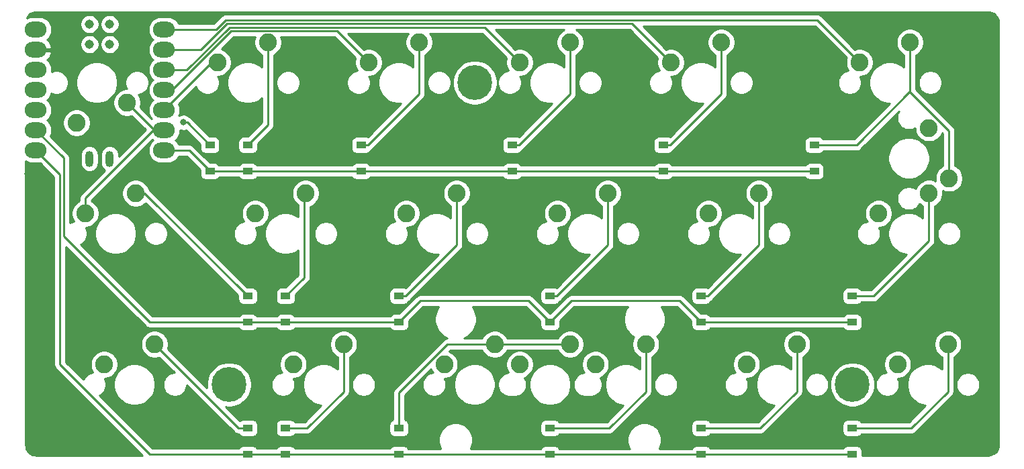
<source format=gbr>
%TF.GenerationSoftware,KiCad,Pcbnew,5.1.9*%
%TF.CreationDate,2021-04-22T00:58:07+02:00*%
%TF.ProjectId,miniqaz,6d696e69-7161-47a2-9e6b-696361645f70,rev?*%
%TF.SameCoordinates,Original*%
%TF.FileFunction,Copper,L2,Bot*%
%TF.FilePolarity,Positive*%
%FSLAX46Y46*%
G04 Gerber Fmt 4.6, Leading zero omitted, Abs format (unit mm)*
G04 Created by KiCad (PCBNEW 5.1.9) date 2021-04-22 00:58:07*
%MOMM*%
%LPD*%
G01*
G04 APERTURE LIST*
%TA.AperFunction,ComponentPad*%
%ADD10C,0.700000*%
%TD*%
%TA.AperFunction,ComponentPad*%
%ADD11C,4.400000*%
%TD*%
%TA.AperFunction,ComponentPad*%
%ADD12C,2.250000*%
%TD*%
%TA.AperFunction,SMDPad,CuDef*%
%ADD13R,1.200000X0.900000*%
%TD*%
%TA.AperFunction,SMDPad,CuDef*%
%ADD14C,1.143000*%
%TD*%
%TA.AperFunction,SMDPad,CuDef*%
%ADD15O,1.016000X2.032000*%
%TD*%
%TA.AperFunction,SMDPad,CuDef*%
%ADD16O,2.748280X1.998980*%
%TD*%
%TA.AperFunction,ViaPad*%
%ADD17C,0.800000*%
%TD*%
%TA.AperFunction,Conductor*%
%ADD18C,0.250000*%
%TD*%
%TA.AperFunction,Conductor*%
%ADD19C,0.254000*%
%TD*%
%TA.AperFunction,Conductor*%
%ADD20C,0.100000*%
%TD*%
G04 APERTURE END LIST*
D10*
%TO.P, ,1*%
%TO.N,N/C*%
X160316726Y-114914524D03*
X159150000Y-114431250D03*
X157983274Y-114914524D03*
X157500000Y-116081250D03*
X157983274Y-117247976D03*
X159150000Y-117731250D03*
X160316726Y-117247976D03*
X160800000Y-116081250D03*
D11*
X159150000Y-116081250D03*
%TD*%
D10*
%TO.P, ,1*%
%TO.N,N/C*%
X238916726Y-114914524D03*
X237750000Y-114431250D03*
X236583274Y-114914524D03*
X236100000Y-116081250D03*
X236583274Y-117247976D03*
X237750000Y-117731250D03*
X238916726Y-117247976D03*
X239400000Y-116081250D03*
D11*
X237750000Y-116081250D03*
%TD*%
D10*
%TO.P, ,1*%
%TO.N,N/C*%
X191316726Y-76814524D03*
X190150000Y-76331250D03*
X188983274Y-76814524D03*
X188500000Y-77981250D03*
X188983274Y-79147976D03*
X190150000Y-79631250D03*
X191316726Y-79147976D03*
X191800000Y-77981250D03*
D11*
X190150000Y-77981250D03*
%TD*%
D12*
%TO.P,MX19,2*%
%TO.N,srow*%
X202165000Y-111001250D03*
%TO.P,MX19,1*%
%TO.N,col2*%
X195815000Y-113541250D03*
%TD*%
%TO.P,MX20,2*%
%TO.N,erow*%
X249948750Y-90046250D03*
%TO.P,MX20,1*%
%TO.N,col5*%
X247408750Y-83696250D03*
%TD*%
D13*
%TO.P,D1,2*%
%TO.N,Net-(D1-Pad2)*%
X156762500Y-85856250D03*
%TO.P,D1,1*%
%TO.N,row0*%
X156762500Y-89156250D03*
%TD*%
D14*
%TO.P,U1,20*%
%TO.N,Net-(U1-Pad20)*%
X141561197Y-73135813D03*
%TO.P,U1,19*%
%TO.N,Net-(U1-Pad19)*%
X144101197Y-73135813D03*
%TO.P,U1,18*%
%TO.N,Net-(U1-Pad18)*%
X141561197Y-70595813D03*
%TO.P,U1,17*%
%TO.N,Net-(U1-Pad17)*%
X144101197Y-70595813D03*
D15*
%TO.P,U1,16*%
%TO.N,Net-(U1-Pad16)*%
X141550000Y-87600000D03*
%TO.P,U1,15*%
%TO.N,Net-(U1-Pad15)*%
X144100000Y-87600000D03*
D16*
%TO.P,U1,1*%
%TO.N,col5*%
X150966880Y-71282180D03*
%TO.P,U1,2*%
%TO.N,col4*%
X150966880Y-73822180D03*
%TO.P,U1,3*%
%TO.N,col3*%
X150966880Y-76362180D03*
%TO.P,U1,4*%
%TO.N,col2*%
X150966880Y-78902180D03*
%TO.P,U1,5*%
%TO.N,col1*%
X150966880Y-81442180D03*
%TO.P,U1,6*%
%TO.N,col0*%
X150966880Y-83982180D03*
%TO.P,U1,7*%
%TO.N,row0*%
X150966880Y-86522180D03*
%TO.P,U1,8*%
%TO.N,row2*%
X134802320Y-86522180D03*
%TO.P,U1,9*%
%TO.N,row1*%
X134802320Y-83982180D03*
%TO.P,U1,10*%
%TO.N,Net-(U1-Pad10)*%
X134802320Y-81442180D03*
%TO.P,U1,11*%
%TO.N,Net-(U1-Pad11)*%
X134802320Y-78902180D03*
%TO.P,U1,12*%
%TO.N,+3V3*%
X134802320Y-76362180D03*
%TO.P,U1,13*%
%TO.N,GND*%
X134802320Y-73822180D03*
%TO.P,U1,14*%
%TO.N,+5V*%
X134802320Y-71282180D03*
%TD*%
D12*
%TO.P,MX18,2*%
%TO.N,Net-(D18-Pad2)*%
X249790000Y-111001250D03*
%TO.P,MX18,1*%
%TO.N,col5*%
X243440000Y-113541250D03*
%TD*%
%TO.P,MX17,2*%
%TO.N,Net-(D17-Pad2)*%
X247408750Y-91951250D03*
%TO.P,MX17,1*%
%TO.N,col5*%
X241058750Y-94491250D03*
%TD*%
%TO.P,MX16,2*%
%TO.N,erow*%
X245027500Y-72901250D03*
%TO.P,MX16,1*%
%TO.N,col5*%
X238677500Y-75441250D03*
%TD*%
%TO.P,MX15,2*%
%TO.N,Net-(D15-Pad2)*%
X230740000Y-111001250D03*
%TO.P,MX15,1*%
%TO.N,col4*%
X224390000Y-113541250D03*
%TD*%
%TO.P,MX14,2*%
%TO.N,Net-(D14-Pad2)*%
X225977500Y-91951250D03*
%TO.P,MX14,1*%
%TO.N,col4*%
X219627500Y-94491250D03*
%TD*%
%TO.P,MX13,2*%
%TO.N,Net-(D13-Pad2)*%
X221215000Y-72901250D03*
%TO.P,MX13,1*%
%TO.N,col4*%
X214865000Y-75441250D03*
%TD*%
%TO.P,MX12,2*%
%TO.N,Net-(D12-Pad2)*%
X211690000Y-111001250D03*
%TO.P,MX12,1*%
%TO.N,col3*%
X205340000Y-113541250D03*
%TD*%
%TO.P,MX11,2*%
%TO.N,Net-(D11-Pad2)*%
X206927500Y-91951250D03*
%TO.P,MX11,1*%
%TO.N,col3*%
X200577500Y-94491250D03*
%TD*%
%TO.P,MX10,2*%
%TO.N,Net-(D10-Pad2)*%
X202165000Y-72901250D03*
%TO.P,MX10,1*%
%TO.N,col3*%
X195815000Y-75441250D03*
%TD*%
%TO.P,MX9,2*%
%TO.N,srow*%
X192640000Y-111001250D03*
%TO.P,MX9,1*%
%TO.N,col2*%
X186290000Y-113541250D03*
%TD*%
%TO.P,MX8,2*%
%TO.N,Net-(D8-Pad2)*%
X187877500Y-91951250D03*
%TO.P,MX8,1*%
%TO.N,col2*%
X181527500Y-94491250D03*
%TD*%
%TO.P,MX7,2*%
%TO.N,Net-(D7-Pad2)*%
X183115000Y-72901250D03*
%TO.P,MX7,1*%
%TO.N,col2*%
X176765000Y-75441250D03*
%TD*%
%TO.P,MX6,2*%
%TO.N,Net-(D6-Pad2)*%
X173590000Y-111001250D03*
%TO.P,MX6,1*%
%TO.N,col1*%
X167240000Y-113541250D03*
%TD*%
%TO.P,MX5,2*%
%TO.N,Net-(D5-Pad2)*%
X168827500Y-91951250D03*
%TO.P,MX5,1*%
%TO.N,col1*%
X162477500Y-94491250D03*
%TD*%
%TO.P,MX4,2*%
%TO.N,Net-(D4-Pad2)*%
X164065000Y-72901250D03*
%TO.P,MX4,1*%
%TO.N,col1*%
X157715000Y-75441250D03*
%TD*%
%TO.P,MX3,2*%
%TO.N,Net-(D3-Pad2)*%
X149777500Y-111001250D03*
%TO.P,MX3,1*%
%TO.N,col0*%
X143427500Y-113541250D03*
%TD*%
%TO.P,MX2,2*%
%TO.N,Net-(D2-Pad2)*%
X147396250Y-91951250D03*
%TO.P,MX2,1*%
%TO.N,col0*%
X141046250Y-94491250D03*
%TD*%
%TO.P,MX1,2*%
%TO.N,Net-(D1-Pad2)*%
X139935000Y-83061250D03*
%TO.P,MX1,1*%
%TO.N,col0*%
X146285000Y-80521250D03*
%TD*%
D13*
%TO.P,D18,2*%
%TO.N,Net-(D18-Pad2)*%
X237725000Y-121575000D03*
%TO.P,D18,1*%
%TO.N,row2*%
X237725000Y-124875000D03*
%TD*%
%TO.P,D17,2*%
%TO.N,Net-(D17-Pad2)*%
X237725000Y-104906250D03*
%TO.P,D17,1*%
%TO.N,row1*%
X237725000Y-108206250D03*
%TD*%
%TO.P,D16,2*%
%TO.N,erow*%
X232962500Y-85856250D03*
%TO.P,D16,1*%
%TO.N,row0*%
X232962500Y-89156250D03*
%TD*%
%TO.P,D15,2*%
%TO.N,Net-(D15-Pad2)*%
X218675000Y-121575000D03*
%TO.P,D15,1*%
%TO.N,row2*%
X218675000Y-124875000D03*
%TD*%
%TO.P,D14,2*%
%TO.N,Net-(D14-Pad2)*%
X218675000Y-104906250D03*
%TO.P,D14,1*%
%TO.N,row1*%
X218675000Y-108206250D03*
%TD*%
%TO.P,D13,2*%
%TO.N,Net-(D13-Pad2)*%
X213912500Y-85856250D03*
%TO.P,D13,1*%
%TO.N,row0*%
X213912500Y-89156250D03*
%TD*%
%TO.P,D12,2*%
%TO.N,Net-(D12-Pad2)*%
X199625000Y-121575000D03*
%TO.P,D12,1*%
%TO.N,row2*%
X199625000Y-124875000D03*
%TD*%
%TO.P,D11,2*%
%TO.N,Net-(D11-Pad2)*%
X199625000Y-104906250D03*
%TO.P,D11,1*%
%TO.N,row1*%
X199625000Y-108206250D03*
%TD*%
%TO.P,D10,2*%
%TO.N,Net-(D10-Pad2)*%
X194862500Y-85856250D03*
%TO.P,D10,1*%
%TO.N,row0*%
X194862500Y-89156250D03*
%TD*%
%TO.P,D9,2*%
%TO.N,srow*%
X180575000Y-121575000D03*
%TO.P,D9,1*%
%TO.N,row2*%
X180575000Y-124875000D03*
%TD*%
%TO.P,D8,2*%
%TO.N,Net-(D8-Pad2)*%
X180575000Y-104906250D03*
%TO.P,D8,1*%
%TO.N,row1*%
X180575000Y-108206250D03*
%TD*%
%TO.P,D7,2*%
%TO.N,Net-(D7-Pad2)*%
X175812500Y-85856250D03*
%TO.P,D7,1*%
%TO.N,row0*%
X175812500Y-89156250D03*
%TD*%
%TO.P,D6,2*%
%TO.N,Net-(D6-Pad2)*%
X166287500Y-121575000D03*
%TO.P,D6,1*%
%TO.N,row2*%
X166287500Y-124875000D03*
%TD*%
%TO.P,D5,2*%
%TO.N,Net-(D5-Pad2)*%
X166287500Y-104906250D03*
%TO.P,D5,1*%
%TO.N,row1*%
X166287500Y-108206250D03*
%TD*%
%TO.P,D4,2*%
%TO.N,Net-(D4-Pad2)*%
X161525000Y-85856250D03*
%TO.P,D4,1*%
%TO.N,row0*%
X161525000Y-89156250D03*
%TD*%
%TO.P,D3,2*%
%TO.N,Net-(D3-Pad2)*%
X161525000Y-121575000D03*
%TO.P,D3,1*%
%TO.N,row2*%
X161525000Y-124875000D03*
%TD*%
%TO.P,D2,2*%
%TO.N,Net-(D2-Pad2)*%
X161525000Y-104906250D03*
%TO.P,D2,1*%
%TO.N,row1*%
X161525000Y-108206250D03*
%TD*%
D17*
%TO.N,Net-(D1-Pad2)*%
X153400000Y-83000000D03*
%TO.N,GND*%
X134850000Y-73881250D03*
X133750000Y-89481250D03*
%TD*%
D18*
%TO.N,Net-(D1-Pad2)*%
X153868750Y-83000000D02*
X153400000Y-83000000D01*
X156725000Y-85856250D02*
X153868750Y-83000000D01*
X156762500Y-85856250D02*
X156725000Y-85856250D01*
%TO.N,row0*%
X154128430Y-86522180D02*
X156762500Y-89156250D01*
X150966880Y-86522180D02*
X154128430Y-86522180D01*
X156762500Y-89156250D02*
X161525000Y-89156250D01*
X161525000Y-89156250D02*
X175812500Y-89156250D01*
X175812500Y-89156250D02*
X194862500Y-89156250D01*
X194862500Y-89156250D02*
X213912500Y-89156250D01*
X213912500Y-89156250D02*
X232962500Y-89156250D01*
%TO.N,Net-(D2-Pad2)*%
X148520000Y-91951250D02*
X147396250Y-91951250D01*
X161475000Y-104906250D02*
X148520000Y-91951250D01*
X161525000Y-104906250D02*
X161475000Y-104906250D01*
%TO.N,row1*%
X237725000Y-108206250D02*
X218675000Y-108206250D01*
X202323901Y-105507349D02*
X199625000Y-108206250D01*
X215976099Y-105507349D02*
X202323901Y-105507349D01*
X218675000Y-108206250D02*
X215976099Y-105507349D01*
X183273901Y-105507349D02*
X180575000Y-108206250D01*
X196926099Y-105507349D02*
X183273901Y-105507349D01*
X199625000Y-108206250D02*
X196926099Y-105507349D01*
X180575000Y-108206250D02*
X166287500Y-108206250D01*
X166287500Y-108206250D02*
X161525000Y-108206250D01*
X149175248Y-108206250D02*
X161525000Y-108206250D01*
X134802320Y-83982180D02*
X138300011Y-87479871D01*
X138300011Y-87479871D02*
X138300011Y-97331013D01*
X138300011Y-97331013D02*
X149175248Y-108206250D01*
%TO.N,Net-(D3-Pad2)*%
X160351250Y-121575000D02*
X149777500Y-111001250D01*
X161525000Y-121575000D02*
X160351250Y-121575000D01*
%TO.N,row2*%
X161525000Y-124875000D02*
X166287500Y-124875000D01*
X166287500Y-124875000D02*
X180575000Y-124875000D01*
X199584749Y-124915251D02*
X199625000Y-124875000D01*
X180615251Y-124915251D02*
X199584749Y-124915251D01*
X180575000Y-124875000D02*
X180615251Y-124915251D01*
X218634749Y-124915251D02*
X218675000Y-124875000D01*
X199640251Y-124915251D02*
X218634749Y-124915251D01*
X199600000Y-124875000D02*
X199640251Y-124915251D01*
X199625000Y-124875000D02*
X199600000Y-124875000D01*
X237725000Y-124875000D02*
X218675000Y-124875000D01*
X149175248Y-124875000D02*
X161525000Y-124875000D01*
X137850000Y-113549752D02*
X149175248Y-124875000D01*
X134802320Y-86522180D02*
X137850000Y-89569860D01*
X137850000Y-89569860D02*
X137850000Y-113549752D01*
%TO.N,Net-(D4-Pad2)*%
X164065000Y-83316250D02*
X164065000Y-72901250D01*
X161525000Y-85856250D02*
X164065000Y-83316250D01*
%TO.N,Net-(D5-Pad2)*%
X168606401Y-92172349D02*
X168827500Y-91951250D01*
X168606401Y-102587349D02*
X168606401Y-92172349D01*
X166287500Y-104906250D02*
X168606401Y-102587349D01*
%TO.N,Net-(D6-Pad2)*%
X173590000Y-116973224D02*
X173590000Y-111001250D01*
X168988224Y-121575000D02*
X173590000Y-116973224D01*
X166287500Y-121575000D02*
X168988224Y-121575000D01*
%TO.N,Net-(D7-Pad2)*%
X183115000Y-79403750D02*
X183115000Y-72901250D01*
X176662500Y-85856250D02*
X183115000Y-79403750D01*
X175812500Y-85856250D02*
X176662500Y-85856250D01*
%TO.N,Net-(D8-Pad2)*%
X187877500Y-98453750D02*
X187877500Y-91951250D01*
X181425000Y-104906250D02*
X187877500Y-98453750D01*
X180575000Y-104906250D02*
X181425000Y-104906250D01*
%TO.N,srow*%
X186683998Y-111001250D02*
X192640000Y-111001250D01*
X180575000Y-117110248D02*
X186683998Y-111001250D01*
X180575000Y-121575000D02*
X180575000Y-117110248D01*
X192640000Y-111001250D02*
X202165000Y-111001250D01*
%TO.N,Net-(D10-Pad2)*%
X202165000Y-79403750D02*
X202165000Y-72901250D01*
X195712500Y-85856250D02*
X202165000Y-79403750D01*
X194862500Y-85856250D02*
X195712500Y-85856250D01*
%TO.N,Net-(D11-Pad2)*%
X200475000Y-104906250D02*
X206927500Y-98453750D01*
X206927500Y-98453750D02*
X206927500Y-91951250D01*
X199625000Y-104906250D02*
X200475000Y-104906250D01*
%TO.N,Net-(D12-Pad2)*%
X211690000Y-116973224D02*
X211690000Y-111001250D01*
X207088224Y-121575000D02*
X211690000Y-116973224D01*
X199625000Y-121575000D02*
X207088224Y-121575000D01*
%TO.N,Net-(D13-Pad2)*%
X221215000Y-79403750D02*
X221215000Y-72901250D01*
X214762500Y-85856250D02*
X221215000Y-79403750D01*
X213912500Y-85856250D02*
X214762500Y-85856250D01*
%TO.N,Net-(D14-Pad2)*%
X225977500Y-98453750D02*
X225977500Y-91951250D01*
X219525000Y-104906250D02*
X225977500Y-98453750D01*
X218675000Y-104906250D02*
X219525000Y-104906250D01*
%TO.N,Net-(D15-Pad2)*%
X226138224Y-121575000D02*
X230740000Y-116973224D01*
X230740000Y-116973224D02*
X230740000Y-111001250D01*
X218675000Y-121575000D02*
X226138224Y-121575000D01*
%TO.N,erow*%
X245027500Y-78873224D02*
X245027500Y-72901250D01*
X245027500Y-79168998D02*
X245027500Y-78873224D01*
X249948750Y-84090248D02*
X245027500Y-79168998D01*
X249948750Y-90046250D02*
X249948750Y-84090248D01*
X245027500Y-79103750D02*
X245027500Y-78873224D01*
X238275000Y-85856250D02*
X245027500Y-79103750D01*
X232962500Y-85856250D02*
X238275000Y-85856250D01*
%TO.N,Net-(D17-Pad2)*%
X247408750Y-97923224D02*
X247408750Y-91951250D01*
X240425724Y-104906250D02*
X247408750Y-97923224D01*
X237725000Y-104906250D02*
X240425724Y-104906250D01*
%TO.N,Net-(D18-Pad2)*%
X249790000Y-116973224D02*
X249790000Y-111001250D01*
X245188224Y-121575000D02*
X249790000Y-116973224D01*
X237725000Y-121575000D02*
X245188224Y-121575000D01*
%TO.N,col0*%
X150966880Y-83982180D02*
X149745930Y-83982180D01*
X141046250Y-92553750D02*
X149681875Y-83918125D01*
X141046250Y-94491250D02*
X141046250Y-92553750D01*
X149681875Y-83918125D02*
X146285000Y-80521250D01*
X149745930Y-83982180D02*
X149681875Y-83918125D01*
%TO.N,col1*%
X156967810Y-75441250D02*
X157715000Y-75441250D01*
X150966880Y-81442180D02*
X156967810Y-75441250D01*
%TO.N,col2*%
X172775000Y-71451250D02*
X176765000Y-75441250D01*
X150966880Y-78902180D02*
X151934230Y-78902180D01*
X151934230Y-78902180D02*
X159385160Y-71451250D01*
X159385160Y-71451250D02*
X172775000Y-71451250D01*
%TO.N,col3*%
X153837820Y-76362180D02*
X159198761Y-71001239D01*
X191374989Y-71001239D02*
X195815000Y-75441250D01*
X150966880Y-76362180D02*
X153837820Y-76362180D01*
X159198761Y-71001239D02*
X191374989Y-71001239D01*
%TO.N,col4*%
X158885179Y-70551231D02*
X209974981Y-70551231D01*
X155614230Y-73822180D02*
X158885179Y-70551231D01*
X150966880Y-73822180D02*
X155614230Y-73822180D01*
X209974981Y-70551231D02*
X214865000Y-75441250D01*
%TO.N,col5*%
X233337470Y-70101220D02*
X238677500Y-75441250D01*
X158698780Y-70101220D02*
X233337470Y-70101220D01*
X157517820Y-71282180D02*
X158698780Y-70101220D01*
X150966880Y-71282180D02*
X157517820Y-71282180D01*
%TD*%
D19*
%TO.N,GND*%
X133515203Y-87887784D02*
X133799151Y-88039558D01*
X134107254Y-88133020D01*
X134347378Y-88156670D01*
X135257262Y-88156670D01*
X135352617Y-88147278D01*
X137090000Y-89884663D01*
X137090001Y-113512419D01*
X137086324Y-113549752D01*
X137090001Y-113587085D01*
X137097789Y-113666151D01*
X137100998Y-113698737D01*
X137144454Y-113841998D01*
X137215026Y-113974028D01*
X137286201Y-114060754D01*
X137310000Y-114089753D01*
X137338998Y-114113551D01*
X148246696Y-125021250D01*
X134882279Y-125021250D01*
X134590340Y-124992625D01*
X134340571Y-124917215D01*
X134110206Y-124794727D01*
X133908021Y-124629829D01*
X133741712Y-124428796D01*
X133617622Y-124199296D01*
X133540469Y-123950055D01*
X133510000Y-123660161D01*
X133510000Y-87883514D01*
X133515203Y-87887784D01*
%TA.AperFunction,Conductor*%
D20*
G36*
X133515203Y-87887784D02*
G01*
X133799151Y-88039558D01*
X134107254Y-88133020D01*
X134347378Y-88156670D01*
X135257262Y-88156670D01*
X135352617Y-88147278D01*
X137090000Y-89884663D01*
X137090001Y-113512419D01*
X137086324Y-113549752D01*
X137090001Y-113587085D01*
X137097789Y-113666151D01*
X137100998Y-113698737D01*
X137144454Y-113841998D01*
X137215026Y-113974028D01*
X137286201Y-114060754D01*
X137310000Y-114089753D01*
X137338998Y-114113551D01*
X148246696Y-125021250D01*
X134882279Y-125021250D01*
X134590340Y-124992625D01*
X134340571Y-124917215D01*
X134110206Y-124794727D01*
X133908021Y-124629829D01*
X133741712Y-124428796D01*
X133617622Y-124199296D01*
X133540469Y-123950055D01*
X133510000Y-123660161D01*
X133510000Y-87883514D01*
X133515203Y-87887784D01*
G37*
%TD.AperFunction*%
D19*
X255109659Y-69069875D02*
X255359429Y-69145285D01*
X255589792Y-69267772D01*
X255791980Y-69432672D01*
X255958286Y-69633700D01*
X256082378Y-69863204D01*
X256159531Y-70112445D01*
X256190000Y-70402338D01*
X256190001Y-123648961D01*
X256161375Y-123940910D01*
X256085965Y-124190679D01*
X255963477Y-124421044D01*
X255798579Y-124623229D01*
X255597546Y-124789538D01*
X255368046Y-124913628D01*
X255118805Y-124990781D01*
X254828911Y-125021250D01*
X238963072Y-125021250D01*
X238963072Y-124425000D01*
X238950812Y-124300518D01*
X238914502Y-124180820D01*
X238855537Y-124070506D01*
X238776185Y-123973815D01*
X238679494Y-123894463D01*
X238569180Y-123835498D01*
X238449482Y-123799188D01*
X238325000Y-123786928D01*
X237125000Y-123786928D01*
X237000518Y-123799188D01*
X236880820Y-123835498D01*
X236770506Y-123894463D01*
X236673815Y-123973815D01*
X236594463Y-124070506D01*
X236570680Y-124115000D01*
X219829320Y-124115000D01*
X219805537Y-124070506D01*
X219726185Y-123973815D01*
X219629494Y-123894463D01*
X219519180Y-123835498D01*
X219399482Y-123799188D01*
X219275000Y-123786928D01*
X218075000Y-123786928D01*
X217950518Y-123799188D01*
X217830820Y-123835498D01*
X217720506Y-123894463D01*
X217623815Y-123973815D01*
X217544463Y-124070506D01*
X217499165Y-124155251D01*
X213400210Y-124155251D01*
X213444531Y-124088920D01*
X213607280Y-123696007D01*
X213690250Y-123278893D01*
X213690250Y-122853607D01*
X213607280Y-122436493D01*
X213444531Y-122043580D01*
X213208254Y-121689968D01*
X212907532Y-121389246D01*
X212553920Y-121152969D01*
X212486397Y-121125000D01*
X217436928Y-121125000D01*
X217436928Y-122025000D01*
X217449188Y-122149482D01*
X217485498Y-122269180D01*
X217544463Y-122379494D01*
X217623815Y-122476185D01*
X217720506Y-122555537D01*
X217830820Y-122614502D01*
X217950518Y-122650812D01*
X218075000Y-122663072D01*
X219275000Y-122663072D01*
X219399482Y-122650812D01*
X219519180Y-122614502D01*
X219629494Y-122555537D01*
X219726185Y-122476185D01*
X219805537Y-122379494D01*
X219829320Y-122335000D01*
X226100902Y-122335000D01*
X226138224Y-122338676D01*
X226175546Y-122335000D01*
X226175557Y-122335000D01*
X226287210Y-122324003D01*
X226430471Y-122280546D01*
X226562500Y-122209974D01*
X226678225Y-122115001D01*
X226702028Y-122085997D01*
X227663025Y-121125000D01*
X236486928Y-121125000D01*
X236486928Y-122025000D01*
X236499188Y-122149482D01*
X236535498Y-122269180D01*
X236594463Y-122379494D01*
X236673815Y-122476185D01*
X236770506Y-122555537D01*
X236880820Y-122614502D01*
X237000518Y-122650812D01*
X237125000Y-122663072D01*
X238325000Y-122663072D01*
X238449482Y-122650812D01*
X238569180Y-122614502D01*
X238679494Y-122555537D01*
X238776185Y-122476185D01*
X238855537Y-122379494D01*
X238879320Y-122335000D01*
X245150902Y-122335000D01*
X245188224Y-122338676D01*
X245225546Y-122335000D01*
X245225557Y-122335000D01*
X245337210Y-122324003D01*
X245480471Y-122280546D01*
X245612500Y-122209974D01*
X245728225Y-122115001D01*
X245752028Y-122085997D01*
X250301004Y-117537022D01*
X250330001Y-117513225D01*
X250403123Y-117424126D01*
X250424974Y-117397501D01*
X250495546Y-117265471D01*
X250530281Y-117150962D01*
X250539003Y-117122210D01*
X250550000Y-117010557D01*
X250550000Y-117010548D01*
X250553676Y-116973225D01*
X250550000Y-116935902D01*
X250550000Y-115932528D01*
X250820000Y-115932528D01*
X250820000Y-116229972D01*
X250878029Y-116521701D01*
X250991856Y-116796503D01*
X251157107Y-117043819D01*
X251367431Y-117254143D01*
X251614747Y-117419394D01*
X251889549Y-117533221D01*
X252181278Y-117591250D01*
X252478722Y-117591250D01*
X252770451Y-117533221D01*
X253045253Y-117419394D01*
X253292569Y-117254143D01*
X253502893Y-117043819D01*
X253668144Y-116796503D01*
X253781971Y-116521701D01*
X253840000Y-116229972D01*
X253840000Y-115932528D01*
X253781971Y-115640799D01*
X253668144Y-115365997D01*
X253502893Y-115118681D01*
X253292569Y-114908357D01*
X253045253Y-114743106D01*
X252770451Y-114629279D01*
X252478722Y-114571250D01*
X252181278Y-114571250D01*
X251889549Y-114629279D01*
X251614747Y-114743106D01*
X251367431Y-114908357D01*
X251157107Y-115118681D01*
X250991856Y-115365997D01*
X250878029Y-115640799D01*
X250820000Y-115932528D01*
X250550000Y-115932528D01*
X250550000Y-112591458D01*
X250623673Y-112560942D01*
X250911935Y-112368331D01*
X251157081Y-112123185D01*
X251349692Y-111834923D01*
X251482364Y-111514623D01*
X251550000Y-111174595D01*
X251550000Y-110827905D01*
X251482364Y-110487877D01*
X251349692Y-110167577D01*
X251157081Y-109879315D01*
X250911935Y-109634169D01*
X250623673Y-109441558D01*
X250303373Y-109308886D01*
X249963345Y-109241250D01*
X249616655Y-109241250D01*
X249276627Y-109308886D01*
X248956327Y-109441558D01*
X248668065Y-109634169D01*
X248422919Y-109879315D01*
X248230308Y-110167577D01*
X248097636Y-110487877D01*
X248030000Y-110827905D01*
X248030000Y-111174595D01*
X248097636Y-111514623D01*
X248230308Y-111834923D01*
X248422919Y-112123185D01*
X248668065Y-112368331D01*
X248956327Y-112560942D01*
X249030001Y-112591459D01*
X249030000Y-114143424D01*
X248925826Y-114039250D01*
X248495251Y-113751549D01*
X248016822Y-113553377D01*
X247508924Y-113452350D01*
X246991076Y-113452350D01*
X246483178Y-113553377D01*
X246004749Y-113751549D01*
X245574174Y-114039250D01*
X245208000Y-114405424D01*
X244920299Y-114835999D01*
X244722127Y-115314428D01*
X244621100Y-115822326D01*
X244621100Y-116340174D01*
X244722127Y-116848072D01*
X244920299Y-117326501D01*
X245208000Y-117757076D01*
X245574174Y-118123250D01*
X246004749Y-118410951D01*
X246483178Y-118609123D01*
X246980397Y-118708026D01*
X244873423Y-120815000D01*
X238879320Y-120815000D01*
X238855537Y-120770506D01*
X238776185Y-120673815D01*
X238679494Y-120594463D01*
X238569180Y-120535498D01*
X238449482Y-120499188D01*
X238325000Y-120486928D01*
X237125000Y-120486928D01*
X237000518Y-120499188D01*
X236880820Y-120535498D01*
X236770506Y-120594463D01*
X236673815Y-120673815D01*
X236594463Y-120770506D01*
X236535498Y-120880820D01*
X236499188Y-121000518D01*
X236486928Y-121125000D01*
X227663025Y-121125000D01*
X231251004Y-117537022D01*
X231280001Y-117513225D01*
X231353123Y-117424126D01*
X231374974Y-117397501D01*
X231445546Y-117265471D01*
X231480281Y-117150962D01*
X231489003Y-117122210D01*
X231500000Y-117010557D01*
X231500000Y-117010548D01*
X231503676Y-116973225D01*
X231500000Y-116935902D01*
X231500000Y-115932528D01*
X231770000Y-115932528D01*
X231770000Y-116229972D01*
X231828029Y-116521701D01*
X231941856Y-116796503D01*
X232107107Y-117043819D01*
X232317431Y-117254143D01*
X232564747Y-117419394D01*
X232839549Y-117533221D01*
X233131278Y-117591250D01*
X233428722Y-117591250D01*
X233720451Y-117533221D01*
X233995253Y-117419394D01*
X234242569Y-117254143D01*
X234452893Y-117043819D01*
X234618144Y-116796503D01*
X234731971Y-116521701D01*
X234790000Y-116229972D01*
X234790000Y-115932528D01*
X234764042Y-115802027D01*
X234915000Y-115802027D01*
X234915000Y-116360473D01*
X235023948Y-116908189D01*
X235237656Y-117424126D01*
X235547912Y-117888457D01*
X235942793Y-118283338D01*
X236407124Y-118593594D01*
X236923061Y-118807302D01*
X237470777Y-118916250D01*
X238029223Y-118916250D01*
X238576939Y-118807302D01*
X239092876Y-118593594D01*
X239557207Y-118283338D01*
X239952088Y-117888457D01*
X240262344Y-117424126D01*
X240476052Y-116908189D01*
X240585000Y-116360473D01*
X240585000Y-115932528D01*
X240660000Y-115932528D01*
X240660000Y-116229972D01*
X240718029Y-116521701D01*
X240831856Y-116796503D01*
X240997107Y-117043819D01*
X241207431Y-117254143D01*
X241454747Y-117419394D01*
X241729549Y-117533221D01*
X242021278Y-117591250D01*
X242318722Y-117591250D01*
X242610451Y-117533221D01*
X242885253Y-117419394D01*
X243132569Y-117254143D01*
X243342893Y-117043819D01*
X243508144Y-116796503D01*
X243621971Y-116521701D01*
X243680000Y-116229972D01*
X243680000Y-115932528D01*
X243621971Y-115640799D01*
X243508144Y-115365997D01*
X243464882Y-115301250D01*
X243613345Y-115301250D01*
X243953373Y-115233614D01*
X244273673Y-115100942D01*
X244561935Y-114908331D01*
X244807081Y-114663185D01*
X244999692Y-114374923D01*
X245132364Y-114054623D01*
X245200000Y-113714595D01*
X245200000Y-113367905D01*
X245132364Y-113027877D01*
X244999692Y-112707577D01*
X244807081Y-112419315D01*
X244561935Y-112174169D01*
X244273673Y-111981558D01*
X243953373Y-111848886D01*
X243613345Y-111781250D01*
X243266655Y-111781250D01*
X242926627Y-111848886D01*
X242606327Y-111981558D01*
X242318065Y-112174169D01*
X242072919Y-112419315D01*
X241880308Y-112707577D01*
X241747636Y-113027877D01*
X241680000Y-113367905D01*
X241680000Y-113714595D01*
X241747636Y-114054623D01*
X241880308Y-114374923D01*
X242012638Y-114572969D01*
X241729549Y-114629279D01*
X241454747Y-114743106D01*
X241207431Y-114908357D01*
X240997107Y-115118681D01*
X240831856Y-115365997D01*
X240718029Y-115640799D01*
X240660000Y-115932528D01*
X240585000Y-115932528D01*
X240585000Y-115802027D01*
X240476052Y-115254311D01*
X240262344Y-114738374D01*
X239952088Y-114274043D01*
X239557207Y-113879162D01*
X239092876Y-113568906D01*
X238576939Y-113355198D01*
X238029223Y-113246250D01*
X237470777Y-113246250D01*
X236923061Y-113355198D01*
X236407124Y-113568906D01*
X235942793Y-113879162D01*
X235547912Y-114274043D01*
X235237656Y-114738374D01*
X235023948Y-115254311D01*
X234915000Y-115802027D01*
X234764042Y-115802027D01*
X234731971Y-115640799D01*
X234618144Y-115365997D01*
X234452893Y-115118681D01*
X234242569Y-114908357D01*
X233995253Y-114743106D01*
X233720451Y-114629279D01*
X233428722Y-114571250D01*
X233131278Y-114571250D01*
X232839549Y-114629279D01*
X232564747Y-114743106D01*
X232317431Y-114908357D01*
X232107107Y-115118681D01*
X231941856Y-115365997D01*
X231828029Y-115640799D01*
X231770000Y-115932528D01*
X231500000Y-115932528D01*
X231500000Y-112591458D01*
X231573673Y-112560942D01*
X231861935Y-112368331D01*
X232107081Y-112123185D01*
X232299692Y-111834923D01*
X232432364Y-111514623D01*
X232500000Y-111174595D01*
X232500000Y-110827905D01*
X232432364Y-110487877D01*
X232299692Y-110167577D01*
X232107081Y-109879315D01*
X231861935Y-109634169D01*
X231573673Y-109441558D01*
X231253373Y-109308886D01*
X230913345Y-109241250D01*
X230566655Y-109241250D01*
X230226627Y-109308886D01*
X229906327Y-109441558D01*
X229618065Y-109634169D01*
X229372919Y-109879315D01*
X229180308Y-110167577D01*
X229047636Y-110487877D01*
X228980000Y-110827905D01*
X228980000Y-111174595D01*
X229047636Y-111514623D01*
X229180308Y-111834923D01*
X229372919Y-112123185D01*
X229618065Y-112368331D01*
X229906327Y-112560942D01*
X229980001Y-112591459D01*
X229980000Y-114143424D01*
X229875826Y-114039250D01*
X229445251Y-113751549D01*
X228966822Y-113553377D01*
X228458924Y-113452350D01*
X227941076Y-113452350D01*
X227433178Y-113553377D01*
X226954749Y-113751549D01*
X226524174Y-114039250D01*
X226158000Y-114405424D01*
X225870299Y-114835999D01*
X225672127Y-115314428D01*
X225571100Y-115822326D01*
X225571100Y-116340174D01*
X225672127Y-116848072D01*
X225870299Y-117326501D01*
X226158000Y-117757076D01*
X226524174Y-118123250D01*
X226954749Y-118410951D01*
X227433178Y-118609123D01*
X227930397Y-118708026D01*
X225823423Y-120815000D01*
X219829320Y-120815000D01*
X219805537Y-120770506D01*
X219726185Y-120673815D01*
X219629494Y-120594463D01*
X219519180Y-120535498D01*
X219399482Y-120499188D01*
X219275000Y-120486928D01*
X218075000Y-120486928D01*
X217950518Y-120499188D01*
X217830820Y-120535498D01*
X217720506Y-120594463D01*
X217623815Y-120673815D01*
X217544463Y-120770506D01*
X217485498Y-120880820D01*
X217449188Y-121000518D01*
X217436928Y-121125000D01*
X212486397Y-121125000D01*
X212161007Y-120990220D01*
X211743893Y-120907250D01*
X211318607Y-120907250D01*
X210901493Y-120990220D01*
X210508580Y-121152969D01*
X210154968Y-121389246D01*
X209854246Y-121689968D01*
X209617969Y-122043580D01*
X209455220Y-122436493D01*
X209372250Y-122853607D01*
X209372250Y-123278893D01*
X209455220Y-123696007D01*
X209617969Y-124088920D01*
X209662290Y-124155251D01*
X200800835Y-124155251D01*
X200755537Y-124070506D01*
X200676185Y-123973815D01*
X200579494Y-123894463D01*
X200469180Y-123835498D01*
X200349482Y-123799188D01*
X200225000Y-123786928D01*
X199025000Y-123786928D01*
X198900518Y-123799188D01*
X198780820Y-123835498D01*
X198670506Y-123894463D01*
X198573815Y-123973815D01*
X198494463Y-124070506D01*
X198449165Y-124155251D01*
X189587710Y-124155251D01*
X189632031Y-124088920D01*
X189794780Y-123696007D01*
X189877750Y-123278893D01*
X189877750Y-122853607D01*
X189794780Y-122436493D01*
X189632031Y-122043580D01*
X189395754Y-121689968D01*
X189095032Y-121389246D01*
X188741420Y-121152969D01*
X188348507Y-120990220D01*
X187931393Y-120907250D01*
X187506107Y-120907250D01*
X187088993Y-120990220D01*
X186696080Y-121152969D01*
X186342468Y-121389246D01*
X186041746Y-121689968D01*
X185805469Y-122043580D01*
X185642720Y-122436493D01*
X185559750Y-122853607D01*
X185559750Y-123278893D01*
X185642720Y-123696007D01*
X185805469Y-124088920D01*
X185849790Y-124155251D01*
X181750835Y-124155251D01*
X181705537Y-124070506D01*
X181626185Y-123973815D01*
X181529494Y-123894463D01*
X181419180Y-123835498D01*
X181299482Y-123799188D01*
X181175000Y-123786928D01*
X179975000Y-123786928D01*
X179850518Y-123799188D01*
X179730820Y-123835498D01*
X179620506Y-123894463D01*
X179523815Y-123973815D01*
X179444463Y-124070506D01*
X179420680Y-124115000D01*
X167441820Y-124115000D01*
X167418037Y-124070506D01*
X167338685Y-123973815D01*
X167241994Y-123894463D01*
X167131680Y-123835498D01*
X167011982Y-123799188D01*
X166887500Y-123786928D01*
X165687500Y-123786928D01*
X165563018Y-123799188D01*
X165443320Y-123835498D01*
X165333006Y-123894463D01*
X165236315Y-123973815D01*
X165156963Y-124070506D01*
X165133180Y-124115000D01*
X162679320Y-124115000D01*
X162655537Y-124070506D01*
X162576185Y-123973815D01*
X162479494Y-123894463D01*
X162369180Y-123835498D01*
X162249482Y-123799188D01*
X162125000Y-123786928D01*
X160925000Y-123786928D01*
X160800518Y-123799188D01*
X160680820Y-123835498D01*
X160570506Y-123894463D01*
X160473815Y-123973815D01*
X160394463Y-124070506D01*
X160370680Y-124115000D01*
X149490050Y-124115000D01*
X142817380Y-117442330D01*
X142872753Y-117419394D01*
X143120069Y-117254143D01*
X143330393Y-117043819D01*
X143495644Y-116796503D01*
X143609471Y-116521701D01*
X143667500Y-116229972D01*
X143667500Y-115932528D01*
X143645580Y-115822326D01*
X144608600Y-115822326D01*
X144608600Y-116340174D01*
X144709627Y-116848072D01*
X144907799Y-117326501D01*
X145195500Y-117757076D01*
X145561674Y-118123250D01*
X145992249Y-118410951D01*
X146470678Y-118609123D01*
X146978576Y-118710150D01*
X147496424Y-118710150D01*
X148004322Y-118609123D01*
X148482751Y-118410951D01*
X148913326Y-118123250D01*
X149279500Y-117757076D01*
X149567201Y-117326501D01*
X149765373Y-116848072D01*
X149866400Y-116340174D01*
X149866400Y-115822326D01*
X149765373Y-115314428D01*
X149567201Y-114835999D01*
X149279500Y-114405424D01*
X148913326Y-114039250D01*
X148482751Y-113751549D01*
X148004322Y-113553377D01*
X147496424Y-113452350D01*
X146978576Y-113452350D01*
X146470678Y-113553377D01*
X145992249Y-113751549D01*
X145561674Y-114039250D01*
X145195500Y-114405424D01*
X144907799Y-114835999D01*
X144709627Y-115314428D01*
X144608600Y-115822326D01*
X143645580Y-115822326D01*
X143609471Y-115640799D01*
X143495644Y-115365997D01*
X143452382Y-115301250D01*
X143600845Y-115301250D01*
X143940873Y-115233614D01*
X144261173Y-115100942D01*
X144549435Y-114908331D01*
X144794581Y-114663185D01*
X144987192Y-114374923D01*
X145119864Y-114054623D01*
X145187500Y-113714595D01*
X145187500Y-113367905D01*
X145119864Y-113027877D01*
X144987192Y-112707577D01*
X144794581Y-112419315D01*
X144549435Y-112174169D01*
X144261173Y-111981558D01*
X143940873Y-111848886D01*
X143600845Y-111781250D01*
X143254155Y-111781250D01*
X142914127Y-111848886D01*
X142593827Y-111981558D01*
X142305565Y-112174169D01*
X142060419Y-112419315D01*
X141867808Y-112707577D01*
X141735136Y-113027877D01*
X141667500Y-113367905D01*
X141667500Y-113714595D01*
X141735136Y-114054623D01*
X141867808Y-114374923D01*
X142000138Y-114572969D01*
X141717049Y-114629279D01*
X141442247Y-114743106D01*
X141194931Y-114908357D01*
X140984607Y-115118681D01*
X140819356Y-115365997D01*
X140796420Y-115421370D01*
X138610000Y-113234951D01*
X138610000Y-110827905D01*
X148017500Y-110827905D01*
X148017500Y-111174595D01*
X148085136Y-111514623D01*
X148217808Y-111834923D01*
X148410419Y-112123185D01*
X148655565Y-112368331D01*
X148943827Y-112560942D01*
X149264127Y-112693614D01*
X149604155Y-112761250D01*
X149950845Y-112761250D01*
X150290873Y-112693614D01*
X150364546Y-112663098D01*
X152272699Y-114571250D01*
X152168778Y-114571250D01*
X151877049Y-114629279D01*
X151602247Y-114743106D01*
X151354931Y-114908357D01*
X151144607Y-115118681D01*
X150979356Y-115365997D01*
X150865529Y-115640799D01*
X150807500Y-115932528D01*
X150807500Y-116229972D01*
X150865529Y-116521701D01*
X150979356Y-116796503D01*
X151144607Y-117043819D01*
X151354931Y-117254143D01*
X151602247Y-117419394D01*
X151877049Y-117533221D01*
X152168778Y-117591250D01*
X152466222Y-117591250D01*
X152757951Y-117533221D01*
X153032753Y-117419394D01*
X153280069Y-117254143D01*
X153490393Y-117043819D01*
X153655644Y-116796503D01*
X153769471Y-116521701D01*
X153827500Y-116229972D01*
X153827500Y-116126051D01*
X159787451Y-122086003D01*
X159811249Y-122115001D01*
X159926974Y-122209974D01*
X160059003Y-122280546D01*
X160202264Y-122324003D01*
X160313917Y-122335000D01*
X160313925Y-122335000D01*
X160351250Y-122338676D01*
X160371575Y-122336674D01*
X160394463Y-122379494D01*
X160473815Y-122476185D01*
X160570506Y-122555537D01*
X160680820Y-122614502D01*
X160800518Y-122650812D01*
X160925000Y-122663072D01*
X162125000Y-122663072D01*
X162249482Y-122650812D01*
X162369180Y-122614502D01*
X162479494Y-122555537D01*
X162576185Y-122476185D01*
X162655537Y-122379494D01*
X162714502Y-122269180D01*
X162750812Y-122149482D01*
X162763072Y-122025000D01*
X162763072Y-121125000D01*
X165049428Y-121125000D01*
X165049428Y-122025000D01*
X165061688Y-122149482D01*
X165097998Y-122269180D01*
X165156963Y-122379494D01*
X165236315Y-122476185D01*
X165333006Y-122555537D01*
X165443320Y-122614502D01*
X165563018Y-122650812D01*
X165687500Y-122663072D01*
X166887500Y-122663072D01*
X167011982Y-122650812D01*
X167131680Y-122614502D01*
X167241994Y-122555537D01*
X167338685Y-122476185D01*
X167418037Y-122379494D01*
X167441820Y-122335000D01*
X168950902Y-122335000D01*
X168988224Y-122338676D01*
X169025546Y-122335000D01*
X169025557Y-122335000D01*
X169137210Y-122324003D01*
X169280471Y-122280546D01*
X169412500Y-122209974D01*
X169528225Y-122115001D01*
X169552028Y-122085997D01*
X174101004Y-117537022D01*
X174130001Y-117513225D01*
X174203123Y-117424126D01*
X174224974Y-117397501D01*
X174295546Y-117265471D01*
X174330281Y-117150962D01*
X174339003Y-117122210D01*
X174350000Y-117010557D01*
X174350000Y-117010548D01*
X174353676Y-116973225D01*
X174350000Y-116935902D01*
X174350000Y-115932528D01*
X174620000Y-115932528D01*
X174620000Y-116229972D01*
X174678029Y-116521701D01*
X174791856Y-116796503D01*
X174957107Y-117043819D01*
X175167431Y-117254143D01*
X175414747Y-117419394D01*
X175689549Y-117533221D01*
X175981278Y-117591250D01*
X176278722Y-117591250D01*
X176570451Y-117533221D01*
X176845253Y-117419394D01*
X177092569Y-117254143D01*
X177302893Y-117043819D01*
X177468144Y-116796503D01*
X177581971Y-116521701D01*
X177640000Y-116229972D01*
X177640000Y-115932528D01*
X177581971Y-115640799D01*
X177468144Y-115365997D01*
X177302893Y-115118681D01*
X177092569Y-114908357D01*
X176845253Y-114743106D01*
X176570451Y-114629279D01*
X176278722Y-114571250D01*
X175981278Y-114571250D01*
X175689549Y-114629279D01*
X175414747Y-114743106D01*
X175167431Y-114908357D01*
X174957107Y-115118681D01*
X174791856Y-115365997D01*
X174678029Y-115640799D01*
X174620000Y-115932528D01*
X174350000Y-115932528D01*
X174350000Y-112591458D01*
X174423673Y-112560942D01*
X174711935Y-112368331D01*
X174957081Y-112123185D01*
X175149692Y-111834923D01*
X175282364Y-111514623D01*
X175350000Y-111174595D01*
X175350000Y-110827905D01*
X175282364Y-110487877D01*
X175149692Y-110167577D01*
X174957081Y-109879315D01*
X174711935Y-109634169D01*
X174423673Y-109441558D01*
X174103373Y-109308886D01*
X173763345Y-109241250D01*
X173416655Y-109241250D01*
X173076627Y-109308886D01*
X172756327Y-109441558D01*
X172468065Y-109634169D01*
X172222919Y-109879315D01*
X172030308Y-110167577D01*
X171897636Y-110487877D01*
X171830000Y-110827905D01*
X171830000Y-111174595D01*
X171897636Y-111514623D01*
X172030308Y-111834923D01*
X172222919Y-112123185D01*
X172468065Y-112368331D01*
X172756327Y-112560942D01*
X172830001Y-112591459D01*
X172830000Y-114143424D01*
X172725826Y-114039250D01*
X172295251Y-113751549D01*
X171816822Y-113553377D01*
X171308924Y-113452350D01*
X170791076Y-113452350D01*
X170283178Y-113553377D01*
X169804749Y-113751549D01*
X169374174Y-114039250D01*
X169008000Y-114405424D01*
X168720299Y-114835999D01*
X168522127Y-115314428D01*
X168421100Y-115822326D01*
X168421100Y-116340174D01*
X168522127Y-116848072D01*
X168720299Y-117326501D01*
X169008000Y-117757076D01*
X169374174Y-118123250D01*
X169804749Y-118410951D01*
X170283178Y-118609123D01*
X170780397Y-118708026D01*
X168673423Y-120815000D01*
X167441820Y-120815000D01*
X167418037Y-120770506D01*
X167338685Y-120673815D01*
X167241994Y-120594463D01*
X167131680Y-120535498D01*
X167011982Y-120499188D01*
X166887500Y-120486928D01*
X165687500Y-120486928D01*
X165563018Y-120499188D01*
X165443320Y-120535498D01*
X165333006Y-120594463D01*
X165236315Y-120673815D01*
X165156963Y-120770506D01*
X165097998Y-120880820D01*
X165061688Y-121000518D01*
X165049428Y-121125000D01*
X162763072Y-121125000D01*
X162750812Y-121000518D01*
X162714502Y-120880820D01*
X162655537Y-120770506D01*
X162576185Y-120673815D01*
X162479494Y-120594463D01*
X162369180Y-120535498D01*
X162249482Y-120499188D01*
X162125000Y-120486928D01*
X160925000Y-120486928D01*
X160800518Y-120499188D01*
X160680820Y-120535498D01*
X160570506Y-120594463D01*
X160501855Y-120650803D01*
X158741608Y-118890557D01*
X158870777Y-118916250D01*
X159429223Y-118916250D01*
X159976939Y-118807302D01*
X160492876Y-118593594D01*
X160957207Y-118283338D01*
X161352088Y-117888457D01*
X161662344Y-117424126D01*
X161876052Y-116908189D01*
X161985000Y-116360473D01*
X161985000Y-115932528D01*
X164460000Y-115932528D01*
X164460000Y-116229972D01*
X164518029Y-116521701D01*
X164631856Y-116796503D01*
X164797107Y-117043819D01*
X165007431Y-117254143D01*
X165254747Y-117419394D01*
X165529549Y-117533221D01*
X165821278Y-117591250D01*
X166118722Y-117591250D01*
X166410451Y-117533221D01*
X166685253Y-117419394D01*
X166932569Y-117254143D01*
X167142893Y-117043819D01*
X167308144Y-116796503D01*
X167421971Y-116521701D01*
X167480000Y-116229972D01*
X167480000Y-115932528D01*
X167421971Y-115640799D01*
X167308144Y-115365997D01*
X167264882Y-115301250D01*
X167413345Y-115301250D01*
X167753373Y-115233614D01*
X168073673Y-115100942D01*
X168361935Y-114908331D01*
X168607081Y-114663185D01*
X168799692Y-114374923D01*
X168932364Y-114054623D01*
X169000000Y-113714595D01*
X169000000Y-113367905D01*
X168932364Y-113027877D01*
X168799692Y-112707577D01*
X168607081Y-112419315D01*
X168361935Y-112174169D01*
X168073673Y-111981558D01*
X167753373Y-111848886D01*
X167413345Y-111781250D01*
X167066655Y-111781250D01*
X166726627Y-111848886D01*
X166406327Y-111981558D01*
X166118065Y-112174169D01*
X165872919Y-112419315D01*
X165680308Y-112707577D01*
X165547636Y-113027877D01*
X165480000Y-113367905D01*
X165480000Y-113714595D01*
X165547636Y-114054623D01*
X165680308Y-114374923D01*
X165812638Y-114572969D01*
X165529549Y-114629279D01*
X165254747Y-114743106D01*
X165007431Y-114908357D01*
X164797107Y-115118681D01*
X164631856Y-115365997D01*
X164518029Y-115640799D01*
X164460000Y-115932528D01*
X161985000Y-115932528D01*
X161985000Y-115802027D01*
X161876052Y-115254311D01*
X161662344Y-114738374D01*
X161352088Y-114274043D01*
X160957207Y-113879162D01*
X160492876Y-113568906D01*
X159976939Y-113355198D01*
X159429223Y-113246250D01*
X158870777Y-113246250D01*
X158323061Y-113355198D01*
X157807124Y-113568906D01*
X157342793Y-113879162D01*
X156947912Y-114274043D01*
X156637656Y-114738374D01*
X156423948Y-115254311D01*
X156315000Y-115802027D01*
X156315000Y-116360473D01*
X156340693Y-116489642D01*
X151439348Y-111588296D01*
X151469864Y-111514623D01*
X151537500Y-111174595D01*
X151537500Y-110827905D01*
X151469864Y-110487877D01*
X151337192Y-110167577D01*
X151144581Y-109879315D01*
X150899435Y-109634169D01*
X150611173Y-109441558D01*
X150290873Y-109308886D01*
X149950845Y-109241250D01*
X149604155Y-109241250D01*
X149264127Y-109308886D01*
X148943827Y-109441558D01*
X148655565Y-109634169D01*
X148410419Y-109879315D01*
X148217808Y-110167577D01*
X148085136Y-110487877D01*
X148017500Y-110827905D01*
X138610000Y-110827905D01*
X138610000Y-98715803D01*
X148611449Y-108717253D01*
X148635247Y-108746251D01*
X148750972Y-108841224D01*
X148883001Y-108911796D01*
X149026262Y-108955253D01*
X149137915Y-108966250D01*
X149137923Y-108966250D01*
X149175248Y-108969926D01*
X149212573Y-108966250D01*
X160370680Y-108966250D01*
X160394463Y-109010744D01*
X160473815Y-109107435D01*
X160570506Y-109186787D01*
X160680820Y-109245752D01*
X160800518Y-109282062D01*
X160925000Y-109294322D01*
X162125000Y-109294322D01*
X162249482Y-109282062D01*
X162369180Y-109245752D01*
X162479494Y-109186787D01*
X162576185Y-109107435D01*
X162655537Y-109010744D01*
X162679320Y-108966250D01*
X165133180Y-108966250D01*
X165156963Y-109010744D01*
X165236315Y-109107435D01*
X165333006Y-109186787D01*
X165443320Y-109245752D01*
X165563018Y-109282062D01*
X165687500Y-109294322D01*
X166887500Y-109294322D01*
X167011982Y-109282062D01*
X167131680Y-109245752D01*
X167241994Y-109186787D01*
X167338685Y-109107435D01*
X167418037Y-109010744D01*
X167441820Y-108966250D01*
X179420680Y-108966250D01*
X179444463Y-109010744D01*
X179523815Y-109107435D01*
X179620506Y-109186787D01*
X179730820Y-109245752D01*
X179850518Y-109282062D01*
X179975000Y-109294322D01*
X181175000Y-109294322D01*
X181299482Y-109282062D01*
X181419180Y-109245752D01*
X181529494Y-109186787D01*
X181626185Y-109107435D01*
X181705537Y-109010744D01*
X181764502Y-108900430D01*
X181800812Y-108780732D01*
X181813072Y-108656250D01*
X181813072Y-108042980D01*
X183588704Y-106267349D01*
X185598623Y-106267349D01*
X185389049Y-106580999D01*
X185190877Y-107059428D01*
X185089850Y-107567326D01*
X185089850Y-108085174D01*
X185190877Y-108593072D01*
X185389049Y-109071501D01*
X185676750Y-109502076D01*
X186042924Y-109868250D01*
X186473499Y-110155951D01*
X186673137Y-110238644D01*
X186646675Y-110241250D01*
X186646665Y-110241250D01*
X186535012Y-110252247D01*
X186391751Y-110295704D01*
X186259722Y-110366276D01*
X186143997Y-110461249D01*
X186120199Y-110490247D01*
X180063998Y-116546449D01*
X180035000Y-116570247D01*
X180011202Y-116599245D01*
X180011201Y-116599246D01*
X179940026Y-116685972D01*
X179869454Y-116818002D01*
X179860333Y-116848072D01*
X179825998Y-116961262D01*
X179815001Y-117072915D01*
X179811324Y-117110248D01*
X179815001Y-117147580D01*
X179815000Y-120509962D01*
X179730820Y-120535498D01*
X179620506Y-120594463D01*
X179523815Y-120673815D01*
X179444463Y-120770506D01*
X179385498Y-120880820D01*
X179349188Y-121000518D01*
X179336928Y-121125000D01*
X179336928Y-122025000D01*
X179349188Y-122149482D01*
X179385498Y-122269180D01*
X179444463Y-122379494D01*
X179523815Y-122476185D01*
X179620506Y-122555537D01*
X179730820Y-122614502D01*
X179850518Y-122650812D01*
X179975000Y-122663072D01*
X181175000Y-122663072D01*
X181299482Y-122650812D01*
X181419180Y-122614502D01*
X181529494Y-122555537D01*
X181626185Y-122476185D01*
X181705537Y-122379494D01*
X181764502Y-122269180D01*
X181800812Y-122149482D01*
X181813072Y-122025000D01*
X181813072Y-121125000D01*
X181800812Y-121000518D01*
X181764502Y-120880820D01*
X181705537Y-120770506D01*
X181626185Y-120673815D01*
X181529494Y-120594463D01*
X181419180Y-120535498D01*
X181335000Y-120509962D01*
X181335000Y-117425049D01*
X184629207Y-114130843D01*
X184730308Y-114374923D01*
X184862638Y-114572969D01*
X184579549Y-114629279D01*
X184304747Y-114743106D01*
X184057431Y-114908357D01*
X183847107Y-115118681D01*
X183681856Y-115365997D01*
X183568029Y-115640799D01*
X183510000Y-115932528D01*
X183510000Y-116229972D01*
X183568029Y-116521701D01*
X183681856Y-116796503D01*
X183847107Y-117043819D01*
X184057431Y-117254143D01*
X184304747Y-117419394D01*
X184579549Y-117533221D01*
X184871278Y-117591250D01*
X185168722Y-117591250D01*
X185460451Y-117533221D01*
X185735253Y-117419394D01*
X185982569Y-117254143D01*
X186192893Y-117043819D01*
X186358144Y-116796503D01*
X186471971Y-116521701D01*
X186530000Y-116229972D01*
X186530000Y-115932528D01*
X186508080Y-115822326D01*
X187471100Y-115822326D01*
X187471100Y-116340174D01*
X187572127Y-116848072D01*
X187770299Y-117326501D01*
X188058000Y-117757076D01*
X188424174Y-118123250D01*
X188854749Y-118410951D01*
X189333178Y-118609123D01*
X189841076Y-118710150D01*
X190358924Y-118710150D01*
X190866822Y-118609123D01*
X191345251Y-118410951D01*
X191775826Y-118123250D01*
X192142000Y-117757076D01*
X192429701Y-117326501D01*
X192627873Y-116848072D01*
X192728900Y-116340174D01*
X192728900Y-115932528D01*
X193035000Y-115932528D01*
X193035000Y-116229972D01*
X193093029Y-116521701D01*
X193206856Y-116796503D01*
X193372107Y-117043819D01*
X193582431Y-117254143D01*
X193829747Y-117419394D01*
X194104549Y-117533221D01*
X194396278Y-117591250D01*
X194693722Y-117591250D01*
X194862500Y-117557678D01*
X195031278Y-117591250D01*
X195328722Y-117591250D01*
X195620451Y-117533221D01*
X195895253Y-117419394D01*
X196142569Y-117254143D01*
X196352893Y-117043819D01*
X196518144Y-116796503D01*
X196631971Y-116521701D01*
X196690000Y-116229972D01*
X196690000Y-115932528D01*
X196668080Y-115822326D01*
X196996100Y-115822326D01*
X196996100Y-116340174D01*
X197097127Y-116848072D01*
X197295299Y-117326501D01*
X197583000Y-117757076D01*
X197949174Y-118123250D01*
X198379749Y-118410951D01*
X198858178Y-118609123D01*
X199366076Y-118710150D01*
X199883924Y-118710150D01*
X200391822Y-118609123D01*
X200870251Y-118410951D01*
X201300826Y-118123250D01*
X201667000Y-117757076D01*
X201954701Y-117326501D01*
X202152873Y-116848072D01*
X202253900Y-116340174D01*
X202253900Y-115932528D01*
X202560000Y-115932528D01*
X202560000Y-116229972D01*
X202618029Y-116521701D01*
X202731856Y-116796503D01*
X202897107Y-117043819D01*
X203107431Y-117254143D01*
X203354747Y-117419394D01*
X203629549Y-117533221D01*
X203921278Y-117591250D01*
X204218722Y-117591250D01*
X204387500Y-117557678D01*
X204556278Y-117591250D01*
X204853722Y-117591250D01*
X205145451Y-117533221D01*
X205420253Y-117419394D01*
X205667569Y-117254143D01*
X205877893Y-117043819D01*
X206043144Y-116796503D01*
X206156971Y-116521701D01*
X206215000Y-116229972D01*
X206215000Y-115932528D01*
X206156971Y-115640799D01*
X206043144Y-115365997D01*
X205932726Y-115200745D01*
X206173673Y-115100942D01*
X206461935Y-114908331D01*
X206707081Y-114663185D01*
X206899692Y-114374923D01*
X207032364Y-114054623D01*
X207100000Y-113714595D01*
X207100000Y-113367905D01*
X207032364Y-113027877D01*
X206899692Y-112707577D01*
X206707081Y-112419315D01*
X206461935Y-112174169D01*
X206173673Y-111981558D01*
X205853373Y-111848886D01*
X205513345Y-111781250D01*
X205166655Y-111781250D01*
X204826627Y-111848886D01*
X204506327Y-111981558D01*
X204218065Y-112174169D01*
X203972919Y-112419315D01*
X203780308Y-112707577D01*
X203647636Y-113027877D01*
X203580000Y-113367905D01*
X203580000Y-113714595D01*
X203647636Y-114054623D01*
X203780308Y-114374923D01*
X203912638Y-114572969D01*
X203629549Y-114629279D01*
X203354747Y-114743106D01*
X203107431Y-114908357D01*
X202897107Y-115118681D01*
X202731856Y-115365997D01*
X202618029Y-115640799D01*
X202560000Y-115932528D01*
X202253900Y-115932528D01*
X202253900Y-115822326D01*
X202152873Y-115314428D01*
X201954701Y-114835999D01*
X201667000Y-114405424D01*
X201300826Y-114039250D01*
X200870251Y-113751549D01*
X200391822Y-113553377D01*
X199883924Y-113452350D01*
X199366076Y-113452350D01*
X198858178Y-113553377D01*
X198379749Y-113751549D01*
X197949174Y-114039250D01*
X197583000Y-114405424D01*
X197295299Y-114835999D01*
X197097127Y-115314428D01*
X196996100Y-115822326D01*
X196668080Y-115822326D01*
X196631971Y-115640799D01*
X196518144Y-115365997D01*
X196407726Y-115200745D01*
X196648673Y-115100942D01*
X196936935Y-114908331D01*
X197182081Y-114663185D01*
X197374692Y-114374923D01*
X197507364Y-114054623D01*
X197575000Y-113714595D01*
X197575000Y-113367905D01*
X197507364Y-113027877D01*
X197374692Y-112707577D01*
X197182081Y-112419315D01*
X196936935Y-112174169D01*
X196648673Y-111981558D01*
X196328373Y-111848886D01*
X195988345Y-111781250D01*
X195641655Y-111781250D01*
X195301627Y-111848886D01*
X194981327Y-111981558D01*
X194693065Y-112174169D01*
X194447919Y-112419315D01*
X194255308Y-112707577D01*
X194122636Y-113027877D01*
X194055000Y-113367905D01*
X194055000Y-113714595D01*
X194122636Y-114054623D01*
X194255308Y-114374923D01*
X194387638Y-114572969D01*
X194104549Y-114629279D01*
X193829747Y-114743106D01*
X193582431Y-114908357D01*
X193372107Y-115118681D01*
X193206856Y-115365997D01*
X193093029Y-115640799D01*
X193035000Y-115932528D01*
X192728900Y-115932528D01*
X192728900Y-115822326D01*
X192627873Y-115314428D01*
X192429701Y-114835999D01*
X192142000Y-114405424D01*
X191775826Y-114039250D01*
X191345251Y-113751549D01*
X190866822Y-113553377D01*
X190358924Y-113452350D01*
X189841076Y-113452350D01*
X189333178Y-113553377D01*
X188854749Y-113751549D01*
X188424174Y-114039250D01*
X188058000Y-114405424D01*
X187770299Y-114835999D01*
X187572127Y-115314428D01*
X187471100Y-115822326D01*
X186508080Y-115822326D01*
X186471971Y-115640799D01*
X186358144Y-115365997D01*
X186314882Y-115301250D01*
X186463345Y-115301250D01*
X186803373Y-115233614D01*
X187123673Y-115100942D01*
X187411935Y-114908331D01*
X187657081Y-114663185D01*
X187849692Y-114374923D01*
X187982364Y-114054623D01*
X188050000Y-113714595D01*
X188050000Y-113367905D01*
X187982364Y-113027877D01*
X187849692Y-112707577D01*
X187657081Y-112419315D01*
X187411935Y-112174169D01*
X187123673Y-111981558D01*
X186879593Y-111880457D01*
X186998800Y-111761250D01*
X191049792Y-111761250D01*
X191080308Y-111834923D01*
X191272919Y-112123185D01*
X191518065Y-112368331D01*
X191806327Y-112560942D01*
X192126627Y-112693614D01*
X192466655Y-112761250D01*
X192813345Y-112761250D01*
X193153373Y-112693614D01*
X193473673Y-112560942D01*
X193761935Y-112368331D01*
X194007081Y-112123185D01*
X194199692Y-111834923D01*
X194230208Y-111761250D01*
X200574792Y-111761250D01*
X200605308Y-111834923D01*
X200797919Y-112123185D01*
X201043065Y-112368331D01*
X201331327Y-112560942D01*
X201651627Y-112693614D01*
X201991655Y-112761250D01*
X202338345Y-112761250D01*
X202678373Y-112693614D01*
X202998673Y-112560942D01*
X203286935Y-112368331D01*
X203532081Y-112123185D01*
X203724692Y-111834923D01*
X203857364Y-111514623D01*
X203925000Y-111174595D01*
X203925000Y-110827905D01*
X203857364Y-110487877D01*
X203724692Y-110167577D01*
X203532081Y-109879315D01*
X203286935Y-109634169D01*
X202998673Y-109441558D01*
X202678373Y-109308886D01*
X202338345Y-109241250D01*
X201991655Y-109241250D01*
X201651627Y-109308886D01*
X201331327Y-109441558D01*
X201043065Y-109634169D01*
X200797919Y-109879315D01*
X200605308Y-110167577D01*
X200574792Y-110241250D01*
X194230208Y-110241250D01*
X194199692Y-110167577D01*
X194007081Y-109879315D01*
X193761935Y-109634169D01*
X193473673Y-109441558D01*
X193153373Y-109308886D01*
X192813345Y-109241250D01*
X192466655Y-109241250D01*
X192126627Y-109308886D01*
X191806327Y-109441558D01*
X191518065Y-109634169D01*
X191272919Y-109879315D01*
X191080308Y-110167577D01*
X191049792Y-110241250D01*
X188758071Y-110241250D01*
X188964001Y-110155951D01*
X189394576Y-109868250D01*
X189760750Y-109502076D01*
X190048451Y-109071501D01*
X190246623Y-108593072D01*
X190347650Y-108085174D01*
X190347650Y-107567326D01*
X190246623Y-107059428D01*
X190048451Y-106580999D01*
X189838877Y-106267349D01*
X196611298Y-106267349D01*
X198386928Y-108042980D01*
X198386928Y-108656250D01*
X198399188Y-108780732D01*
X198435498Y-108900430D01*
X198494463Y-109010744D01*
X198573815Y-109107435D01*
X198670506Y-109186787D01*
X198780820Y-109245752D01*
X198900518Y-109282062D01*
X199025000Y-109294322D01*
X200225000Y-109294322D01*
X200349482Y-109282062D01*
X200469180Y-109245752D01*
X200579494Y-109186787D01*
X200676185Y-109107435D01*
X200755537Y-109010744D01*
X200814502Y-108900430D01*
X200850812Y-108780732D01*
X200863072Y-108656250D01*
X200863072Y-108042980D01*
X202638704Y-106267349D01*
X209411123Y-106267349D01*
X209201549Y-106580999D01*
X209003377Y-107059428D01*
X208902350Y-107567326D01*
X208902350Y-108085174D01*
X209003377Y-108593072D01*
X209201549Y-109071501D01*
X209489250Y-109502076D01*
X209855424Y-109868250D01*
X210183734Y-110087620D01*
X210130308Y-110167577D01*
X209997636Y-110487877D01*
X209930000Y-110827905D01*
X209930000Y-111174595D01*
X209997636Y-111514623D01*
X210130308Y-111834923D01*
X210322919Y-112123185D01*
X210568065Y-112368331D01*
X210856327Y-112560942D01*
X210930001Y-112591459D01*
X210930000Y-114143424D01*
X210825826Y-114039250D01*
X210395251Y-113751549D01*
X209916822Y-113553377D01*
X209408924Y-113452350D01*
X208891076Y-113452350D01*
X208383178Y-113553377D01*
X207904749Y-113751549D01*
X207474174Y-114039250D01*
X207108000Y-114405424D01*
X206820299Y-114835999D01*
X206622127Y-115314428D01*
X206521100Y-115822326D01*
X206521100Y-116340174D01*
X206622127Y-116848072D01*
X206820299Y-117326501D01*
X207108000Y-117757076D01*
X207474174Y-118123250D01*
X207904749Y-118410951D01*
X208383178Y-118609123D01*
X208880397Y-118708026D01*
X206773423Y-120815000D01*
X200779320Y-120815000D01*
X200755537Y-120770506D01*
X200676185Y-120673815D01*
X200579494Y-120594463D01*
X200469180Y-120535498D01*
X200349482Y-120499188D01*
X200225000Y-120486928D01*
X199025000Y-120486928D01*
X198900518Y-120499188D01*
X198780820Y-120535498D01*
X198670506Y-120594463D01*
X198573815Y-120673815D01*
X198494463Y-120770506D01*
X198435498Y-120880820D01*
X198399188Y-121000518D01*
X198386928Y-121125000D01*
X198386928Y-122025000D01*
X198399188Y-122149482D01*
X198435498Y-122269180D01*
X198494463Y-122379494D01*
X198573815Y-122476185D01*
X198670506Y-122555537D01*
X198780820Y-122614502D01*
X198900518Y-122650812D01*
X199025000Y-122663072D01*
X200225000Y-122663072D01*
X200349482Y-122650812D01*
X200469180Y-122614502D01*
X200579494Y-122555537D01*
X200676185Y-122476185D01*
X200755537Y-122379494D01*
X200779320Y-122335000D01*
X207050902Y-122335000D01*
X207088224Y-122338676D01*
X207125546Y-122335000D01*
X207125557Y-122335000D01*
X207237210Y-122324003D01*
X207380471Y-122280546D01*
X207512500Y-122209974D01*
X207628225Y-122115001D01*
X207652028Y-122085997D01*
X212201004Y-117537022D01*
X212230001Y-117513225D01*
X212303123Y-117424126D01*
X212324974Y-117397501D01*
X212395546Y-117265471D01*
X212430281Y-117150962D01*
X212439003Y-117122210D01*
X212450000Y-117010557D01*
X212450000Y-117010548D01*
X212453676Y-116973225D01*
X212450000Y-116935902D01*
X212450000Y-115932528D01*
X212720000Y-115932528D01*
X212720000Y-116229972D01*
X212778029Y-116521701D01*
X212891856Y-116796503D01*
X213057107Y-117043819D01*
X213267431Y-117254143D01*
X213514747Y-117419394D01*
X213789549Y-117533221D01*
X214081278Y-117591250D01*
X214378722Y-117591250D01*
X214670451Y-117533221D01*
X214945253Y-117419394D01*
X215192569Y-117254143D01*
X215402893Y-117043819D01*
X215568144Y-116796503D01*
X215681971Y-116521701D01*
X215740000Y-116229972D01*
X215740000Y-115932528D01*
X221610000Y-115932528D01*
X221610000Y-116229972D01*
X221668029Y-116521701D01*
X221781856Y-116796503D01*
X221947107Y-117043819D01*
X222157431Y-117254143D01*
X222404747Y-117419394D01*
X222679549Y-117533221D01*
X222971278Y-117591250D01*
X223268722Y-117591250D01*
X223560451Y-117533221D01*
X223835253Y-117419394D01*
X224082569Y-117254143D01*
X224292893Y-117043819D01*
X224458144Y-116796503D01*
X224571971Y-116521701D01*
X224630000Y-116229972D01*
X224630000Y-115932528D01*
X224571971Y-115640799D01*
X224458144Y-115365997D01*
X224414882Y-115301250D01*
X224563345Y-115301250D01*
X224903373Y-115233614D01*
X225223673Y-115100942D01*
X225511935Y-114908331D01*
X225757081Y-114663185D01*
X225949692Y-114374923D01*
X226082364Y-114054623D01*
X226150000Y-113714595D01*
X226150000Y-113367905D01*
X226082364Y-113027877D01*
X225949692Y-112707577D01*
X225757081Y-112419315D01*
X225511935Y-112174169D01*
X225223673Y-111981558D01*
X224903373Y-111848886D01*
X224563345Y-111781250D01*
X224216655Y-111781250D01*
X223876627Y-111848886D01*
X223556327Y-111981558D01*
X223268065Y-112174169D01*
X223022919Y-112419315D01*
X222830308Y-112707577D01*
X222697636Y-113027877D01*
X222630000Y-113367905D01*
X222630000Y-113714595D01*
X222697636Y-114054623D01*
X222830308Y-114374923D01*
X222962638Y-114572969D01*
X222679549Y-114629279D01*
X222404747Y-114743106D01*
X222157431Y-114908357D01*
X221947107Y-115118681D01*
X221781856Y-115365997D01*
X221668029Y-115640799D01*
X221610000Y-115932528D01*
X215740000Y-115932528D01*
X215681971Y-115640799D01*
X215568144Y-115365997D01*
X215402893Y-115118681D01*
X215192569Y-114908357D01*
X214945253Y-114743106D01*
X214670451Y-114629279D01*
X214378722Y-114571250D01*
X214081278Y-114571250D01*
X213789549Y-114629279D01*
X213514747Y-114743106D01*
X213267431Y-114908357D01*
X213057107Y-115118681D01*
X212891856Y-115365997D01*
X212778029Y-115640799D01*
X212720000Y-115932528D01*
X212450000Y-115932528D01*
X212450000Y-112591458D01*
X212523673Y-112560942D01*
X212811935Y-112368331D01*
X213057081Y-112123185D01*
X213249692Y-111834923D01*
X213382364Y-111514623D01*
X213450000Y-111174595D01*
X213450000Y-110827905D01*
X213382364Y-110487877D01*
X213249692Y-110167577D01*
X213098267Y-109940954D01*
X213207076Y-109868250D01*
X213573250Y-109502076D01*
X213860951Y-109071501D01*
X214059123Y-108593072D01*
X214160150Y-108085174D01*
X214160150Y-107567326D01*
X214059123Y-107059428D01*
X213860951Y-106580999D01*
X213651377Y-106267349D01*
X215661298Y-106267349D01*
X217436928Y-108042980D01*
X217436928Y-108656250D01*
X217449188Y-108780732D01*
X217485498Y-108900430D01*
X217544463Y-109010744D01*
X217623815Y-109107435D01*
X217720506Y-109186787D01*
X217830820Y-109245752D01*
X217950518Y-109282062D01*
X218075000Y-109294322D01*
X219275000Y-109294322D01*
X219399482Y-109282062D01*
X219519180Y-109245752D01*
X219629494Y-109186787D01*
X219726185Y-109107435D01*
X219805537Y-109010744D01*
X219829320Y-108966250D01*
X236570680Y-108966250D01*
X236594463Y-109010744D01*
X236673815Y-109107435D01*
X236770506Y-109186787D01*
X236880820Y-109245752D01*
X237000518Y-109282062D01*
X237125000Y-109294322D01*
X238325000Y-109294322D01*
X238449482Y-109282062D01*
X238569180Y-109245752D01*
X238679494Y-109186787D01*
X238776185Y-109107435D01*
X238855537Y-109010744D01*
X238914502Y-108900430D01*
X238950812Y-108780732D01*
X238963072Y-108656250D01*
X238963072Y-107756250D01*
X238950812Y-107631768D01*
X238914502Y-107512070D01*
X238855537Y-107401756D01*
X238776185Y-107305065D01*
X238679494Y-107225713D01*
X238569180Y-107166748D01*
X238449482Y-107130438D01*
X238325000Y-107118178D01*
X237125000Y-107118178D01*
X237000518Y-107130438D01*
X236880820Y-107166748D01*
X236770506Y-107225713D01*
X236673815Y-107305065D01*
X236594463Y-107401756D01*
X236570680Y-107446250D01*
X219829320Y-107446250D01*
X219805537Y-107401756D01*
X219726185Y-107305065D01*
X219629494Y-107225713D01*
X219519180Y-107166748D01*
X219399482Y-107130438D01*
X219275000Y-107118178D01*
X218661731Y-107118178D01*
X216539903Y-104996352D01*
X216516100Y-104967348D01*
X216400375Y-104872375D01*
X216268346Y-104801803D01*
X216125085Y-104758346D01*
X216013432Y-104747349D01*
X216013421Y-104747349D01*
X215976099Y-104743673D01*
X215938777Y-104747349D01*
X202361223Y-104747349D01*
X202323900Y-104743673D01*
X202286577Y-104747349D01*
X202286568Y-104747349D01*
X202174915Y-104758346D01*
X202031654Y-104801803D01*
X201899625Y-104872375D01*
X201899623Y-104872376D01*
X201899624Y-104872376D01*
X201812897Y-104943550D01*
X201812893Y-104943554D01*
X201783900Y-104967348D01*
X201760106Y-104996341D01*
X199638271Y-107118178D01*
X199611731Y-107118178D01*
X197489903Y-104996352D01*
X197466100Y-104967348D01*
X197350375Y-104872375D01*
X197218346Y-104801803D01*
X197075085Y-104758346D01*
X196963432Y-104747349D01*
X196963421Y-104747349D01*
X196926099Y-104743673D01*
X196888777Y-104747349D01*
X183311223Y-104747349D01*
X183273900Y-104743673D01*
X183236577Y-104747349D01*
X183236568Y-104747349D01*
X183124915Y-104758346D01*
X182981654Y-104801803D01*
X182849625Y-104872375D01*
X182849623Y-104872376D01*
X182849624Y-104872376D01*
X182762897Y-104943550D01*
X182762893Y-104943554D01*
X182733900Y-104967348D01*
X182710106Y-104996341D01*
X180588271Y-107118178D01*
X179975000Y-107118178D01*
X179850518Y-107130438D01*
X179730820Y-107166748D01*
X179620506Y-107225713D01*
X179523815Y-107305065D01*
X179444463Y-107401756D01*
X179420680Y-107446250D01*
X167441820Y-107446250D01*
X167418037Y-107401756D01*
X167338685Y-107305065D01*
X167241994Y-107225713D01*
X167131680Y-107166748D01*
X167011982Y-107130438D01*
X166887500Y-107118178D01*
X165687500Y-107118178D01*
X165563018Y-107130438D01*
X165443320Y-107166748D01*
X165333006Y-107225713D01*
X165236315Y-107305065D01*
X165156963Y-107401756D01*
X165133180Y-107446250D01*
X162679320Y-107446250D01*
X162655537Y-107401756D01*
X162576185Y-107305065D01*
X162479494Y-107225713D01*
X162369180Y-107166748D01*
X162249482Y-107130438D01*
X162125000Y-107118178D01*
X160925000Y-107118178D01*
X160800518Y-107130438D01*
X160680820Y-107166748D01*
X160570506Y-107225713D01*
X160473815Y-107305065D01*
X160394463Y-107401756D01*
X160370680Y-107446250D01*
X149490050Y-107446250D01*
X140436130Y-98392330D01*
X140491503Y-98369394D01*
X140738819Y-98204143D01*
X140949143Y-97993819D01*
X141114394Y-97746503D01*
X141228221Y-97471701D01*
X141286250Y-97179972D01*
X141286250Y-96882528D01*
X141264330Y-96772326D01*
X142227350Y-96772326D01*
X142227350Y-97290174D01*
X142328377Y-97798072D01*
X142526549Y-98276501D01*
X142814250Y-98707076D01*
X143180424Y-99073250D01*
X143610999Y-99360951D01*
X144089428Y-99559123D01*
X144597326Y-99660150D01*
X145115174Y-99660150D01*
X145623072Y-99559123D01*
X146101501Y-99360951D01*
X146532076Y-99073250D01*
X146898250Y-98707076D01*
X147185951Y-98276501D01*
X147384123Y-97798072D01*
X147485150Y-97290174D01*
X147485150Y-96882528D01*
X148426250Y-96882528D01*
X148426250Y-97179972D01*
X148484279Y-97471701D01*
X148598106Y-97746503D01*
X148763357Y-97993819D01*
X148973681Y-98204143D01*
X149220997Y-98369394D01*
X149495799Y-98483221D01*
X149787528Y-98541250D01*
X150084972Y-98541250D01*
X150376701Y-98483221D01*
X150651503Y-98369394D01*
X150898819Y-98204143D01*
X151109143Y-97993819D01*
X151274394Y-97746503D01*
X151388221Y-97471701D01*
X151446250Y-97179972D01*
X151446250Y-96882528D01*
X151388221Y-96590799D01*
X151274394Y-96315997D01*
X151109143Y-96068681D01*
X150898819Y-95858357D01*
X150651503Y-95693106D01*
X150376701Y-95579279D01*
X150084972Y-95521250D01*
X149787528Y-95521250D01*
X149495799Y-95579279D01*
X149220997Y-95693106D01*
X148973681Y-95858357D01*
X148763357Y-96068681D01*
X148598106Y-96315997D01*
X148484279Y-96590799D01*
X148426250Y-96882528D01*
X147485150Y-96882528D01*
X147485150Y-96772326D01*
X147384123Y-96264428D01*
X147185951Y-95785999D01*
X146898250Y-95355424D01*
X146532076Y-94989250D01*
X146101501Y-94701549D01*
X145623072Y-94503377D01*
X145115174Y-94402350D01*
X144597326Y-94402350D01*
X144089428Y-94503377D01*
X143610999Y-94701549D01*
X143180424Y-94989250D01*
X142814250Y-95355424D01*
X142526549Y-95785999D01*
X142328377Y-96264428D01*
X142227350Y-96772326D01*
X141264330Y-96772326D01*
X141228221Y-96590799D01*
X141114394Y-96315997D01*
X141071132Y-96251250D01*
X141219595Y-96251250D01*
X141559623Y-96183614D01*
X141879923Y-96050942D01*
X142168185Y-95858331D01*
X142413331Y-95613185D01*
X142605942Y-95324923D01*
X142738614Y-95004623D01*
X142806250Y-94664595D01*
X142806250Y-94317905D01*
X142738614Y-93977877D01*
X142605942Y-93657577D01*
X142413331Y-93369315D01*
X142168185Y-93124169D01*
X141879923Y-92931558D01*
X141806250Y-92901042D01*
X141806250Y-92868551D01*
X142896896Y-91777905D01*
X145636250Y-91777905D01*
X145636250Y-92124595D01*
X145703886Y-92464623D01*
X145836558Y-92784923D01*
X146029169Y-93073185D01*
X146274315Y-93318331D01*
X146562577Y-93510942D01*
X146882877Y-93643614D01*
X147222905Y-93711250D01*
X147569595Y-93711250D01*
X147909623Y-93643614D01*
X148229923Y-93510942D01*
X148518185Y-93318331D01*
X148665232Y-93171284D01*
X160286928Y-104792980D01*
X160286928Y-105356250D01*
X160299188Y-105480732D01*
X160335498Y-105600430D01*
X160394463Y-105710744D01*
X160473815Y-105807435D01*
X160570506Y-105886787D01*
X160680820Y-105945752D01*
X160800518Y-105982062D01*
X160925000Y-105994322D01*
X162125000Y-105994322D01*
X162249482Y-105982062D01*
X162369180Y-105945752D01*
X162479494Y-105886787D01*
X162576185Y-105807435D01*
X162655537Y-105710744D01*
X162714502Y-105600430D01*
X162750812Y-105480732D01*
X162763072Y-105356250D01*
X162763072Y-104456250D01*
X162750812Y-104331768D01*
X162714502Y-104212070D01*
X162655537Y-104101756D01*
X162576185Y-104005065D01*
X162479494Y-103925713D01*
X162369180Y-103866748D01*
X162249482Y-103830438D01*
X162125000Y-103818178D01*
X161461730Y-103818178D01*
X154526080Y-96882528D01*
X159697500Y-96882528D01*
X159697500Y-97179972D01*
X159755529Y-97471701D01*
X159869356Y-97746503D01*
X160034607Y-97993819D01*
X160244931Y-98204143D01*
X160492247Y-98369394D01*
X160767049Y-98483221D01*
X161058778Y-98541250D01*
X161356222Y-98541250D01*
X161647951Y-98483221D01*
X161922753Y-98369394D01*
X162170069Y-98204143D01*
X162380393Y-97993819D01*
X162545644Y-97746503D01*
X162659471Y-97471701D01*
X162717500Y-97179972D01*
X162717500Y-96882528D01*
X162695580Y-96772326D01*
X163658600Y-96772326D01*
X163658600Y-97290174D01*
X163759627Y-97798072D01*
X163957799Y-98276501D01*
X164245500Y-98707076D01*
X164611674Y-99073250D01*
X165042249Y-99360951D01*
X165520678Y-99559123D01*
X166028576Y-99660150D01*
X166546424Y-99660150D01*
X167054322Y-99559123D01*
X167532751Y-99360951D01*
X167846401Y-99151377D01*
X167846401Y-102272547D01*
X166300771Y-103818178D01*
X165687500Y-103818178D01*
X165563018Y-103830438D01*
X165443320Y-103866748D01*
X165333006Y-103925713D01*
X165236315Y-104005065D01*
X165156963Y-104101756D01*
X165097998Y-104212070D01*
X165061688Y-104331768D01*
X165049428Y-104456250D01*
X165049428Y-105356250D01*
X165061688Y-105480732D01*
X165097998Y-105600430D01*
X165156963Y-105710744D01*
X165236315Y-105807435D01*
X165333006Y-105886787D01*
X165443320Y-105945752D01*
X165563018Y-105982062D01*
X165687500Y-105994322D01*
X166887500Y-105994322D01*
X167011982Y-105982062D01*
X167131680Y-105945752D01*
X167241994Y-105886787D01*
X167338685Y-105807435D01*
X167418037Y-105710744D01*
X167477002Y-105600430D01*
X167513312Y-105480732D01*
X167525572Y-105356250D01*
X167525572Y-104742979D01*
X167812301Y-104456250D01*
X179336928Y-104456250D01*
X179336928Y-105356250D01*
X179349188Y-105480732D01*
X179385498Y-105600430D01*
X179444463Y-105710744D01*
X179523815Y-105807435D01*
X179620506Y-105886787D01*
X179730820Y-105945752D01*
X179850518Y-105982062D01*
X179975000Y-105994322D01*
X181175000Y-105994322D01*
X181299482Y-105982062D01*
X181419180Y-105945752D01*
X181529494Y-105886787D01*
X181626185Y-105807435D01*
X181705537Y-105710744D01*
X181764502Y-105600430D01*
X181769532Y-105583849D01*
X181849276Y-105541224D01*
X181965001Y-105446251D01*
X181988804Y-105417247D01*
X182949801Y-104456250D01*
X198386928Y-104456250D01*
X198386928Y-105356250D01*
X198399188Y-105480732D01*
X198435498Y-105600430D01*
X198494463Y-105710744D01*
X198573815Y-105807435D01*
X198670506Y-105886787D01*
X198780820Y-105945752D01*
X198900518Y-105982062D01*
X199025000Y-105994322D01*
X200225000Y-105994322D01*
X200349482Y-105982062D01*
X200469180Y-105945752D01*
X200579494Y-105886787D01*
X200676185Y-105807435D01*
X200755537Y-105710744D01*
X200814502Y-105600430D01*
X200819532Y-105583849D01*
X200899276Y-105541224D01*
X201015001Y-105446251D01*
X201038804Y-105417247D01*
X201999801Y-104456250D01*
X217436928Y-104456250D01*
X217436928Y-105356250D01*
X217449188Y-105480732D01*
X217485498Y-105600430D01*
X217544463Y-105710744D01*
X217623815Y-105807435D01*
X217720506Y-105886787D01*
X217830820Y-105945752D01*
X217950518Y-105982062D01*
X218075000Y-105994322D01*
X219275000Y-105994322D01*
X219399482Y-105982062D01*
X219519180Y-105945752D01*
X219629494Y-105886787D01*
X219726185Y-105807435D01*
X219805537Y-105710744D01*
X219864502Y-105600430D01*
X219869532Y-105583849D01*
X219949276Y-105541224D01*
X220065001Y-105446251D01*
X220088804Y-105417247D01*
X226488504Y-99017548D01*
X226517501Y-98993751D01*
X226543832Y-98961667D01*
X226612474Y-98878027D01*
X226683046Y-98745997D01*
X226705423Y-98672227D01*
X226726503Y-98602736D01*
X226737500Y-98491083D01*
X226737500Y-98491073D01*
X226741176Y-98453751D01*
X226737500Y-98416428D01*
X226737500Y-96882528D01*
X227007500Y-96882528D01*
X227007500Y-97179972D01*
X227065529Y-97471701D01*
X227179356Y-97746503D01*
X227344607Y-97993819D01*
X227554931Y-98204143D01*
X227802247Y-98369394D01*
X228077049Y-98483221D01*
X228368778Y-98541250D01*
X228666222Y-98541250D01*
X228957951Y-98483221D01*
X229232753Y-98369394D01*
X229480069Y-98204143D01*
X229690393Y-97993819D01*
X229855644Y-97746503D01*
X229969471Y-97471701D01*
X230027500Y-97179972D01*
X230027500Y-96882528D01*
X238278750Y-96882528D01*
X238278750Y-97179972D01*
X238336779Y-97471701D01*
X238450606Y-97746503D01*
X238615857Y-97993819D01*
X238826181Y-98204143D01*
X239073497Y-98369394D01*
X239348299Y-98483221D01*
X239640028Y-98541250D01*
X239937472Y-98541250D01*
X240229201Y-98483221D01*
X240504003Y-98369394D01*
X240751319Y-98204143D01*
X240961643Y-97993819D01*
X241126894Y-97746503D01*
X241240721Y-97471701D01*
X241298750Y-97179972D01*
X241298750Y-96882528D01*
X241240721Y-96590799D01*
X241126894Y-96315997D01*
X241083632Y-96251250D01*
X241232095Y-96251250D01*
X241572123Y-96183614D01*
X241892423Y-96050942D01*
X242180685Y-95858331D01*
X242425831Y-95613185D01*
X242618442Y-95324923D01*
X242751114Y-95004623D01*
X242818750Y-94664595D01*
X242818750Y-94317905D01*
X242751114Y-93977877D01*
X242618442Y-93657577D01*
X242425831Y-93369315D01*
X242180685Y-93124169D01*
X241892423Y-92931558D01*
X241572123Y-92798886D01*
X241232095Y-92731250D01*
X240885405Y-92731250D01*
X240545377Y-92798886D01*
X240225077Y-92931558D01*
X239936815Y-93124169D01*
X239691669Y-93369315D01*
X239499058Y-93657577D01*
X239366386Y-93977877D01*
X239298750Y-94317905D01*
X239298750Y-94664595D01*
X239366386Y-95004623D01*
X239499058Y-95324923D01*
X239631388Y-95522969D01*
X239348299Y-95579279D01*
X239073497Y-95693106D01*
X238826181Y-95858357D01*
X238615857Y-96068681D01*
X238450606Y-96315997D01*
X238336779Y-96590799D01*
X238278750Y-96882528D01*
X230027500Y-96882528D01*
X229969471Y-96590799D01*
X229855644Y-96315997D01*
X229690393Y-96068681D01*
X229480069Y-95858357D01*
X229232753Y-95693106D01*
X228957951Y-95579279D01*
X228666222Y-95521250D01*
X228368778Y-95521250D01*
X228077049Y-95579279D01*
X227802247Y-95693106D01*
X227554931Y-95858357D01*
X227344607Y-96068681D01*
X227179356Y-96315997D01*
X227065529Y-96590799D01*
X227007500Y-96882528D01*
X226737500Y-96882528D01*
X226737500Y-93541458D01*
X226811173Y-93510942D01*
X227099435Y-93318331D01*
X227344581Y-93073185D01*
X227537192Y-92784923D01*
X227669864Y-92464623D01*
X227737500Y-92124595D01*
X227737500Y-91777905D01*
X227669864Y-91437877D01*
X227537192Y-91117577D01*
X227344581Y-90829315D01*
X227099435Y-90584169D01*
X226811173Y-90391558D01*
X226490873Y-90258886D01*
X226150845Y-90191250D01*
X225804155Y-90191250D01*
X225464127Y-90258886D01*
X225143827Y-90391558D01*
X224855565Y-90584169D01*
X224610419Y-90829315D01*
X224417808Y-91117577D01*
X224285136Y-91437877D01*
X224217500Y-91777905D01*
X224217500Y-92124595D01*
X224285136Y-92464623D01*
X224417808Y-92784923D01*
X224610419Y-93073185D01*
X224855565Y-93318331D01*
X225143827Y-93510942D01*
X225217501Y-93541459D01*
X225217501Y-95093425D01*
X225113326Y-94989250D01*
X224682751Y-94701549D01*
X224204322Y-94503377D01*
X223696424Y-94402350D01*
X223178576Y-94402350D01*
X222670678Y-94503377D01*
X222192249Y-94701549D01*
X221761674Y-94989250D01*
X221395500Y-95355424D01*
X221107799Y-95785999D01*
X220909627Y-96264428D01*
X220808600Y-96772326D01*
X220808600Y-97290174D01*
X220909627Y-97798072D01*
X221107799Y-98276501D01*
X221395500Y-98707076D01*
X221761674Y-99073250D01*
X222192249Y-99360951D01*
X222670678Y-99559123D01*
X223178576Y-99660150D01*
X223696298Y-99660150D01*
X219496562Y-103859887D01*
X219399482Y-103830438D01*
X219275000Y-103818178D01*
X218075000Y-103818178D01*
X217950518Y-103830438D01*
X217830820Y-103866748D01*
X217720506Y-103925713D01*
X217623815Y-104005065D01*
X217544463Y-104101756D01*
X217485498Y-104212070D01*
X217449188Y-104331768D01*
X217436928Y-104456250D01*
X201999801Y-104456250D01*
X207438504Y-99017548D01*
X207467501Y-98993751D01*
X207493832Y-98961667D01*
X207562474Y-98878027D01*
X207633046Y-98745997D01*
X207655423Y-98672227D01*
X207676503Y-98602736D01*
X207687500Y-98491083D01*
X207687500Y-98491073D01*
X207691176Y-98453751D01*
X207687500Y-98416428D01*
X207687500Y-96882528D01*
X207957500Y-96882528D01*
X207957500Y-97179972D01*
X208015529Y-97471701D01*
X208129356Y-97746503D01*
X208294607Y-97993819D01*
X208504931Y-98204143D01*
X208752247Y-98369394D01*
X209027049Y-98483221D01*
X209318778Y-98541250D01*
X209616222Y-98541250D01*
X209907951Y-98483221D01*
X210182753Y-98369394D01*
X210430069Y-98204143D01*
X210640393Y-97993819D01*
X210805644Y-97746503D01*
X210919471Y-97471701D01*
X210977500Y-97179972D01*
X210977500Y-96882528D01*
X216847500Y-96882528D01*
X216847500Y-97179972D01*
X216905529Y-97471701D01*
X217019356Y-97746503D01*
X217184607Y-97993819D01*
X217394931Y-98204143D01*
X217642247Y-98369394D01*
X217917049Y-98483221D01*
X218208778Y-98541250D01*
X218506222Y-98541250D01*
X218797951Y-98483221D01*
X219072753Y-98369394D01*
X219320069Y-98204143D01*
X219530393Y-97993819D01*
X219695644Y-97746503D01*
X219809471Y-97471701D01*
X219867500Y-97179972D01*
X219867500Y-96882528D01*
X219809471Y-96590799D01*
X219695644Y-96315997D01*
X219652382Y-96251250D01*
X219800845Y-96251250D01*
X220140873Y-96183614D01*
X220461173Y-96050942D01*
X220749435Y-95858331D01*
X220994581Y-95613185D01*
X221187192Y-95324923D01*
X221319864Y-95004623D01*
X221387500Y-94664595D01*
X221387500Y-94317905D01*
X221319864Y-93977877D01*
X221187192Y-93657577D01*
X220994581Y-93369315D01*
X220749435Y-93124169D01*
X220461173Y-92931558D01*
X220140873Y-92798886D01*
X219800845Y-92731250D01*
X219454155Y-92731250D01*
X219114127Y-92798886D01*
X218793827Y-92931558D01*
X218505565Y-93124169D01*
X218260419Y-93369315D01*
X218067808Y-93657577D01*
X217935136Y-93977877D01*
X217867500Y-94317905D01*
X217867500Y-94664595D01*
X217935136Y-95004623D01*
X218067808Y-95324923D01*
X218200138Y-95522969D01*
X217917049Y-95579279D01*
X217642247Y-95693106D01*
X217394931Y-95858357D01*
X217184607Y-96068681D01*
X217019356Y-96315997D01*
X216905529Y-96590799D01*
X216847500Y-96882528D01*
X210977500Y-96882528D01*
X210919471Y-96590799D01*
X210805644Y-96315997D01*
X210640393Y-96068681D01*
X210430069Y-95858357D01*
X210182753Y-95693106D01*
X209907951Y-95579279D01*
X209616222Y-95521250D01*
X209318778Y-95521250D01*
X209027049Y-95579279D01*
X208752247Y-95693106D01*
X208504931Y-95858357D01*
X208294607Y-96068681D01*
X208129356Y-96315997D01*
X208015529Y-96590799D01*
X207957500Y-96882528D01*
X207687500Y-96882528D01*
X207687500Y-93541458D01*
X207761173Y-93510942D01*
X208049435Y-93318331D01*
X208294581Y-93073185D01*
X208487192Y-92784923D01*
X208619864Y-92464623D01*
X208687500Y-92124595D01*
X208687500Y-91777905D01*
X208619864Y-91437877D01*
X208487192Y-91117577D01*
X208294581Y-90829315D01*
X208049435Y-90584169D01*
X207761173Y-90391558D01*
X207440873Y-90258886D01*
X207100845Y-90191250D01*
X206754155Y-90191250D01*
X206414127Y-90258886D01*
X206093827Y-90391558D01*
X205805565Y-90584169D01*
X205560419Y-90829315D01*
X205367808Y-91117577D01*
X205235136Y-91437877D01*
X205167500Y-91777905D01*
X205167500Y-92124595D01*
X205235136Y-92464623D01*
X205367808Y-92784923D01*
X205560419Y-93073185D01*
X205805565Y-93318331D01*
X206093827Y-93510942D01*
X206167501Y-93541459D01*
X206167501Y-95093425D01*
X206063326Y-94989250D01*
X205632751Y-94701549D01*
X205154322Y-94503377D01*
X204646424Y-94402350D01*
X204128576Y-94402350D01*
X203620678Y-94503377D01*
X203142249Y-94701549D01*
X202711674Y-94989250D01*
X202345500Y-95355424D01*
X202057799Y-95785999D01*
X201859627Y-96264428D01*
X201758600Y-96772326D01*
X201758600Y-97290174D01*
X201859627Y-97798072D01*
X202057799Y-98276501D01*
X202345500Y-98707076D01*
X202711674Y-99073250D01*
X203142249Y-99360951D01*
X203620678Y-99559123D01*
X204128576Y-99660150D01*
X204646298Y-99660150D01*
X200446562Y-103859887D01*
X200349482Y-103830438D01*
X200225000Y-103818178D01*
X199025000Y-103818178D01*
X198900518Y-103830438D01*
X198780820Y-103866748D01*
X198670506Y-103925713D01*
X198573815Y-104005065D01*
X198494463Y-104101756D01*
X198435498Y-104212070D01*
X198399188Y-104331768D01*
X198386928Y-104456250D01*
X182949801Y-104456250D01*
X188388504Y-99017548D01*
X188417501Y-98993751D01*
X188443832Y-98961667D01*
X188512474Y-98878027D01*
X188583046Y-98745997D01*
X188605423Y-98672227D01*
X188626503Y-98602736D01*
X188637500Y-98491083D01*
X188637500Y-98491073D01*
X188641176Y-98453751D01*
X188637500Y-98416428D01*
X188637500Y-96882528D01*
X188907500Y-96882528D01*
X188907500Y-97179972D01*
X188965529Y-97471701D01*
X189079356Y-97746503D01*
X189244607Y-97993819D01*
X189454931Y-98204143D01*
X189702247Y-98369394D01*
X189977049Y-98483221D01*
X190268778Y-98541250D01*
X190566222Y-98541250D01*
X190857951Y-98483221D01*
X191132753Y-98369394D01*
X191380069Y-98204143D01*
X191590393Y-97993819D01*
X191755644Y-97746503D01*
X191869471Y-97471701D01*
X191927500Y-97179972D01*
X191927500Y-96882528D01*
X197797500Y-96882528D01*
X197797500Y-97179972D01*
X197855529Y-97471701D01*
X197969356Y-97746503D01*
X198134607Y-97993819D01*
X198344931Y-98204143D01*
X198592247Y-98369394D01*
X198867049Y-98483221D01*
X199158778Y-98541250D01*
X199456222Y-98541250D01*
X199747951Y-98483221D01*
X200022753Y-98369394D01*
X200270069Y-98204143D01*
X200480393Y-97993819D01*
X200645644Y-97746503D01*
X200759471Y-97471701D01*
X200817500Y-97179972D01*
X200817500Y-96882528D01*
X200759471Y-96590799D01*
X200645644Y-96315997D01*
X200602382Y-96251250D01*
X200750845Y-96251250D01*
X201090873Y-96183614D01*
X201411173Y-96050942D01*
X201699435Y-95858331D01*
X201944581Y-95613185D01*
X202137192Y-95324923D01*
X202269864Y-95004623D01*
X202337500Y-94664595D01*
X202337500Y-94317905D01*
X202269864Y-93977877D01*
X202137192Y-93657577D01*
X201944581Y-93369315D01*
X201699435Y-93124169D01*
X201411173Y-92931558D01*
X201090873Y-92798886D01*
X200750845Y-92731250D01*
X200404155Y-92731250D01*
X200064127Y-92798886D01*
X199743827Y-92931558D01*
X199455565Y-93124169D01*
X199210419Y-93369315D01*
X199017808Y-93657577D01*
X198885136Y-93977877D01*
X198817500Y-94317905D01*
X198817500Y-94664595D01*
X198885136Y-95004623D01*
X199017808Y-95324923D01*
X199150138Y-95522969D01*
X198867049Y-95579279D01*
X198592247Y-95693106D01*
X198344931Y-95858357D01*
X198134607Y-96068681D01*
X197969356Y-96315997D01*
X197855529Y-96590799D01*
X197797500Y-96882528D01*
X191927500Y-96882528D01*
X191869471Y-96590799D01*
X191755644Y-96315997D01*
X191590393Y-96068681D01*
X191380069Y-95858357D01*
X191132753Y-95693106D01*
X190857951Y-95579279D01*
X190566222Y-95521250D01*
X190268778Y-95521250D01*
X189977049Y-95579279D01*
X189702247Y-95693106D01*
X189454931Y-95858357D01*
X189244607Y-96068681D01*
X189079356Y-96315997D01*
X188965529Y-96590799D01*
X188907500Y-96882528D01*
X188637500Y-96882528D01*
X188637500Y-93541458D01*
X188711173Y-93510942D01*
X188999435Y-93318331D01*
X189244581Y-93073185D01*
X189437192Y-92784923D01*
X189569864Y-92464623D01*
X189637500Y-92124595D01*
X189637500Y-91777905D01*
X189569864Y-91437877D01*
X189437192Y-91117577D01*
X189244581Y-90829315D01*
X188999435Y-90584169D01*
X188711173Y-90391558D01*
X188390873Y-90258886D01*
X188050845Y-90191250D01*
X187704155Y-90191250D01*
X187364127Y-90258886D01*
X187043827Y-90391558D01*
X186755565Y-90584169D01*
X186510419Y-90829315D01*
X186317808Y-91117577D01*
X186185136Y-91437877D01*
X186117500Y-91777905D01*
X186117500Y-92124595D01*
X186185136Y-92464623D01*
X186317808Y-92784923D01*
X186510419Y-93073185D01*
X186755565Y-93318331D01*
X187043827Y-93510942D01*
X187117501Y-93541459D01*
X187117501Y-95093425D01*
X187013326Y-94989250D01*
X186582751Y-94701549D01*
X186104322Y-94503377D01*
X185596424Y-94402350D01*
X185078576Y-94402350D01*
X184570678Y-94503377D01*
X184092249Y-94701549D01*
X183661674Y-94989250D01*
X183295500Y-95355424D01*
X183007799Y-95785999D01*
X182809627Y-96264428D01*
X182708600Y-96772326D01*
X182708600Y-97290174D01*
X182809627Y-97798072D01*
X183007799Y-98276501D01*
X183295500Y-98707076D01*
X183661674Y-99073250D01*
X184092249Y-99360951D01*
X184570678Y-99559123D01*
X185078576Y-99660150D01*
X185596298Y-99660150D01*
X181396562Y-103859887D01*
X181299482Y-103830438D01*
X181175000Y-103818178D01*
X179975000Y-103818178D01*
X179850518Y-103830438D01*
X179730820Y-103866748D01*
X179620506Y-103925713D01*
X179523815Y-104005065D01*
X179444463Y-104101756D01*
X179385498Y-104212070D01*
X179349188Y-104331768D01*
X179336928Y-104456250D01*
X167812301Y-104456250D01*
X169117405Y-103151147D01*
X169146402Y-103127350D01*
X169241375Y-103011625D01*
X169311947Y-102879596D01*
X169355404Y-102736335D01*
X169366401Y-102624682D01*
X169366401Y-102624673D01*
X169370077Y-102587350D01*
X169366401Y-102550027D01*
X169366401Y-96882528D01*
X169857500Y-96882528D01*
X169857500Y-97179972D01*
X169915529Y-97471701D01*
X170029356Y-97746503D01*
X170194607Y-97993819D01*
X170404931Y-98204143D01*
X170652247Y-98369394D01*
X170927049Y-98483221D01*
X171218778Y-98541250D01*
X171516222Y-98541250D01*
X171807951Y-98483221D01*
X172082753Y-98369394D01*
X172330069Y-98204143D01*
X172540393Y-97993819D01*
X172705644Y-97746503D01*
X172819471Y-97471701D01*
X172877500Y-97179972D01*
X172877500Y-96882528D01*
X178747500Y-96882528D01*
X178747500Y-97179972D01*
X178805529Y-97471701D01*
X178919356Y-97746503D01*
X179084607Y-97993819D01*
X179294931Y-98204143D01*
X179542247Y-98369394D01*
X179817049Y-98483221D01*
X180108778Y-98541250D01*
X180406222Y-98541250D01*
X180697951Y-98483221D01*
X180972753Y-98369394D01*
X181220069Y-98204143D01*
X181430393Y-97993819D01*
X181595644Y-97746503D01*
X181709471Y-97471701D01*
X181767500Y-97179972D01*
X181767500Y-96882528D01*
X181709471Y-96590799D01*
X181595644Y-96315997D01*
X181552382Y-96251250D01*
X181700845Y-96251250D01*
X182040873Y-96183614D01*
X182361173Y-96050942D01*
X182649435Y-95858331D01*
X182894581Y-95613185D01*
X183087192Y-95324923D01*
X183219864Y-95004623D01*
X183287500Y-94664595D01*
X183287500Y-94317905D01*
X183219864Y-93977877D01*
X183087192Y-93657577D01*
X182894581Y-93369315D01*
X182649435Y-93124169D01*
X182361173Y-92931558D01*
X182040873Y-92798886D01*
X181700845Y-92731250D01*
X181354155Y-92731250D01*
X181014127Y-92798886D01*
X180693827Y-92931558D01*
X180405565Y-93124169D01*
X180160419Y-93369315D01*
X179967808Y-93657577D01*
X179835136Y-93977877D01*
X179767500Y-94317905D01*
X179767500Y-94664595D01*
X179835136Y-95004623D01*
X179967808Y-95324923D01*
X180100138Y-95522969D01*
X179817049Y-95579279D01*
X179542247Y-95693106D01*
X179294931Y-95858357D01*
X179084607Y-96068681D01*
X178919356Y-96315997D01*
X178805529Y-96590799D01*
X178747500Y-96882528D01*
X172877500Y-96882528D01*
X172819471Y-96590799D01*
X172705644Y-96315997D01*
X172540393Y-96068681D01*
X172330069Y-95858357D01*
X172082753Y-95693106D01*
X171807951Y-95579279D01*
X171516222Y-95521250D01*
X171218778Y-95521250D01*
X170927049Y-95579279D01*
X170652247Y-95693106D01*
X170404931Y-95858357D01*
X170194607Y-96068681D01*
X170029356Y-96315997D01*
X169915529Y-96590799D01*
X169857500Y-96882528D01*
X169366401Y-96882528D01*
X169366401Y-93633040D01*
X169661173Y-93510942D01*
X169949435Y-93318331D01*
X170194581Y-93073185D01*
X170387192Y-92784923D01*
X170519864Y-92464623D01*
X170587500Y-92124595D01*
X170587500Y-91777905D01*
X170519864Y-91437877D01*
X170387192Y-91117577D01*
X170194581Y-90829315D01*
X169949435Y-90584169D01*
X169661173Y-90391558D01*
X169340873Y-90258886D01*
X169000845Y-90191250D01*
X168654155Y-90191250D01*
X168314127Y-90258886D01*
X167993827Y-90391558D01*
X167705565Y-90584169D01*
X167460419Y-90829315D01*
X167267808Y-91117577D01*
X167135136Y-91437877D01*
X167067500Y-91777905D01*
X167067500Y-92124595D01*
X167135136Y-92464623D01*
X167267808Y-92784923D01*
X167460419Y-93073185D01*
X167705565Y-93318331D01*
X167846402Y-93412435D01*
X167846402Y-94911124D01*
X167532751Y-94701549D01*
X167054322Y-94503377D01*
X166546424Y-94402350D01*
X166028576Y-94402350D01*
X165520678Y-94503377D01*
X165042249Y-94701549D01*
X164611674Y-94989250D01*
X164245500Y-95355424D01*
X163957799Y-95785999D01*
X163759627Y-96264428D01*
X163658600Y-96772326D01*
X162695580Y-96772326D01*
X162659471Y-96590799D01*
X162545644Y-96315997D01*
X162502382Y-96251250D01*
X162650845Y-96251250D01*
X162990873Y-96183614D01*
X163311173Y-96050942D01*
X163599435Y-95858331D01*
X163844581Y-95613185D01*
X164037192Y-95324923D01*
X164169864Y-95004623D01*
X164237500Y-94664595D01*
X164237500Y-94317905D01*
X164169864Y-93977877D01*
X164037192Y-93657577D01*
X163844581Y-93369315D01*
X163599435Y-93124169D01*
X163311173Y-92931558D01*
X162990873Y-92798886D01*
X162650845Y-92731250D01*
X162304155Y-92731250D01*
X161964127Y-92798886D01*
X161643827Y-92931558D01*
X161355565Y-93124169D01*
X161110419Y-93369315D01*
X160917808Y-93657577D01*
X160785136Y-93977877D01*
X160717500Y-94317905D01*
X160717500Y-94664595D01*
X160785136Y-95004623D01*
X160917808Y-95324923D01*
X161050138Y-95522969D01*
X160767049Y-95579279D01*
X160492247Y-95693106D01*
X160244931Y-95858357D01*
X160034607Y-96068681D01*
X159869356Y-96315997D01*
X159755529Y-96590799D01*
X159697500Y-96882528D01*
X154526080Y-96882528D01*
X149090398Y-91446847D01*
X149088614Y-91437877D01*
X148955942Y-91117577D01*
X148763331Y-90829315D01*
X148518185Y-90584169D01*
X148229923Y-90391558D01*
X147909623Y-90258886D01*
X147569595Y-90191250D01*
X147222905Y-90191250D01*
X146882877Y-90258886D01*
X146562577Y-90391558D01*
X146274315Y-90584169D01*
X146029169Y-90829315D01*
X145836558Y-91117577D01*
X145703886Y-91437877D01*
X145636250Y-91777905D01*
X142896896Y-91777905D01*
X149486019Y-85188783D01*
X149563269Y-85252180D01*
X149430879Y-85360829D01*
X149226626Y-85609713D01*
X149074852Y-85893661D01*
X148981390Y-86201764D01*
X148949832Y-86522180D01*
X148981390Y-86842596D01*
X149074852Y-87150699D01*
X149226626Y-87434647D01*
X149430879Y-87683531D01*
X149679763Y-87887784D01*
X149963711Y-88039558D01*
X150271814Y-88133020D01*
X150511938Y-88156670D01*
X151421822Y-88156670D01*
X151661946Y-88133020D01*
X151970049Y-88039558D01*
X152253997Y-87887784D01*
X152502881Y-87683531D01*
X152707134Y-87434647D01*
X152788630Y-87282180D01*
X153813629Y-87282180D01*
X155524428Y-88992980D01*
X155524428Y-89606250D01*
X155536688Y-89730732D01*
X155572998Y-89850430D01*
X155631963Y-89960744D01*
X155711315Y-90057435D01*
X155808006Y-90136787D01*
X155918320Y-90195752D01*
X156038018Y-90232062D01*
X156162500Y-90244322D01*
X157362500Y-90244322D01*
X157486982Y-90232062D01*
X157606680Y-90195752D01*
X157716994Y-90136787D01*
X157813685Y-90057435D01*
X157893037Y-89960744D01*
X157916820Y-89916250D01*
X160370680Y-89916250D01*
X160394463Y-89960744D01*
X160473815Y-90057435D01*
X160570506Y-90136787D01*
X160680820Y-90195752D01*
X160800518Y-90232062D01*
X160925000Y-90244322D01*
X162125000Y-90244322D01*
X162249482Y-90232062D01*
X162369180Y-90195752D01*
X162479494Y-90136787D01*
X162576185Y-90057435D01*
X162655537Y-89960744D01*
X162679320Y-89916250D01*
X174658180Y-89916250D01*
X174681963Y-89960744D01*
X174761315Y-90057435D01*
X174858006Y-90136787D01*
X174968320Y-90195752D01*
X175088018Y-90232062D01*
X175212500Y-90244322D01*
X176412500Y-90244322D01*
X176536982Y-90232062D01*
X176656680Y-90195752D01*
X176766994Y-90136787D01*
X176863685Y-90057435D01*
X176943037Y-89960744D01*
X176966820Y-89916250D01*
X193708180Y-89916250D01*
X193731963Y-89960744D01*
X193811315Y-90057435D01*
X193908006Y-90136787D01*
X194018320Y-90195752D01*
X194138018Y-90232062D01*
X194262500Y-90244322D01*
X195462500Y-90244322D01*
X195586982Y-90232062D01*
X195706680Y-90195752D01*
X195816994Y-90136787D01*
X195913685Y-90057435D01*
X195993037Y-89960744D01*
X196016820Y-89916250D01*
X212758180Y-89916250D01*
X212781963Y-89960744D01*
X212861315Y-90057435D01*
X212958006Y-90136787D01*
X213068320Y-90195752D01*
X213188018Y-90232062D01*
X213312500Y-90244322D01*
X214512500Y-90244322D01*
X214636982Y-90232062D01*
X214756680Y-90195752D01*
X214866994Y-90136787D01*
X214963685Y-90057435D01*
X215043037Y-89960744D01*
X215066820Y-89916250D01*
X231808180Y-89916250D01*
X231831963Y-89960744D01*
X231911315Y-90057435D01*
X232008006Y-90136787D01*
X232118320Y-90195752D01*
X232238018Y-90232062D01*
X232362500Y-90244322D01*
X233562500Y-90244322D01*
X233686982Y-90232062D01*
X233806680Y-90195752D01*
X233916994Y-90136787D01*
X234013685Y-90057435D01*
X234093037Y-89960744D01*
X234152002Y-89850430D01*
X234188312Y-89730732D01*
X234200572Y-89606250D01*
X234200572Y-88706250D01*
X234188312Y-88581768D01*
X234152002Y-88462070D01*
X234093037Y-88351756D01*
X234013685Y-88255065D01*
X233916994Y-88175713D01*
X233806680Y-88116748D01*
X233686982Y-88080438D01*
X233562500Y-88068178D01*
X232362500Y-88068178D01*
X232238018Y-88080438D01*
X232118320Y-88116748D01*
X232008006Y-88175713D01*
X231911315Y-88255065D01*
X231831963Y-88351756D01*
X231808180Y-88396250D01*
X215066820Y-88396250D01*
X215043037Y-88351756D01*
X214963685Y-88255065D01*
X214866994Y-88175713D01*
X214756680Y-88116748D01*
X214636982Y-88080438D01*
X214512500Y-88068178D01*
X213312500Y-88068178D01*
X213188018Y-88080438D01*
X213068320Y-88116748D01*
X212958006Y-88175713D01*
X212861315Y-88255065D01*
X212781963Y-88351756D01*
X212758180Y-88396250D01*
X196016820Y-88396250D01*
X195993037Y-88351756D01*
X195913685Y-88255065D01*
X195816994Y-88175713D01*
X195706680Y-88116748D01*
X195586982Y-88080438D01*
X195462500Y-88068178D01*
X194262500Y-88068178D01*
X194138018Y-88080438D01*
X194018320Y-88116748D01*
X193908006Y-88175713D01*
X193811315Y-88255065D01*
X193731963Y-88351756D01*
X193708180Y-88396250D01*
X176966820Y-88396250D01*
X176943037Y-88351756D01*
X176863685Y-88255065D01*
X176766994Y-88175713D01*
X176656680Y-88116748D01*
X176536982Y-88080438D01*
X176412500Y-88068178D01*
X175212500Y-88068178D01*
X175088018Y-88080438D01*
X174968320Y-88116748D01*
X174858006Y-88175713D01*
X174761315Y-88255065D01*
X174681963Y-88351756D01*
X174658180Y-88396250D01*
X162679320Y-88396250D01*
X162655537Y-88351756D01*
X162576185Y-88255065D01*
X162479494Y-88175713D01*
X162369180Y-88116748D01*
X162249482Y-88080438D01*
X162125000Y-88068178D01*
X160925000Y-88068178D01*
X160800518Y-88080438D01*
X160680820Y-88116748D01*
X160570506Y-88175713D01*
X160473815Y-88255065D01*
X160394463Y-88351756D01*
X160370680Y-88396250D01*
X157916820Y-88396250D01*
X157893037Y-88351756D01*
X157813685Y-88255065D01*
X157716994Y-88175713D01*
X157606680Y-88116748D01*
X157486982Y-88080438D01*
X157362500Y-88068178D01*
X156749230Y-88068178D01*
X155928378Y-87247326D01*
X242239850Y-87247326D01*
X242239850Y-87765174D01*
X242340877Y-88273072D01*
X242539049Y-88751501D01*
X242826750Y-89182076D01*
X243192924Y-89548250D01*
X243623499Y-89835951D01*
X244101928Y-90034123D01*
X244609826Y-90135150D01*
X245127674Y-90135150D01*
X245635572Y-90034123D01*
X246114001Y-89835951D01*
X246544576Y-89548250D01*
X246910750Y-89182076D01*
X247198451Y-88751501D01*
X247396623Y-88273072D01*
X247497650Y-87765174D01*
X247497650Y-87247326D01*
X247396623Y-86739428D01*
X247198451Y-86260999D01*
X246910750Y-85830424D01*
X246544576Y-85464250D01*
X246114001Y-85176549D01*
X245635572Y-84978377D01*
X245127674Y-84877350D01*
X244609826Y-84877350D01*
X244101928Y-84978377D01*
X243623499Y-85176549D01*
X243192924Y-85464250D01*
X242826750Y-85830424D01*
X242539049Y-86260999D01*
X242340877Y-86739428D01*
X242239850Y-87247326D01*
X155928378Y-87247326D01*
X154692234Y-86011183D01*
X154668431Y-85982179D01*
X154552706Y-85887206D01*
X154420677Y-85816634D01*
X154277416Y-85773177D01*
X154165763Y-85762180D01*
X154165752Y-85762180D01*
X154128430Y-85758504D01*
X154091108Y-85762180D01*
X152788630Y-85762180D01*
X152707134Y-85609713D01*
X152502881Y-85360829D01*
X152370491Y-85252180D01*
X152502881Y-85143531D01*
X152707134Y-84894647D01*
X152858908Y-84610699D01*
X152952370Y-84302596D01*
X152983928Y-83982180D01*
X152980412Y-83946477D01*
X153098102Y-83995226D01*
X153298061Y-84035000D01*
X153501939Y-84035000D01*
X153701898Y-83995226D01*
X153763612Y-83969663D01*
X155524428Y-85730481D01*
X155524428Y-86306250D01*
X155536688Y-86430732D01*
X155572998Y-86550430D01*
X155631963Y-86660744D01*
X155711315Y-86757435D01*
X155808006Y-86836787D01*
X155918320Y-86895752D01*
X156038018Y-86932062D01*
X156162500Y-86944322D01*
X157362500Y-86944322D01*
X157486982Y-86932062D01*
X157606680Y-86895752D01*
X157716994Y-86836787D01*
X157813685Y-86757435D01*
X157893037Y-86660744D01*
X157952002Y-86550430D01*
X157988312Y-86430732D01*
X158000572Y-86306250D01*
X158000572Y-85406250D01*
X157988312Y-85281768D01*
X157952002Y-85162070D01*
X157893037Y-85051756D01*
X157813685Y-84955065D01*
X157716994Y-84875713D01*
X157606680Y-84816748D01*
X157486982Y-84780438D01*
X157362500Y-84768178D01*
X156711731Y-84768178D01*
X154432554Y-82489003D01*
X154408751Y-82459999D01*
X154293026Y-82365026D01*
X154160997Y-82294454D01*
X154156932Y-82293221D01*
X154059774Y-82196063D01*
X153890256Y-82082795D01*
X153701898Y-82004774D01*
X153501939Y-81965000D01*
X153298061Y-81965000D01*
X153098102Y-82004774D01*
X152909744Y-82082795D01*
X152820607Y-82142354D01*
X152858908Y-82070699D01*
X152952370Y-81762596D01*
X152983928Y-81442180D01*
X152952370Y-81121764D01*
X152858908Y-80813661D01*
X152793176Y-80690685D01*
X155013277Y-78470584D01*
X155106856Y-78696503D01*
X155272107Y-78943819D01*
X155482431Y-79154143D01*
X155729747Y-79319394D01*
X156004549Y-79433221D01*
X156296278Y-79491250D01*
X156593722Y-79491250D01*
X156885451Y-79433221D01*
X157160253Y-79319394D01*
X157407569Y-79154143D01*
X157617893Y-78943819D01*
X157783144Y-78696503D01*
X157896971Y-78421701D01*
X157955000Y-78129972D01*
X157955000Y-77832528D01*
X157896971Y-77540799D01*
X157783144Y-77265997D01*
X157739882Y-77201250D01*
X157888345Y-77201250D01*
X158228373Y-77133614D01*
X158548673Y-77000942D01*
X158836935Y-76808331D01*
X159082081Y-76563185D01*
X159274692Y-76274923D01*
X159407364Y-75954623D01*
X159475000Y-75614595D01*
X159475000Y-75267905D01*
X159407364Y-74927877D01*
X159274692Y-74607577D01*
X159082081Y-74319315D01*
X158836935Y-74074169D01*
X158548673Y-73881558D01*
X158228373Y-73748886D01*
X158173284Y-73737928D01*
X159699962Y-72211250D01*
X162445797Y-72211250D01*
X162372636Y-72387877D01*
X162305000Y-72727905D01*
X162305000Y-73074595D01*
X162372636Y-73414623D01*
X162505308Y-73734923D01*
X162697919Y-74023185D01*
X162943065Y-74268331D01*
X163231327Y-74460942D01*
X163305001Y-74491459D01*
X163305001Y-76043425D01*
X163200826Y-75939250D01*
X162770251Y-75651549D01*
X162291822Y-75453377D01*
X161783924Y-75352350D01*
X161266076Y-75352350D01*
X160758178Y-75453377D01*
X160279749Y-75651549D01*
X159849174Y-75939250D01*
X159483000Y-76305424D01*
X159195299Y-76735999D01*
X158997127Y-77214428D01*
X158896100Y-77722326D01*
X158896100Y-78240174D01*
X158997127Y-78748072D01*
X159195299Y-79226501D01*
X159483000Y-79657076D01*
X159849174Y-80023250D01*
X160279749Y-80310951D01*
X160758178Y-80509123D01*
X161266076Y-80610150D01*
X161783924Y-80610150D01*
X162291822Y-80509123D01*
X162770251Y-80310951D01*
X163200826Y-80023250D01*
X163305000Y-79919076D01*
X163305000Y-83001447D01*
X161538271Y-84768178D01*
X160925000Y-84768178D01*
X160800518Y-84780438D01*
X160680820Y-84816748D01*
X160570506Y-84875713D01*
X160473815Y-84955065D01*
X160394463Y-85051756D01*
X160335498Y-85162070D01*
X160299188Y-85281768D01*
X160286928Y-85406250D01*
X160286928Y-86306250D01*
X160299188Y-86430732D01*
X160335498Y-86550430D01*
X160394463Y-86660744D01*
X160473815Y-86757435D01*
X160570506Y-86836787D01*
X160680820Y-86895752D01*
X160800518Y-86932062D01*
X160925000Y-86944322D01*
X162125000Y-86944322D01*
X162249482Y-86932062D01*
X162369180Y-86895752D01*
X162479494Y-86836787D01*
X162576185Y-86757435D01*
X162655537Y-86660744D01*
X162714502Y-86550430D01*
X162750812Y-86430732D01*
X162763072Y-86306250D01*
X162763072Y-85692980D01*
X164576009Y-83880044D01*
X164605001Y-83856251D01*
X164628795Y-83827258D01*
X164628799Y-83827254D01*
X164699973Y-83740527D01*
X164699974Y-83740526D01*
X164770546Y-83608497D01*
X164814003Y-83465236D01*
X164825000Y-83353583D01*
X164825000Y-83353574D01*
X164828676Y-83316251D01*
X164825000Y-83278928D01*
X164825000Y-77832528D01*
X165095000Y-77832528D01*
X165095000Y-78129972D01*
X165153029Y-78421701D01*
X165266856Y-78696503D01*
X165432107Y-78943819D01*
X165642431Y-79154143D01*
X165889747Y-79319394D01*
X166164549Y-79433221D01*
X166456278Y-79491250D01*
X166753722Y-79491250D01*
X167045451Y-79433221D01*
X167320253Y-79319394D01*
X167567569Y-79154143D01*
X167777893Y-78943819D01*
X167943144Y-78696503D01*
X168056971Y-78421701D01*
X168115000Y-78129972D01*
X168115000Y-77832528D01*
X168056971Y-77540799D01*
X167943144Y-77265997D01*
X167777893Y-77018681D01*
X167567569Y-76808357D01*
X167320253Y-76643106D01*
X167045451Y-76529279D01*
X166753722Y-76471250D01*
X166456278Y-76471250D01*
X166164549Y-76529279D01*
X165889747Y-76643106D01*
X165642431Y-76808357D01*
X165432107Y-77018681D01*
X165266856Y-77265997D01*
X165153029Y-77540799D01*
X165095000Y-77832528D01*
X164825000Y-77832528D01*
X164825000Y-74491458D01*
X164898673Y-74460942D01*
X165186935Y-74268331D01*
X165432081Y-74023185D01*
X165624692Y-73734923D01*
X165757364Y-73414623D01*
X165825000Y-73074595D01*
X165825000Y-72727905D01*
X165757364Y-72387877D01*
X165684203Y-72211250D01*
X172460199Y-72211250D01*
X175103152Y-74854204D01*
X175072636Y-74927877D01*
X175005000Y-75267905D01*
X175005000Y-75614595D01*
X175072636Y-75954623D01*
X175205308Y-76274923D01*
X175337638Y-76472969D01*
X175054549Y-76529279D01*
X174779747Y-76643106D01*
X174532431Y-76808357D01*
X174322107Y-77018681D01*
X174156856Y-77265997D01*
X174043029Y-77540799D01*
X173985000Y-77832528D01*
X173985000Y-78129972D01*
X174043029Y-78421701D01*
X174156856Y-78696503D01*
X174322107Y-78943819D01*
X174532431Y-79154143D01*
X174779747Y-79319394D01*
X175054549Y-79433221D01*
X175346278Y-79491250D01*
X175643722Y-79491250D01*
X175935451Y-79433221D01*
X176210253Y-79319394D01*
X176457569Y-79154143D01*
X176667893Y-78943819D01*
X176833144Y-78696503D01*
X176946971Y-78421701D01*
X177005000Y-78129972D01*
X177005000Y-77832528D01*
X176946971Y-77540799D01*
X176833144Y-77265997D01*
X176789882Y-77201250D01*
X176938345Y-77201250D01*
X177278373Y-77133614D01*
X177598673Y-77000942D01*
X177886935Y-76808331D01*
X178132081Y-76563185D01*
X178324692Y-76274923D01*
X178457364Y-75954623D01*
X178525000Y-75614595D01*
X178525000Y-75267905D01*
X178457364Y-74927877D01*
X178324692Y-74607577D01*
X178132081Y-74319315D01*
X177886935Y-74074169D01*
X177598673Y-73881558D01*
X177278373Y-73748886D01*
X176938345Y-73681250D01*
X176591655Y-73681250D01*
X176251627Y-73748886D01*
X176177954Y-73779402D01*
X174159790Y-71761239D01*
X181765995Y-71761239D01*
X181747919Y-71779315D01*
X181555308Y-72067577D01*
X181422636Y-72387877D01*
X181355000Y-72727905D01*
X181355000Y-73074595D01*
X181422636Y-73414623D01*
X181555308Y-73734923D01*
X181747919Y-74023185D01*
X181993065Y-74268331D01*
X182281327Y-74460942D01*
X182355001Y-74491459D01*
X182355001Y-76043425D01*
X182250826Y-75939250D01*
X181820251Y-75651549D01*
X181341822Y-75453377D01*
X180833924Y-75352350D01*
X180316076Y-75352350D01*
X179808178Y-75453377D01*
X179329749Y-75651549D01*
X178899174Y-75939250D01*
X178533000Y-76305424D01*
X178245299Y-76735999D01*
X178047127Y-77214428D01*
X177946100Y-77722326D01*
X177946100Y-78240174D01*
X178047127Y-78748072D01*
X178245299Y-79226501D01*
X178533000Y-79657076D01*
X178899174Y-80023250D01*
X179329749Y-80310951D01*
X179808178Y-80509123D01*
X180316076Y-80610150D01*
X180833798Y-80610150D01*
X176634062Y-84809887D01*
X176536982Y-84780438D01*
X176412500Y-84768178D01*
X175212500Y-84768178D01*
X175088018Y-84780438D01*
X174968320Y-84816748D01*
X174858006Y-84875713D01*
X174761315Y-84955065D01*
X174681963Y-85051756D01*
X174622998Y-85162070D01*
X174586688Y-85281768D01*
X174574428Y-85406250D01*
X174574428Y-86306250D01*
X174586688Y-86430732D01*
X174622998Y-86550430D01*
X174681963Y-86660744D01*
X174761315Y-86757435D01*
X174858006Y-86836787D01*
X174968320Y-86895752D01*
X175088018Y-86932062D01*
X175212500Y-86944322D01*
X176412500Y-86944322D01*
X176536982Y-86932062D01*
X176656680Y-86895752D01*
X176766994Y-86836787D01*
X176863685Y-86757435D01*
X176943037Y-86660744D01*
X177002002Y-86550430D01*
X177007032Y-86533849D01*
X177086776Y-86491224D01*
X177202501Y-86396251D01*
X177226304Y-86367247D01*
X183626004Y-79967548D01*
X183655001Y-79943751D01*
X183681332Y-79911667D01*
X183749974Y-79828027D01*
X183820546Y-79695997D01*
X183823100Y-79687577D01*
X183864003Y-79552736D01*
X183875000Y-79441083D01*
X183875000Y-79441073D01*
X183878676Y-79403751D01*
X183875000Y-79366428D01*
X183875000Y-77832528D01*
X184145000Y-77832528D01*
X184145000Y-78129972D01*
X184203029Y-78421701D01*
X184316856Y-78696503D01*
X184482107Y-78943819D01*
X184692431Y-79154143D01*
X184939747Y-79319394D01*
X185214549Y-79433221D01*
X185506278Y-79491250D01*
X185803722Y-79491250D01*
X186095451Y-79433221D01*
X186370253Y-79319394D01*
X186617569Y-79154143D01*
X186827893Y-78943819D01*
X186993144Y-78696503D01*
X187106971Y-78421701D01*
X187165000Y-78129972D01*
X187165000Y-77832528D01*
X187139042Y-77702027D01*
X187315000Y-77702027D01*
X187315000Y-78260473D01*
X187423948Y-78808189D01*
X187637656Y-79324126D01*
X187947912Y-79788457D01*
X188342793Y-80183338D01*
X188807124Y-80493594D01*
X189323061Y-80707302D01*
X189870777Y-80816250D01*
X190429223Y-80816250D01*
X190976939Y-80707302D01*
X191492876Y-80493594D01*
X191957207Y-80183338D01*
X192352088Y-79788457D01*
X192662344Y-79324126D01*
X192876052Y-78808189D01*
X192985000Y-78260473D01*
X192985000Y-77702027D01*
X192876052Y-77154311D01*
X192662344Y-76638374D01*
X192352088Y-76174043D01*
X191957207Y-75779162D01*
X191492876Y-75468906D01*
X190976939Y-75255198D01*
X190429223Y-75146250D01*
X189870777Y-75146250D01*
X189323061Y-75255198D01*
X188807124Y-75468906D01*
X188342793Y-75779162D01*
X187947912Y-76174043D01*
X187637656Y-76638374D01*
X187423948Y-77154311D01*
X187315000Y-77702027D01*
X187139042Y-77702027D01*
X187106971Y-77540799D01*
X186993144Y-77265997D01*
X186827893Y-77018681D01*
X186617569Y-76808357D01*
X186370253Y-76643106D01*
X186095451Y-76529279D01*
X185803722Y-76471250D01*
X185506278Y-76471250D01*
X185214549Y-76529279D01*
X184939747Y-76643106D01*
X184692431Y-76808357D01*
X184482107Y-77018681D01*
X184316856Y-77265997D01*
X184203029Y-77540799D01*
X184145000Y-77832528D01*
X183875000Y-77832528D01*
X183875000Y-74491458D01*
X183948673Y-74460942D01*
X184236935Y-74268331D01*
X184482081Y-74023185D01*
X184674692Y-73734923D01*
X184807364Y-73414623D01*
X184875000Y-73074595D01*
X184875000Y-72727905D01*
X184807364Y-72387877D01*
X184674692Y-72067577D01*
X184482081Y-71779315D01*
X184464005Y-71761239D01*
X191060188Y-71761239D01*
X194153152Y-74854204D01*
X194122636Y-74927877D01*
X194055000Y-75267905D01*
X194055000Y-75614595D01*
X194122636Y-75954623D01*
X194255308Y-76274923D01*
X194387638Y-76472969D01*
X194104549Y-76529279D01*
X193829747Y-76643106D01*
X193582431Y-76808357D01*
X193372107Y-77018681D01*
X193206856Y-77265997D01*
X193093029Y-77540799D01*
X193035000Y-77832528D01*
X193035000Y-78129972D01*
X193093029Y-78421701D01*
X193206856Y-78696503D01*
X193372107Y-78943819D01*
X193582431Y-79154143D01*
X193829747Y-79319394D01*
X194104549Y-79433221D01*
X194396278Y-79491250D01*
X194693722Y-79491250D01*
X194985451Y-79433221D01*
X195260253Y-79319394D01*
X195507569Y-79154143D01*
X195717893Y-78943819D01*
X195883144Y-78696503D01*
X195996971Y-78421701D01*
X196055000Y-78129972D01*
X196055000Y-77832528D01*
X195996971Y-77540799D01*
X195883144Y-77265997D01*
X195839882Y-77201250D01*
X195988345Y-77201250D01*
X196328373Y-77133614D01*
X196648673Y-77000942D01*
X196936935Y-76808331D01*
X197182081Y-76563185D01*
X197374692Y-76274923D01*
X197507364Y-75954623D01*
X197575000Y-75614595D01*
X197575000Y-75267905D01*
X197507364Y-74927877D01*
X197374692Y-74607577D01*
X197182081Y-74319315D01*
X196936935Y-74074169D01*
X196648673Y-73881558D01*
X196328373Y-73748886D01*
X195988345Y-73681250D01*
X195641655Y-73681250D01*
X195301627Y-73748886D01*
X195227954Y-73779402D01*
X192759782Y-71311231D01*
X201404543Y-71311231D01*
X201331327Y-71341558D01*
X201043065Y-71534169D01*
X200797919Y-71779315D01*
X200605308Y-72067577D01*
X200472636Y-72387877D01*
X200405000Y-72727905D01*
X200405000Y-73074595D01*
X200472636Y-73414623D01*
X200605308Y-73734923D01*
X200797919Y-74023185D01*
X201043065Y-74268331D01*
X201331327Y-74460942D01*
X201405001Y-74491459D01*
X201405001Y-76043425D01*
X201300826Y-75939250D01*
X200870251Y-75651549D01*
X200391822Y-75453377D01*
X199883924Y-75352350D01*
X199366076Y-75352350D01*
X198858178Y-75453377D01*
X198379749Y-75651549D01*
X197949174Y-75939250D01*
X197583000Y-76305424D01*
X197295299Y-76735999D01*
X197097127Y-77214428D01*
X196996100Y-77722326D01*
X196996100Y-78240174D01*
X197097127Y-78748072D01*
X197295299Y-79226501D01*
X197583000Y-79657076D01*
X197949174Y-80023250D01*
X198379749Y-80310951D01*
X198858178Y-80509123D01*
X199366076Y-80610150D01*
X199883798Y-80610150D01*
X195684062Y-84809887D01*
X195586982Y-84780438D01*
X195462500Y-84768178D01*
X194262500Y-84768178D01*
X194138018Y-84780438D01*
X194018320Y-84816748D01*
X193908006Y-84875713D01*
X193811315Y-84955065D01*
X193731963Y-85051756D01*
X193672998Y-85162070D01*
X193636688Y-85281768D01*
X193624428Y-85406250D01*
X193624428Y-86306250D01*
X193636688Y-86430732D01*
X193672998Y-86550430D01*
X193731963Y-86660744D01*
X193811315Y-86757435D01*
X193908006Y-86836787D01*
X194018320Y-86895752D01*
X194138018Y-86932062D01*
X194262500Y-86944322D01*
X195462500Y-86944322D01*
X195586982Y-86932062D01*
X195706680Y-86895752D01*
X195816994Y-86836787D01*
X195913685Y-86757435D01*
X195993037Y-86660744D01*
X196052002Y-86550430D01*
X196057032Y-86533849D01*
X196136776Y-86491224D01*
X196252501Y-86396251D01*
X196276304Y-86367247D01*
X197237301Y-85406250D01*
X212674428Y-85406250D01*
X212674428Y-86306250D01*
X212686688Y-86430732D01*
X212722998Y-86550430D01*
X212781963Y-86660744D01*
X212861315Y-86757435D01*
X212958006Y-86836787D01*
X213068320Y-86895752D01*
X213188018Y-86932062D01*
X213312500Y-86944322D01*
X214512500Y-86944322D01*
X214636982Y-86932062D01*
X214756680Y-86895752D01*
X214866994Y-86836787D01*
X214963685Y-86757435D01*
X215043037Y-86660744D01*
X215102002Y-86550430D01*
X215107032Y-86533849D01*
X215186776Y-86491224D01*
X215302501Y-86396251D01*
X215326304Y-86367247D01*
X216287301Y-85406250D01*
X231724428Y-85406250D01*
X231724428Y-86306250D01*
X231736688Y-86430732D01*
X231772998Y-86550430D01*
X231831963Y-86660744D01*
X231911315Y-86757435D01*
X232008006Y-86836787D01*
X232118320Y-86895752D01*
X232238018Y-86932062D01*
X232362500Y-86944322D01*
X233562500Y-86944322D01*
X233686982Y-86932062D01*
X233806680Y-86895752D01*
X233916994Y-86836787D01*
X234013685Y-86757435D01*
X234093037Y-86660744D01*
X234116820Y-86616250D01*
X238237678Y-86616250D01*
X238275000Y-86619926D01*
X238312322Y-86616250D01*
X238312333Y-86616250D01*
X238423986Y-86605253D01*
X238567247Y-86561796D01*
X238699276Y-86491224D01*
X238815001Y-86396251D01*
X238838804Y-86367247D01*
X243602194Y-81603857D01*
X243530606Y-81710997D01*
X243416779Y-81985799D01*
X243358750Y-82277528D01*
X243358750Y-82574972D01*
X243416779Y-82866701D01*
X243530606Y-83141503D01*
X243695857Y-83388819D01*
X243906181Y-83599143D01*
X244153497Y-83764394D01*
X244428299Y-83878221D01*
X244720028Y-83936250D01*
X245017472Y-83936250D01*
X245309201Y-83878221D01*
X245584003Y-83764394D01*
X245648750Y-83721132D01*
X245648750Y-83869595D01*
X245716386Y-84209623D01*
X245849058Y-84529923D01*
X246041669Y-84818185D01*
X246286815Y-85063331D01*
X246575077Y-85255942D01*
X246895377Y-85388614D01*
X247235405Y-85456250D01*
X247582095Y-85456250D01*
X247922123Y-85388614D01*
X248242423Y-85255942D01*
X248530685Y-85063331D01*
X248775831Y-84818185D01*
X248968442Y-84529923D01*
X249069543Y-84285843D01*
X249188751Y-84405052D01*
X249188750Y-88456042D01*
X249115077Y-88486558D01*
X248826815Y-88679169D01*
X248581669Y-88924315D01*
X248389058Y-89212577D01*
X248256386Y-89532877D01*
X248188750Y-89872905D01*
X248188750Y-90219595D01*
X248221208Y-90382770D01*
X247922123Y-90258886D01*
X247582095Y-90191250D01*
X247235405Y-90191250D01*
X246895377Y-90258886D01*
X246575077Y-90391558D01*
X246286815Y-90584169D01*
X246041669Y-90829315D01*
X245849058Y-91117577D01*
X245749255Y-91358524D01*
X245584003Y-91248106D01*
X245309201Y-91134279D01*
X245017472Y-91076250D01*
X244720028Y-91076250D01*
X244428299Y-91134279D01*
X244153497Y-91248106D01*
X243906181Y-91413357D01*
X243695857Y-91623681D01*
X243530606Y-91870997D01*
X243416779Y-92145799D01*
X243358750Y-92437528D01*
X243358750Y-92734972D01*
X243416779Y-93026701D01*
X243530606Y-93301503D01*
X243695857Y-93548819D01*
X243906181Y-93759143D01*
X244153497Y-93924394D01*
X244428299Y-94038221D01*
X244720028Y-94096250D01*
X245017472Y-94096250D01*
X245309201Y-94038221D01*
X245584003Y-93924394D01*
X245831319Y-93759143D01*
X246041643Y-93548819D01*
X246206894Y-93301503D01*
X246225374Y-93256890D01*
X246286815Y-93318331D01*
X246575077Y-93510942D01*
X246648751Y-93541459D01*
X246648750Y-95093424D01*
X246544576Y-94989250D01*
X246114001Y-94701549D01*
X245635572Y-94503377D01*
X245127674Y-94402350D01*
X244609826Y-94402350D01*
X244101928Y-94503377D01*
X243623499Y-94701549D01*
X243192924Y-94989250D01*
X242826750Y-95355424D01*
X242539049Y-95785999D01*
X242340877Y-96264428D01*
X242239850Y-96772326D01*
X242239850Y-97290174D01*
X242340877Y-97798072D01*
X242539049Y-98276501D01*
X242826750Y-98707076D01*
X243192924Y-99073250D01*
X243623499Y-99360951D01*
X244101928Y-99559123D01*
X244599147Y-99658026D01*
X240110923Y-104146250D01*
X238879320Y-104146250D01*
X238855537Y-104101756D01*
X238776185Y-104005065D01*
X238679494Y-103925713D01*
X238569180Y-103866748D01*
X238449482Y-103830438D01*
X238325000Y-103818178D01*
X237125000Y-103818178D01*
X237000518Y-103830438D01*
X236880820Y-103866748D01*
X236770506Y-103925713D01*
X236673815Y-104005065D01*
X236594463Y-104101756D01*
X236535498Y-104212070D01*
X236499188Y-104331768D01*
X236486928Y-104456250D01*
X236486928Y-105356250D01*
X236499188Y-105480732D01*
X236535498Y-105600430D01*
X236594463Y-105710744D01*
X236673815Y-105807435D01*
X236770506Y-105886787D01*
X236880820Y-105945752D01*
X237000518Y-105982062D01*
X237125000Y-105994322D01*
X238325000Y-105994322D01*
X238449482Y-105982062D01*
X238569180Y-105945752D01*
X238679494Y-105886787D01*
X238776185Y-105807435D01*
X238855537Y-105710744D01*
X238879320Y-105666250D01*
X240388402Y-105666250D01*
X240425724Y-105669926D01*
X240463046Y-105666250D01*
X240463057Y-105666250D01*
X240574710Y-105655253D01*
X240717971Y-105611796D01*
X240850000Y-105541224D01*
X240965725Y-105446251D01*
X240989528Y-105417247D01*
X247919754Y-98487022D01*
X247948751Y-98463225D01*
X247975082Y-98431141D01*
X248043724Y-98347501D01*
X248114296Y-98215471D01*
X248130666Y-98161504D01*
X248157753Y-98072210D01*
X248168750Y-97960557D01*
X248168750Y-97960548D01*
X248172426Y-97923225D01*
X248168750Y-97885902D01*
X248168750Y-96882528D01*
X248438750Y-96882528D01*
X248438750Y-97179972D01*
X248496779Y-97471701D01*
X248610606Y-97746503D01*
X248775857Y-97993819D01*
X248986181Y-98204143D01*
X249233497Y-98369394D01*
X249508299Y-98483221D01*
X249800028Y-98541250D01*
X250097472Y-98541250D01*
X250389201Y-98483221D01*
X250664003Y-98369394D01*
X250911319Y-98204143D01*
X251121643Y-97993819D01*
X251286894Y-97746503D01*
X251400721Y-97471701D01*
X251458750Y-97179972D01*
X251458750Y-96882528D01*
X251400721Y-96590799D01*
X251286894Y-96315997D01*
X251121643Y-96068681D01*
X250911319Y-95858357D01*
X250664003Y-95693106D01*
X250389201Y-95579279D01*
X250097472Y-95521250D01*
X249800028Y-95521250D01*
X249508299Y-95579279D01*
X249233497Y-95693106D01*
X248986181Y-95858357D01*
X248775857Y-96068681D01*
X248610606Y-96315997D01*
X248496779Y-96590799D01*
X248438750Y-96882528D01*
X248168750Y-96882528D01*
X248168750Y-93541458D01*
X248242423Y-93510942D01*
X248530685Y-93318331D01*
X248775831Y-93073185D01*
X248968442Y-92784923D01*
X249101114Y-92464623D01*
X249168750Y-92124595D01*
X249168750Y-91777905D01*
X249136292Y-91614730D01*
X249435377Y-91738614D01*
X249775405Y-91806250D01*
X250122095Y-91806250D01*
X250462123Y-91738614D01*
X250782423Y-91605942D01*
X251070685Y-91413331D01*
X251315831Y-91168185D01*
X251508442Y-90879923D01*
X251641114Y-90559623D01*
X251708750Y-90219595D01*
X251708750Y-89872905D01*
X251641114Y-89532877D01*
X251508442Y-89212577D01*
X251315831Y-88924315D01*
X251070685Y-88679169D01*
X250782423Y-88486558D01*
X250708750Y-88456042D01*
X250708750Y-84127570D01*
X250712426Y-84090247D01*
X250708750Y-84052924D01*
X250708750Y-84052915D01*
X250697753Y-83941262D01*
X250654296Y-83798001D01*
X250583724Y-83665972D01*
X250528879Y-83599143D01*
X250512549Y-83579244D01*
X250512545Y-83579240D01*
X250488751Y-83550247D01*
X250459758Y-83526453D01*
X245787500Y-78854197D01*
X245787500Y-77832528D01*
X246057500Y-77832528D01*
X246057500Y-78129972D01*
X246115529Y-78421701D01*
X246229356Y-78696503D01*
X246394607Y-78943819D01*
X246604931Y-79154143D01*
X246852247Y-79319394D01*
X247127049Y-79433221D01*
X247418778Y-79491250D01*
X247716222Y-79491250D01*
X248007951Y-79433221D01*
X248282753Y-79319394D01*
X248530069Y-79154143D01*
X248740393Y-78943819D01*
X248905644Y-78696503D01*
X249019471Y-78421701D01*
X249077500Y-78129972D01*
X249077500Y-77832528D01*
X249019471Y-77540799D01*
X248905644Y-77265997D01*
X248740393Y-77018681D01*
X248530069Y-76808357D01*
X248282753Y-76643106D01*
X248007951Y-76529279D01*
X247716222Y-76471250D01*
X247418778Y-76471250D01*
X247127049Y-76529279D01*
X246852247Y-76643106D01*
X246604931Y-76808357D01*
X246394607Y-77018681D01*
X246229356Y-77265997D01*
X246115529Y-77540799D01*
X246057500Y-77832528D01*
X245787500Y-77832528D01*
X245787500Y-74491458D01*
X245861173Y-74460942D01*
X246149435Y-74268331D01*
X246394581Y-74023185D01*
X246587192Y-73734923D01*
X246719864Y-73414623D01*
X246787500Y-73074595D01*
X246787500Y-72727905D01*
X246719864Y-72387877D01*
X246587192Y-72067577D01*
X246394581Y-71779315D01*
X246149435Y-71534169D01*
X245861173Y-71341558D01*
X245540873Y-71208886D01*
X245200845Y-71141250D01*
X244854155Y-71141250D01*
X244514127Y-71208886D01*
X244193827Y-71341558D01*
X243905565Y-71534169D01*
X243660419Y-71779315D01*
X243467808Y-72067577D01*
X243335136Y-72387877D01*
X243267500Y-72727905D01*
X243267500Y-73074595D01*
X243335136Y-73414623D01*
X243467808Y-73734923D01*
X243660419Y-74023185D01*
X243905565Y-74268331D01*
X244193827Y-74460942D01*
X244267501Y-74491459D01*
X244267500Y-76043424D01*
X244163326Y-75939250D01*
X243732751Y-75651549D01*
X243254322Y-75453377D01*
X242746424Y-75352350D01*
X242228576Y-75352350D01*
X241720678Y-75453377D01*
X241242249Y-75651549D01*
X240811674Y-75939250D01*
X240445500Y-76305424D01*
X240157799Y-76735999D01*
X239959627Y-77214428D01*
X239858600Y-77722326D01*
X239858600Y-78240174D01*
X239959627Y-78748072D01*
X240157799Y-79226501D01*
X240445500Y-79657076D01*
X240811674Y-80023250D01*
X241242249Y-80310951D01*
X241720678Y-80509123D01*
X242228576Y-80610150D01*
X242446298Y-80610150D01*
X237960199Y-85096250D01*
X234116820Y-85096250D01*
X234093037Y-85051756D01*
X234013685Y-84955065D01*
X233916994Y-84875713D01*
X233806680Y-84816748D01*
X233686982Y-84780438D01*
X233562500Y-84768178D01*
X232362500Y-84768178D01*
X232238018Y-84780438D01*
X232118320Y-84816748D01*
X232008006Y-84875713D01*
X231911315Y-84955065D01*
X231831963Y-85051756D01*
X231772998Y-85162070D01*
X231736688Y-85281768D01*
X231724428Y-85406250D01*
X216287301Y-85406250D01*
X221726004Y-79967548D01*
X221755001Y-79943751D01*
X221781332Y-79911667D01*
X221849974Y-79828027D01*
X221920546Y-79695997D01*
X221923100Y-79687577D01*
X221964003Y-79552736D01*
X221975000Y-79441083D01*
X221975000Y-79441073D01*
X221978676Y-79403751D01*
X221975000Y-79366428D01*
X221975000Y-77832528D01*
X222245000Y-77832528D01*
X222245000Y-78129972D01*
X222303029Y-78421701D01*
X222416856Y-78696503D01*
X222582107Y-78943819D01*
X222792431Y-79154143D01*
X223039747Y-79319394D01*
X223314549Y-79433221D01*
X223606278Y-79491250D01*
X223903722Y-79491250D01*
X224195451Y-79433221D01*
X224470253Y-79319394D01*
X224717569Y-79154143D01*
X224927893Y-78943819D01*
X225093144Y-78696503D01*
X225206971Y-78421701D01*
X225265000Y-78129972D01*
X225265000Y-77832528D01*
X225206971Y-77540799D01*
X225093144Y-77265997D01*
X224927893Y-77018681D01*
X224717569Y-76808357D01*
X224470253Y-76643106D01*
X224195451Y-76529279D01*
X223903722Y-76471250D01*
X223606278Y-76471250D01*
X223314549Y-76529279D01*
X223039747Y-76643106D01*
X222792431Y-76808357D01*
X222582107Y-77018681D01*
X222416856Y-77265997D01*
X222303029Y-77540799D01*
X222245000Y-77832528D01*
X221975000Y-77832528D01*
X221975000Y-74491458D01*
X222048673Y-74460942D01*
X222336935Y-74268331D01*
X222582081Y-74023185D01*
X222774692Y-73734923D01*
X222907364Y-73414623D01*
X222975000Y-73074595D01*
X222975000Y-72727905D01*
X222907364Y-72387877D01*
X222774692Y-72067577D01*
X222582081Y-71779315D01*
X222336935Y-71534169D01*
X222048673Y-71341558D01*
X221728373Y-71208886D01*
X221388345Y-71141250D01*
X221041655Y-71141250D01*
X220701627Y-71208886D01*
X220381327Y-71341558D01*
X220093065Y-71534169D01*
X219847919Y-71779315D01*
X219655308Y-72067577D01*
X219522636Y-72387877D01*
X219455000Y-72727905D01*
X219455000Y-73074595D01*
X219522636Y-73414623D01*
X219655308Y-73734923D01*
X219847919Y-74023185D01*
X220093065Y-74268331D01*
X220381327Y-74460942D01*
X220455001Y-74491459D01*
X220455001Y-76043425D01*
X220350826Y-75939250D01*
X219920251Y-75651549D01*
X219441822Y-75453377D01*
X218933924Y-75352350D01*
X218416076Y-75352350D01*
X217908178Y-75453377D01*
X217429749Y-75651549D01*
X216999174Y-75939250D01*
X216633000Y-76305424D01*
X216345299Y-76735999D01*
X216147127Y-77214428D01*
X216046100Y-77722326D01*
X216046100Y-78240174D01*
X216147127Y-78748072D01*
X216345299Y-79226501D01*
X216633000Y-79657076D01*
X216999174Y-80023250D01*
X217429749Y-80310951D01*
X217908178Y-80509123D01*
X218416076Y-80610150D01*
X218933798Y-80610150D01*
X214734062Y-84809887D01*
X214636982Y-84780438D01*
X214512500Y-84768178D01*
X213312500Y-84768178D01*
X213188018Y-84780438D01*
X213068320Y-84816748D01*
X212958006Y-84875713D01*
X212861315Y-84955065D01*
X212781963Y-85051756D01*
X212722998Y-85162070D01*
X212686688Y-85281768D01*
X212674428Y-85406250D01*
X197237301Y-85406250D01*
X202676004Y-79967548D01*
X202705001Y-79943751D01*
X202731332Y-79911667D01*
X202799974Y-79828027D01*
X202870546Y-79695997D01*
X202873100Y-79687577D01*
X202914003Y-79552736D01*
X202925000Y-79441083D01*
X202925000Y-79441073D01*
X202928676Y-79403751D01*
X202925000Y-79366428D01*
X202925000Y-77832528D01*
X203195000Y-77832528D01*
X203195000Y-78129972D01*
X203253029Y-78421701D01*
X203366856Y-78696503D01*
X203532107Y-78943819D01*
X203742431Y-79154143D01*
X203989747Y-79319394D01*
X204264549Y-79433221D01*
X204556278Y-79491250D01*
X204853722Y-79491250D01*
X205145451Y-79433221D01*
X205420253Y-79319394D01*
X205667569Y-79154143D01*
X205877893Y-78943819D01*
X206043144Y-78696503D01*
X206156971Y-78421701D01*
X206215000Y-78129972D01*
X206215000Y-77832528D01*
X206156971Y-77540799D01*
X206043144Y-77265997D01*
X205877893Y-77018681D01*
X205667569Y-76808357D01*
X205420253Y-76643106D01*
X205145451Y-76529279D01*
X204853722Y-76471250D01*
X204556278Y-76471250D01*
X204264549Y-76529279D01*
X203989747Y-76643106D01*
X203742431Y-76808357D01*
X203532107Y-77018681D01*
X203366856Y-77265997D01*
X203253029Y-77540799D01*
X203195000Y-77832528D01*
X202925000Y-77832528D01*
X202925000Y-74491458D01*
X202998673Y-74460942D01*
X203286935Y-74268331D01*
X203532081Y-74023185D01*
X203724692Y-73734923D01*
X203857364Y-73414623D01*
X203925000Y-73074595D01*
X203925000Y-72727905D01*
X203857364Y-72387877D01*
X203724692Y-72067577D01*
X203532081Y-71779315D01*
X203286935Y-71534169D01*
X202998673Y-71341558D01*
X202925457Y-71311231D01*
X209660180Y-71311231D01*
X213203152Y-74854204D01*
X213172636Y-74927877D01*
X213105000Y-75267905D01*
X213105000Y-75614595D01*
X213172636Y-75954623D01*
X213305308Y-76274923D01*
X213437638Y-76472969D01*
X213154549Y-76529279D01*
X212879747Y-76643106D01*
X212632431Y-76808357D01*
X212422107Y-77018681D01*
X212256856Y-77265997D01*
X212143029Y-77540799D01*
X212085000Y-77832528D01*
X212085000Y-78129972D01*
X212143029Y-78421701D01*
X212256856Y-78696503D01*
X212422107Y-78943819D01*
X212632431Y-79154143D01*
X212879747Y-79319394D01*
X213154549Y-79433221D01*
X213446278Y-79491250D01*
X213743722Y-79491250D01*
X214035451Y-79433221D01*
X214310253Y-79319394D01*
X214557569Y-79154143D01*
X214767893Y-78943819D01*
X214933144Y-78696503D01*
X215046971Y-78421701D01*
X215105000Y-78129972D01*
X215105000Y-77832528D01*
X215046971Y-77540799D01*
X214933144Y-77265997D01*
X214889882Y-77201250D01*
X215038345Y-77201250D01*
X215378373Y-77133614D01*
X215698673Y-77000942D01*
X215986935Y-76808331D01*
X216232081Y-76563185D01*
X216424692Y-76274923D01*
X216557364Y-75954623D01*
X216625000Y-75614595D01*
X216625000Y-75267905D01*
X216557364Y-74927877D01*
X216424692Y-74607577D01*
X216232081Y-74319315D01*
X215986935Y-74074169D01*
X215698673Y-73881558D01*
X215378373Y-73748886D01*
X215038345Y-73681250D01*
X214691655Y-73681250D01*
X214351627Y-73748886D01*
X214277954Y-73779402D01*
X211359771Y-70861220D01*
X233022669Y-70861220D01*
X237015652Y-74854204D01*
X236985136Y-74927877D01*
X236917500Y-75267905D01*
X236917500Y-75614595D01*
X236985136Y-75954623D01*
X237117808Y-76274923D01*
X237250138Y-76472969D01*
X236967049Y-76529279D01*
X236692247Y-76643106D01*
X236444931Y-76808357D01*
X236234607Y-77018681D01*
X236069356Y-77265997D01*
X235955529Y-77540799D01*
X235897500Y-77832528D01*
X235897500Y-78129972D01*
X235955529Y-78421701D01*
X236069356Y-78696503D01*
X236234607Y-78943819D01*
X236444931Y-79154143D01*
X236692247Y-79319394D01*
X236967049Y-79433221D01*
X237258778Y-79491250D01*
X237556222Y-79491250D01*
X237847951Y-79433221D01*
X238122753Y-79319394D01*
X238370069Y-79154143D01*
X238580393Y-78943819D01*
X238745644Y-78696503D01*
X238859471Y-78421701D01*
X238917500Y-78129972D01*
X238917500Y-77832528D01*
X238859471Y-77540799D01*
X238745644Y-77265997D01*
X238702382Y-77201250D01*
X238850845Y-77201250D01*
X239190873Y-77133614D01*
X239511173Y-77000942D01*
X239799435Y-76808331D01*
X240044581Y-76563185D01*
X240237192Y-76274923D01*
X240369864Y-75954623D01*
X240437500Y-75614595D01*
X240437500Y-75267905D01*
X240369864Y-74927877D01*
X240237192Y-74607577D01*
X240044581Y-74319315D01*
X239799435Y-74074169D01*
X239511173Y-73881558D01*
X239190873Y-73748886D01*
X238850845Y-73681250D01*
X238504155Y-73681250D01*
X238164127Y-73748886D01*
X238090454Y-73779402D01*
X233901274Y-69590223D01*
X233877471Y-69561219D01*
X233761746Y-69466246D01*
X233629717Y-69395674D01*
X233486456Y-69352217D01*
X233374803Y-69341220D01*
X233374792Y-69341220D01*
X233337470Y-69337544D01*
X233300148Y-69341220D01*
X158736105Y-69341220D01*
X158698780Y-69337544D01*
X158661455Y-69341220D01*
X158661447Y-69341220D01*
X158549794Y-69352217D01*
X158406533Y-69395674D01*
X158274504Y-69466246D01*
X158158779Y-69561219D01*
X158134981Y-69590217D01*
X157203019Y-70522180D01*
X152788630Y-70522180D01*
X152707134Y-70369713D01*
X152502881Y-70120829D01*
X152253997Y-69916576D01*
X151970049Y-69764802D01*
X151661946Y-69671340D01*
X151421822Y-69647690D01*
X150511938Y-69647690D01*
X150271814Y-69671340D01*
X149963711Y-69764802D01*
X149679763Y-69916576D01*
X149430879Y-70120829D01*
X149226626Y-70369713D01*
X149074852Y-70653661D01*
X148981390Y-70961764D01*
X148949832Y-71282180D01*
X148981390Y-71602596D01*
X149074852Y-71910699D01*
X149226626Y-72194647D01*
X149430879Y-72443531D01*
X149563269Y-72552180D01*
X149430879Y-72660829D01*
X149226626Y-72909713D01*
X149074852Y-73193661D01*
X148981390Y-73501764D01*
X148949832Y-73822180D01*
X148981390Y-74142596D01*
X149074852Y-74450699D01*
X149226626Y-74734647D01*
X149430879Y-74983531D01*
X149563269Y-75092180D01*
X149430879Y-75200829D01*
X149226626Y-75449713D01*
X149074852Y-75733661D01*
X148981390Y-76041764D01*
X148949832Y-76362180D01*
X148981390Y-76682596D01*
X149074852Y-76990699D01*
X149226626Y-77274647D01*
X149430879Y-77523531D01*
X149563269Y-77632180D01*
X149430879Y-77740829D01*
X149226626Y-77989713D01*
X149074852Y-78273661D01*
X148981390Y-78581764D01*
X148949832Y-78902180D01*
X148981390Y-79222596D01*
X149074852Y-79530699D01*
X149226626Y-79814647D01*
X149430879Y-80063531D01*
X149563269Y-80172180D01*
X149430879Y-80280829D01*
X149226626Y-80529713D01*
X149074852Y-80813661D01*
X148981390Y-81121764D01*
X148949832Y-81442180D01*
X148981390Y-81762596D01*
X149074852Y-82070699D01*
X149226626Y-82354647D01*
X149379605Y-82541053D01*
X147946848Y-81108296D01*
X147977364Y-81034623D01*
X148045000Y-80694595D01*
X148045000Y-80347905D01*
X147977364Y-80007877D01*
X147844692Y-79687577D01*
X147712362Y-79489531D01*
X147995451Y-79433221D01*
X148270253Y-79319394D01*
X148517569Y-79154143D01*
X148727893Y-78943819D01*
X148893144Y-78696503D01*
X149006971Y-78421701D01*
X149065000Y-78129972D01*
X149065000Y-77832528D01*
X149006971Y-77540799D01*
X148893144Y-77265997D01*
X148727893Y-77018681D01*
X148517569Y-76808357D01*
X148270253Y-76643106D01*
X147995451Y-76529279D01*
X147703722Y-76471250D01*
X147406278Y-76471250D01*
X147114549Y-76529279D01*
X146839747Y-76643106D01*
X146592431Y-76808357D01*
X146382107Y-77018681D01*
X146216856Y-77265997D01*
X146103029Y-77540799D01*
X146045000Y-77832528D01*
X146045000Y-78129972D01*
X146103029Y-78421701D01*
X146216856Y-78696503D01*
X146260118Y-78761250D01*
X146111655Y-78761250D01*
X145771627Y-78828886D01*
X145451327Y-78961558D01*
X145163065Y-79154169D01*
X144917919Y-79399315D01*
X144725308Y-79687577D01*
X144592636Y-80007877D01*
X144525000Y-80347905D01*
X144525000Y-80694595D01*
X144592636Y-81034623D01*
X144725308Y-81354923D01*
X144917919Y-81643185D01*
X145163065Y-81888331D01*
X145451327Y-82080942D01*
X145771627Y-82213614D01*
X146111655Y-82281250D01*
X146458345Y-82281250D01*
X146798373Y-82213614D01*
X146872046Y-82183098D01*
X148607073Y-83918125D01*
X145243000Y-87282198D01*
X145243000Y-87035854D01*
X145226461Y-86867933D01*
X145161103Y-86652477D01*
X145054968Y-86453911D01*
X144912133Y-86279867D01*
X144738088Y-86137032D01*
X144539522Y-86030897D01*
X144324066Y-85965539D01*
X144100000Y-85943470D01*
X143875933Y-85965539D01*
X143660477Y-86030897D01*
X143461911Y-86137032D01*
X143287867Y-86279867D01*
X143145032Y-86453912D01*
X143038897Y-86652478D01*
X142973539Y-86867934D01*
X142957000Y-87035855D01*
X142957000Y-88164146D01*
X142973539Y-88332067D01*
X143038897Y-88547523D01*
X143145033Y-88746089D01*
X143287868Y-88920133D01*
X143461912Y-89062968D01*
X143462120Y-89063079D01*
X140535248Y-91989951D01*
X140506250Y-92013749D01*
X140482452Y-92042747D01*
X140482451Y-92042748D01*
X140411276Y-92129474D01*
X140340704Y-92261504D01*
X140297248Y-92404765D01*
X140282574Y-92553750D01*
X140286251Y-92591082D01*
X140286251Y-92901041D01*
X140212577Y-92931558D01*
X139924315Y-93124169D01*
X139679169Y-93369315D01*
X139486558Y-93657577D01*
X139353886Y-93977877D01*
X139286250Y-94317905D01*
X139286250Y-94664595D01*
X139353886Y-95004623D01*
X139486558Y-95324923D01*
X139618888Y-95522969D01*
X139335799Y-95579279D01*
X139060997Y-95693106D01*
X139060011Y-95693765D01*
X139060011Y-87517193D01*
X139063687Y-87479870D01*
X139060011Y-87442547D01*
X139060011Y-87442538D01*
X139049014Y-87330885D01*
X139005557Y-87187624D01*
X138985820Y-87150699D01*
X138934985Y-87055594D01*
X138918786Y-87035855D01*
X140407000Y-87035855D01*
X140407000Y-88164146D01*
X140423539Y-88332067D01*
X140488897Y-88547523D01*
X140595033Y-88746089D01*
X140737868Y-88920133D01*
X140911912Y-89062968D01*
X141110478Y-89169103D01*
X141325934Y-89234461D01*
X141550000Y-89256530D01*
X141774067Y-89234461D01*
X141989523Y-89169103D01*
X142188089Y-89062968D01*
X142362133Y-88920133D01*
X142504968Y-88746089D01*
X142611103Y-88547523D01*
X142676461Y-88332067D01*
X142693000Y-88164146D01*
X142693000Y-87035854D01*
X142676461Y-86867933D01*
X142611103Y-86652477D01*
X142504968Y-86453911D01*
X142362133Y-86279867D01*
X142188088Y-86137032D01*
X141989522Y-86030897D01*
X141774066Y-85965539D01*
X141550000Y-85943470D01*
X141325933Y-85965539D01*
X141110477Y-86030897D01*
X140911911Y-86137032D01*
X140737867Y-86279867D01*
X140595032Y-86453912D01*
X140488897Y-86652478D01*
X140423539Y-86867934D01*
X140407000Y-87035855D01*
X138918786Y-87035855D01*
X138863810Y-86968868D01*
X138840012Y-86939870D01*
X138811015Y-86916073D01*
X136628616Y-84733675D01*
X136694348Y-84610699D01*
X136787810Y-84302596D01*
X136819368Y-83982180D01*
X136787810Y-83661764D01*
X136694348Y-83353661D01*
X136542574Y-83069713D01*
X136393369Y-82887905D01*
X138175000Y-82887905D01*
X138175000Y-83234595D01*
X138242636Y-83574623D01*
X138375308Y-83894923D01*
X138567919Y-84183185D01*
X138813065Y-84428331D01*
X139101327Y-84620942D01*
X139421627Y-84753614D01*
X139761655Y-84821250D01*
X140108345Y-84821250D01*
X140448373Y-84753614D01*
X140768673Y-84620942D01*
X141056935Y-84428331D01*
X141302081Y-84183185D01*
X141494692Y-83894923D01*
X141627364Y-83574623D01*
X141695000Y-83234595D01*
X141695000Y-82887905D01*
X141627364Y-82547877D01*
X141494692Y-82227577D01*
X141302081Y-81939315D01*
X141056935Y-81694169D01*
X140768673Y-81501558D01*
X140448373Y-81368886D01*
X140108345Y-81301250D01*
X139761655Y-81301250D01*
X139421627Y-81368886D01*
X139101327Y-81501558D01*
X138813065Y-81694169D01*
X138567919Y-81939315D01*
X138375308Y-82227577D01*
X138242636Y-82547877D01*
X138175000Y-82887905D01*
X136393369Y-82887905D01*
X136338321Y-82820829D01*
X136205931Y-82712180D01*
X136338321Y-82603531D01*
X136542574Y-82354647D01*
X136694348Y-82070699D01*
X136787810Y-81762596D01*
X136819368Y-81442180D01*
X136787810Y-81121764D01*
X136694348Y-80813661D01*
X136542574Y-80529713D01*
X136338321Y-80280829D01*
X136205931Y-80172180D01*
X136338321Y-80063531D01*
X136542574Y-79814647D01*
X136694348Y-79530699D01*
X136749662Y-79348354D01*
X136954549Y-79433221D01*
X137246278Y-79491250D01*
X137543722Y-79491250D01*
X137835451Y-79433221D01*
X138110253Y-79319394D01*
X138357569Y-79154143D01*
X138567893Y-78943819D01*
X138733144Y-78696503D01*
X138846971Y-78421701D01*
X138905000Y-78129972D01*
X138905000Y-77832528D01*
X138883080Y-77722326D01*
X139846100Y-77722326D01*
X139846100Y-78240174D01*
X139947127Y-78748072D01*
X140145299Y-79226501D01*
X140433000Y-79657076D01*
X140799174Y-80023250D01*
X141229749Y-80310951D01*
X141708178Y-80509123D01*
X142216076Y-80610150D01*
X142733924Y-80610150D01*
X143241822Y-80509123D01*
X143720251Y-80310951D01*
X144150826Y-80023250D01*
X144517000Y-79657076D01*
X144804701Y-79226501D01*
X145002873Y-78748072D01*
X145103900Y-78240174D01*
X145103900Y-77722326D01*
X145002873Y-77214428D01*
X144804701Y-76735999D01*
X144517000Y-76305424D01*
X144150826Y-75939250D01*
X143720251Y-75651549D01*
X143241822Y-75453377D01*
X142733924Y-75352350D01*
X142216076Y-75352350D01*
X141708178Y-75453377D01*
X141229749Y-75651549D01*
X140799174Y-75939250D01*
X140433000Y-76305424D01*
X140145299Y-76735999D01*
X139947127Y-77214428D01*
X139846100Y-77722326D01*
X138883080Y-77722326D01*
X138846971Y-77540799D01*
X138733144Y-77265997D01*
X138567893Y-77018681D01*
X138357569Y-76808357D01*
X138110253Y-76643106D01*
X137835451Y-76529279D01*
X137543722Y-76471250D01*
X137246278Y-76471250D01*
X136954549Y-76529279D01*
X136796461Y-76594761D01*
X136819368Y-76362180D01*
X136787810Y-76041764D01*
X136694348Y-75733661D01*
X136542574Y-75449713D01*
X136338321Y-75200829D01*
X136208065Y-75093931D01*
X136422532Y-74888136D01*
X136606557Y-74624657D01*
X136735643Y-74330339D01*
X136766589Y-74202534D01*
X136647235Y-73949180D01*
X134929320Y-73949180D01*
X134929320Y-73969180D01*
X134675320Y-73969180D01*
X134675320Y-73949180D01*
X134655320Y-73949180D01*
X134655320Y-73695180D01*
X134675320Y-73695180D01*
X134675320Y-73675180D01*
X134929320Y-73675180D01*
X134929320Y-73695180D01*
X136647235Y-73695180D01*
X136766589Y-73441826D01*
X136735643Y-73314021D01*
X136606557Y-73019703D01*
X136604658Y-73016983D01*
X140354697Y-73016983D01*
X140354697Y-73254643D01*
X140401062Y-73487736D01*
X140492010Y-73707305D01*
X140624047Y-73904912D01*
X140792098Y-74072963D01*
X140989705Y-74205000D01*
X141209274Y-74295948D01*
X141442367Y-74342313D01*
X141680027Y-74342313D01*
X141913120Y-74295948D01*
X142132689Y-74205000D01*
X142330296Y-74072963D01*
X142498347Y-73904912D01*
X142630384Y-73707305D01*
X142721332Y-73487736D01*
X142767697Y-73254643D01*
X142767697Y-73016983D01*
X142894697Y-73016983D01*
X142894697Y-73254643D01*
X142941062Y-73487736D01*
X143032010Y-73707305D01*
X143164047Y-73904912D01*
X143332098Y-74072963D01*
X143529705Y-74205000D01*
X143749274Y-74295948D01*
X143982367Y-74342313D01*
X144220027Y-74342313D01*
X144453120Y-74295948D01*
X144672689Y-74205000D01*
X144870296Y-74072963D01*
X145038347Y-73904912D01*
X145170384Y-73707305D01*
X145261332Y-73487736D01*
X145307697Y-73254643D01*
X145307697Y-73016983D01*
X145261332Y-72783890D01*
X145170384Y-72564321D01*
X145038347Y-72366714D01*
X144870296Y-72198663D01*
X144672689Y-72066626D01*
X144453120Y-71975678D01*
X144220027Y-71929313D01*
X143982367Y-71929313D01*
X143749274Y-71975678D01*
X143529705Y-72066626D01*
X143332098Y-72198663D01*
X143164047Y-72366714D01*
X143032010Y-72564321D01*
X142941062Y-72783890D01*
X142894697Y-73016983D01*
X142767697Y-73016983D01*
X142721332Y-72783890D01*
X142630384Y-72564321D01*
X142498347Y-72366714D01*
X142330296Y-72198663D01*
X142132689Y-72066626D01*
X141913120Y-71975678D01*
X141680027Y-71929313D01*
X141442367Y-71929313D01*
X141209274Y-71975678D01*
X140989705Y-72066626D01*
X140792098Y-72198663D01*
X140624047Y-72366714D01*
X140492010Y-72564321D01*
X140401062Y-72783890D01*
X140354697Y-73016983D01*
X136604658Y-73016983D01*
X136422532Y-72756224D01*
X136208065Y-72550429D01*
X136338321Y-72443531D01*
X136542574Y-72194647D01*
X136694348Y-71910699D01*
X136787810Y-71602596D01*
X136819368Y-71282180D01*
X136787810Y-70961764D01*
X136694348Y-70653661D01*
X136599912Y-70476983D01*
X140354697Y-70476983D01*
X140354697Y-70714643D01*
X140401062Y-70947736D01*
X140492010Y-71167305D01*
X140624047Y-71364912D01*
X140792098Y-71532963D01*
X140989705Y-71665000D01*
X141209274Y-71755948D01*
X141442367Y-71802313D01*
X141680027Y-71802313D01*
X141913120Y-71755948D01*
X142132689Y-71665000D01*
X142330296Y-71532963D01*
X142498347Y-71364912D01*
X142630384Y-71167305D01*
X142721332Y-70947736D01*
X142767697Y-70714643D01*
X142767697Y-70476983D01*
X142894697Y-70476983D01*
X142894697Y-70714643D01*
X142941062Y-70947736D01*
X143032010Y-71167305D01*
X143164047Y-71364912D01*
X143332098Y-71532963D01*
X143529705Y-71665000D01*
X143749274Y-71755948D01*
X143982367Y-71802313D01*
X144220027Y-71802313D01*
X144453120Y-71755948D01*
X144672689Y-71665000D01*
X144870296Y-71532963D01*
X145038347Y-71364912D01*
X145170384Y-71167305D01*
X145261332Y-70947736D01*
X145307697Y-70714643D01*
X145307697Y-70476983D01*
X145261332Y-70243890D01*
X145170384Y-70024321D01*
X145038347Y-69826714D01*
X144870296Y-69658663D01*
X144672689Y-69526626D01*
X144453120Y-69435678D01*
X144220027Y-69389313D01*
X143982367Y-69389313D01*
X143749274Y-69435678D01*
X143529705Y-69526626D01*
X143332098Y-69658663D01*
X143164047Y-69826714D01*
X143032010Y-70024321D01*
X142941062Y-70243890D01*
X142894697Y-70476983D01*
X142767697Y-70476983D01*
X142721332Y-70243890D01*
X142630384Y-70024321D01*
X142498347Y-69826714D01*
X142330296Y-69658663D01*
X142132689Y-69526626D01*
X141913120Y-69435678D01*
X141680027Y-69389313D01*
X141442367Y-69389313D01*
X141209274Y-69435678D01*
X140989705Y-69526626D01*
X140792098Y-69658663D01*
X140624047Y-69826714D01*
X140492010Y-70024321D01*
X140401062Y-70243890D01*
X140354697Y-70476983D01*
X136599912Y-70476983D01*
X136542574Y-70369713D01*
X136338321Y-70120829D01*
X136089437Y-69916576D01*
X135805489Y-69764802D01*
X135497386Y-69671340D01*
X135257262Y-69647690D01*
X134347378Y-69647690D01*
X134107254Y-69671340D01*
X133799151Y-69764802D01*
X133620031Y-69860544D01*
X133736522Y-69641458D01*
X133901422Y-69439270D01*
X134102450Y-69272964D01*
X134331954Y-69148872D01*
X134581195Y-69071719D01*
X134871088Y-69041250D01*
X254817721Y-69041250D01*
X255109659Y-69069875D01*
%TA.AperFunction,Conductor*%
D20*
G36*
X255109659Y-69069875D02*
G01*
X255359429Y-69145285D01*
X255589792Y-69267772D01*
X255791980Y-69432672D01*
X255958286Y-69633700D01*
X256082378Y-69863204D01*
X256159531Y-70112445D01*
X256190000Y-70402338D01*
X256190001Y-123648961D01*
X256161375Y-123940910D01*
X256085965Y-124190679D01*
X255963477Y-124421044D01*
X255798579Y-124623229D01*
X255597546Y-124789538D01*
X255368046Y-124913628D01*
X255118805Y-124990781D01*
X254828911Y-125021250D01*
X238963072Y-125021250D01*
X238963072Y-124425000D01*
X238950812Y-124300518D01*
X238914502Y-124180820D01*
X238855537Y-124070506D01*
X238776185Y-123973815D01*
X238679494Y-123894463D01*
X238569180Y-123835498D01*
X238449482Y-123799188D01*
X238325000Y-123786928D01*
X237125000Y-123786928D01*
X237000518Y-123799188D01*
X236880820Y-123835498D01*
X236770506Y-123894463D01*
X236673815Y-123973815D01*
X236594463Y-124070506D01*
X236570680Y-124115000D01*
X219829320Y-124115000D01*
X219805537Y-124070506D01*
X219726185Y-123973815D01*
X219629494Y-123894463D01*
X219519180Y-123835498D01*
X219399482Y-123799188D01*
X219275000Y-123786928D01*
X218075000Y-123786928D01*
X217950518Y-123799188D01*
X217830820Y-123835498D01*
X217720506Y-123894463D01*
X217623815Y-123973815D01*
X217544463Y-124070506D01*
X217499165Y-124155251D01*
X213400210Y-124155251D01*
X213444531Y-124088920D01*
X213607280Y-123696007D01*
X213690250Y-123278893D01*
X213690250Y-122853607D01*
X213607280Y-122436493D01*
X213444531Y-122043580D01*
X213208254Y-121689968D01*
X212907532Y-121389246D01*
X212553920Y-121152969D01*
X212486397Y-121125000D01*
X217436928Y-121125000D01*
X217436928Y-122025000D01*
X217449188Y-122149482D01*
X217485498Y-122269180D01*
X217544463Y-122379494D01*
X217623815Y-122476185D01*
X217720506Y-122555537D01*
X217830820Y-122614502D01*
X217950518Y-122650812D01*
X218075000Y-122663072D01*
X219275000Y-122663072D01*
X219399482Y-122650812D01*
X219519180Y-122614502D01*
X219629494Y-122555537D01*
X219726185Y-122476185D01*
X219805537Y-122379494D01*
X219829320Y-122335000D01*
X226100902Y-122335000D01*
X226138224Y-122338676D01*
X226175546Y-122335000D01*
X226175557Y-122335000D01*
X226287210Y-122324003D01*
X226430471Y-122280546D01*
X226562500Y-122209974D01*
X226678225Y-122115001D01*
X226702028Y-122085997D01*
X227663025Y-121125000D01*
X236486928Y-121125000D01*
X236486928Y-122025000D01*
X236499188Y-122149482D01*
X236535498Y-122269180D01*
X236594463Y-122379494D01*
X236673815Y-122476185D01*
X236770506Y-122555537D01*
X236880820Y-122614502D01*
X237000518Y-122650812D01*
X237125000Y-122663072D01*
X238325000Y-122663072D01*
X238449482Y-122650812D01*
X238569180Y-122614502D01*
X238679494Y-122555537D01*
X238776185Y-122476185D01*
X238855537Y-122379494D01*
X238879320Y-122335000D01*
X245150902Y-122335000D01*
X245188224Y-122338676D01*
X245225546Y-122335000D01*
X245225557Y-122335000D01*
X245337210Y-122324003D01*
X245480471Y-122280546D01*
X245612500Y-122209974D01*
X245728225Y-122115001D01*
X245752028Y-122085997D01*
X250301004Y-117537022D01*
X250330001Y-117513225D01*
X250403123Y-117424126D01*
X250424974Y-117397501D01*
X250495546Y-117265471D01*
X250530281Y-117150962D01*
X250539003Y-117122210D01*
X250550000Y-117010557D01*
X250550000Y-117010548D01*
X250553676Y-116973225D01*
X250550000Y-116935902D01*
X250550000Y-115932528D01*
X250820000Y-115932528D01*
X250820000Y-116229972D01*
X250878029Y-116521701D01*
X250991856Y-116796503D01*
X251157107Y-117043819D01*
X251367431Y-117254143D01*
X251614747Y-117419394D01*
X251889549Y-117533221D01*
X252181278Y-117591250D01*
X252478722Y-117591250D01*
X252770451Y-117533221D01*
X253045253Y-117419394D01*
X253292569Y-117254143D01*
X253502893Y-117043819D01*
X253668144Y-116796503D01*
X253781971Y-116521701D01*
X253840000Y-116229972D01*
X253840000Y-115932528D01*
X253781971Y-115640799D01*
X253668144Y-115365997D01*
X253502893Y-115118681D01*
X253292569Y-114908357D01*
X253045253Y-114743106D01*
X252770451Y-114629279D01*
X252478722Y-114571250D01*
X252181278Y-114571250D01*
X251889549Y-114629279D01*
X251614747Y-114743106D01*
X251367431Y-114908357D01*
X251157107Y-115118681D01*
X250991856Y-115365997D01*
X250878029Y-115640799D01*
X250820000Y-115932528D01*
X250550000Y-115932528D01*
X250550000Y-112591458D01*
X250623673Y-112560942D01*
X250911935Y-112368331D01*
X251157081Y-112123185D01*
X251349692Y-111834923D01*
X251482364Y-111514623D01*
X251550000Y-111174595D01*
X251550000Y-110827905D01*
X251482364Y-110487877D01*
X251349692Y-110167577D01*
X251157081Y-109879315D01*
X250911935Y-109634169D01*
X250623673Y-109441558D01*
X250303373Y-109308886D01*
X249963345Y-109241250D01*
X249616655Y-109241250D01*
X249276627Y-109308886D01*
X248956327Y-109441558D01*
X248668065Y-109634169D01*
X248422919Y-109879315D01*
X248230308Y-110167577D01*
X248097636Y-110487877D01*
X248030000Y-110827905D01*
X248030000Y-111174595D01*
X248097636Y-111514623D01*
X248230308Y-111834923D01*
X248422919Y-112123185D01*
X248668065Y-112368331D01*
X248956327Y-112560942D01*
X249030001Y-112591459D01*
X249030000Y-114143424D01*
X248925826Y-114039250D01*
X248495251Y-113751549D01*
X248016822Y-113553377D01*
X247508924Y-113452350D01*
X246991076Y-113452350D01*
X246483178Y-113553377D01*
X246004749Y-113751549D01*
X245574174Y-114039250D01*
X245208000Y-114405424D01*
X244920299Y-114835999D01*
X244722127Y-115314428D01*
X244621100Y-115822326D01*
X244621100Y-116340174D01*
X244722127Y-116848072D01*
X244920299Y-117326501D01*
X245208000Y-117757076D01*
X245574174Y-118123250D01*
X246004749Y-118410951D01*
X246483178Y-118609123D01*
X246980397Y-118708026D01*
X244873423Y-120815000D01*
X238879320Y-120815000D01*
X238855537Y-120770506D01*
X238776185Y-120673815D01*
X238679494Y-120594463D01*
X238569180Y-120535498D01*
X238449482Y-120499188D01*
X238325000Y-120486928D01*
X237125000Y-120486928D01*
X237000518Y-120499188D01*
X236880820Y-120535498D01*
X236770506Y-120594463D01*
X236673815Y-120673815D01*
X236594463Y-120770506D01*
X236535498Y-120880820D01*
X236499188Y-121000518D01*
X236486928Y-121125000D01*
X227663025Y-121125000D01*
X231251004Y-117537022D01*
X231280001Y-117513225D01*
X231353123Y-117424126D01*
X231374974Y-117397501D01*
X231445546Y-117265471D01*
X231480281Y-117150962D01*
X231489003Y-117122210D01*
X231500000Y-117010557D01*
X231500000Y-117010548D01*
X231503676Y-116973225D01*
X231500000Y-116935902D01*
X231500000Y-115932528D01*
X231770000Y-115932528D01*
X231770000Y-116229972D01*
X231828029Y-116521701D01*
X231941856Y-116796503D01*
X232107107Y-117043819D01*
X232317431Y-117254143D01*
X232564747Y-117419394D01*
X232839549Y-117533221D01*
X233131278Y-117591250D01*
X233428722Y-117591250D01*
X233720451Y-117533221D01*
X233995253Y-117419394D01*
X234242569Y-117254143D01*
X234452893Y-117043819D01*
X234618144Y-116796503D01*
X234731971Y-116521701D01*
X234790000Y-116229972D01*
X234790000Y-115932528D01*
X234764042Y-115802027D01*
X234915000Y-115802027D01*
X234915000Y-116360473D01*
X235023948Y-116908189D01*
X235237656Y-117424126D01*
X235547912Y-117888457D01*
X235942793Y-118283338D01*
X236407124Y-118593594D01*
X236923061Y-118807302D01*
X237470777Y-118916250D01*
X238029223Y-118916250D01*
X238576939Y-118807302D01*
X239092876Y-118593594D01*
X239557207Y-118283338D01*
X239952088Y-117888457D01*
X240262344Y-117424126D01*
X240476052Y-116908189D01*
X240585000Y-116360473D01*
X240585000Y-115932528D01*
X240660000Y-115932528D01*
X240660000Y-116229972D01*
X240718029Y-116521701D01*
X240831856Y-116796503D01*
X240997107Y-117043819D01*
X241207431Y-117254143D01*
X241454747Y-117419394D01*
X241729549Y-117533221D01*
X242021278Y-117591250D01*
X242318722Y-117591250D01*
X242610451Y-117533221D01*
X242885253Y-117419394D01*
X243132569Y-117254143D01*
X243342893Y-117043819D01*
X243508144Y-116796503D01*
X243621971Y-116521701D01*
X243680000Y-116229972D01*
X243680000Y-115932528D01*
X243621971Y-115640799D01*
X243508144Y-115365997D01*
X243464882Y-115301250D01*
X243613345Y-115301250D01*
X243953373Y-115233614D01*
X244273673Y-115100942D01*
X244561935Y-114908331D01*
X244807081Y-114663185D01*
X244999692Y-114374923D01*
X245132364Y-114054623D01*
X245200000Y-113714595D01*
X245200000Y-113367905D01*
X245132364Y-113027877D01*
X244999692Y-112707577D01*
X244807081Y-112419315D01*
X244561935Y-112174169D01*
X244273673Y-111981558D01*
X243953373Y-111848886D01*
X243613345Y-111781250D01*
X243266655Y-111781250D01*
X242926627Y-111848886D01*
X242606327Y-111981558D01*
X242318065Y-112174169D01*
X242072919Y-112419315D01*
X241880308Y-112707577D01*
X241747636Y-113027877D01*
X241680000Y-113367905D01*
X241680000Y-113714595D01*
X241747636Y-114054623D01*
X241880308Y-114374923D01*
X242012638Y-114572969D01*
X241729549Y-114629279D01*
X241454747Y-114743106D01*
X241207431Y-114908357D01*
X240997107Y-115118681D01*
X240831856Y-115365997D01*
X240718029Y-115640799D01*
X240660000Y-115932528D01*
X240585000Y-115932528D01*
X240585000Y-115802027D01*
X240476052Y-115254311D01*
X240262344Y-114738374D01*
X239952088Y-114274043D01*
X239557207Y-113879162D01*
X239092876Y-113568906D01*
X238576939Y-113355198D01*
X238029223Y-113246250D01*
X237470777Y-113246250D01*
X236923061Y-113355198D01*
X236407124Y-113568906D01*
X235942793Y-113879162D01*
X235547912Y-114274043D01*
X235237656Y-114738374D01*
X235023948Y-115254311D01*
X234915000Y-115802027D01*
X234764042Y-115802027D01*
X234731971Y-115640799D01*
X234618144Y-115365997D01*
X234452893Y-115118681D01*
X234242569Y-114908357D01*
X233995253Y-114743106D01*
X233720451Y-114629279D01*
X233428722Y-114571250D01*
X233131278Y-114571250D01*
X232839549Y-114629279D01*
X232564747Y-114743106D01*
X232317431Y-114908357D01*
X232107107Y-115118681D01*
X231941856Y-115365997D01*
X231828029Y-115640799D01*
X231770000Y-115932528D01*
X231500000Y-115932528D01*
X231500000Y-112591458D01*
X231573673Y-112560942D01*
X231861935Y-112368331D01*
X232107081Y-112123185D01*
X232299692Y-111834923D01*
X232432364Y-111514623D01*
X232500000Y-111174595D01*
X232500000Y-110827905D01*
X232432364Y-110487877D01*
X232299692Y-110167577D01*
X232107081Y-109879315D01*
X231861935Y-109634169D01*
X231573673Y-109441558D01*
X231253373Y-109308886D01*
X230913345Y-109241250D01*
X230566655Y-109241250D01*
X230226627Y-109308886D01*
X229906327Y-109441558D01*
X229618065Y-109634169D01*
X229372919Y-109879315D01*
X229180308Y-110167577D01*
X229047636Y-110487877D01*
X228980000Y-110827905D01*
X228980000Y-111174595D01*
X229047636Y-111514623D01*
X229180308Y-111834923D01*
X229372919Y-112123185D01*
X229618065Y-112368331D01*
X229906327Y-112560942D01*
X229980001Y-112591459D01*
X229980000Y-114143424D01*
X229875826Y-114039250D01*
X229445251Y-113751549D01*
X228966822Y-113553377D01*
X228458924Y-113452350D01*
X227941076Y-113452350D01*
X227433178Y-113553377D01*
X226954749Y-113751549D01*
X226524174Y-114039250D01*
X226158000Y-114405424D01*
X225870299Y-114835999D01*
X225672127Y-115314428D01*
X225571100Y-115822326D01*
X225571100Y-116340174D01*
X225672127Y-116848072D01*
X225870299Y-117326501D01*
X226158000Y-117757076D01*
X226524174Y-118123250D01*
X226954749Y-118410951D01*
X227433178Y-118609123D01*
X227930397Y-118708026D01*
X225823423Y-120815000D01*
X219829320Y-120815000D01*
X219805537Y-120770506D01*
X219726185Y-120673815D01*
X219629494Y-120594463D01*
X219519180Y-120535498D01*
X219399482Y-120499188D01*
X219275000Y-120486928D01*
X218075000Y-120486928D01*
X217950518Y-120499188D01*
X217830820Y-120535498D01*
X217720506Y-120594463D01*
X217623815Y-120673815D01*
X217544463Y-120770506D01*
X217485498Y-120880820D01*
X217449188Y-121000518D01*
X217436928Y-121125000D01*
X212486397Y-121125000D01*
X212161007Y-120990220D01*
X211743893Y-120907250D01*
X211318607Y-120907250D01*
X210901493Y-120990220D01*
X210508580Y-121152969D01*
X210154968Y-121389246D01*
X209854246Y-121689968D01*
X209617969Y-122043580D01*
X209455220Y-122436493D01*
X209372250Y-122853607D01*
X209372250Y-123278893D01*
X209455220Y-123696007D01*
X209617969Y-124088920D01*
X209662290Y-124155251D01*
X200800835Y-124155251D01*
X200755537Y-124070506D01*
X200676185Y-123973815D01*
X200579494Y-123894463D01*
X200469180Y-123835498D01*
X200349482Y-123799188D01*
X200225000Y-123786928D01*
X199025000Y-123786928D01*
X198900518Y-123799188D01*
X198780820Y-123835498D01*
X198670506Y-123894463D01*
X198573815Y-123973815D01*
X198494463Y-124070506D01*
X198449165Y-124155251D01*
X189587710Y-124155251D01*
X189632031Y-124088920D01*
X189794780Y-123696007D01*
X189877750Y-123278893D01*
X189877750Y-122853607D01*
X189794780Y-122436493D01*
X189632031Y-122043580D01*
X189395754Y-121689968D01*
X189095032Y-121389246D01*
X188741420Y-121152969D01*
X188348507Y-120990220D01*
X187931393Y-120907250D01*
X187506107Y-120907250D01*
X187088993Y-120990220D01*
X186696080Y-121152969D01*
X186342468Y-121389246D01*
X186041746Y-121689968D01*
X185805469Y-122043580D01*
X185642720Y-122436493D01*
X185559750Y-122853607D01*
X185559750Y-123278893D01*
X185642720Y-123696007D01*
X185805469Y-124088920D01*
X185849790Y-124155251D01*
X181750835Y-124155251D01*
X181705537Y-124070506D01*
X181626185Y-123973815D01*
X181529494Y-123894463D01*
X181419180Y-123835498D01*
X181299482Y-123799188D01*
X181175000Y-123786928D01*
X179975000Y-123786928D01*
X179850518Y-123799188D01*
X179730820Y-123835498D01*
X179620506Y-123894463D01*
X179523815Y-123973815D01*
X179444463Y-124070506D01*
X179420680Y-124115000D01*
X167441820Y-124115000D01*
X167418037Y-124070506D01*
X167338685Y-123973815D01*
X167241994Y-123894463D01*
X167131680Y-123835498D01*
X167011982Y-123799188D01*
X166887500Y-123786928D01*
X165687500Y-123786928D01*
X165563018Y-123799188D01*
X165443320Y-123835498D01*
X165333006Y-123894463D01*
X165236315Y-123973815D01*
X165156963Y-124070506D01*
X165133180Y-124115000D01*
X162679320Y-124115000D01*
X162655537Y-124070506D01*
X162576185Y-123973815D01*
X162479494Y-123894463D01*
X162369180Y-123835498D01*
X162249482Y-123799188D01*
X162125000Y-123786928D01*
X160925000Y-123786928D01*
X160800518Y-123799188D01*
X160680820Y-123835498D01*
X160570506Y-123894463D01*
X160473815Y-123973815D01*
X160394463Y-124070506D01*
X160370680Y-124115000D01*
X149490050Y-124115000D01*
X142817380Y-117442330D01*
X142872753Y-117419394D01*
X143120069Y-117254143D01*
X143330393Y-117043819D01*
X143495644Y-116796503D01*
X143609471Y-116521701D01*
X143667500Y-116229972D01*
X143667500Y-115932528D01*
X143645580Y-115822326D01*
X144608600Y-115822326D01*
X144608600Y-116340174D01*
X144709627Y-116848072D01*
X144907799Y-117326501D01*
X145195500Y-117757076D01*
X145561674Y-118123250D01*
X145992249Y-118410951D01*
X146470678Y-118609123D01*
X146978576Y-118710150D01*
X147496424Y-118710150D01*
X148004322Y-118609123D01*
X148482751Y-118410951D01*
X148913326Y-118123250D01*
X149279500Y-117757076D01*
X149567201Y-117326501D01*
X149765373Y-116848072D01*
X149866400Y-116340174D01*
X149866400Y-115822326D01*
X149765373Y-115314428D01*
X149567201Y-114835999D01*
X149279500Y-114405424D01*
X148913326Y-114039250D01*
X148482751Y-113751549D01*
X148004322Y-113553377D01*
X147496424Y-113452350D01*
X146978576Y-113452350D01*
X146470678Y-113553377D01*
X145992249Y-113751549D01*
X145561674Y-114039250D01*
X145195500Y-114405424D01*
X144907799Y-114835999D01*
X144709627Y-115314428D01*
X144608600Y-115822326D01*
X143645580Y-115822326D01*
X143609471Y-115640799D01*
X143495644Y-115365997D01*
X143452382Y-115301250D01*
X143600845Y-115301250D01*
X143940873Y-115233614D01*
X144261173Y-115100942D01*
X144549435Y-114908331D01*
X144794581Y-114663185D01*
X144987192Y-114374923D01*
X145119864Y-114054623D01*
X145187500Y-113714595D01*
X145187500Y-113367905D01*
X145119864Y-113027877D01*
X144987192Y-112707577D01*
X144794581Y-112419315D01*
X144549435Y-112174169D01*
X144261173Y-111981558D01*
X143940873Y-111848886D01*
X143600845Y-111781250D01*
X143254155Y-111781250D01*
X142914127Y-111848886D01*
X142593827Y-111981558D01*
X142305565Y-112174169D01*
X142060419Y-112419315D01*
X141867808Y-112707577D01*
X141735136Y-113027877D01*
X141667500Y-113367905D01*
X141667500Y-113714595D01*
X141735136Y-114054623D01*
X141867808Y-114374923D01*
X142000138Y-114572969D01*
X141717049Y-114629279D01*
X141442247Y-114743106D01*
X141194931Y-114908357D01*
X140984607Y-115118681D01*
X140819356Y-115365997D01*
X140796420Y-115421370D01*
X138610000Y-113234951D01*
X138610000Y-110827905D01*
X148017500Y-110827905D01*
X148017500Y-111174595D01*
X148085136Y-111514623D01*
X148217808Y-111834923D01*
X148410419Y-112123185D01*
X148655565Y-112368331D01*
X148943827Y-112560942D01*
X149264127Y-112693614D01*
X149604155Y-112761250D01*
X149950845Y-112761250D01*
X150290873Y-112693614D01*
X150364546Y-112663098D01*
X152272699Y-114571250D01*
X152168778Y-114571250D01*
X151877049Y-114629279D01*
X151602247Y-114743106D01*
X151354931Y-114908357D01*
X151144607Y-115118681D01*
X150979356Y-115365997D01*
X150865529Y-115640799D01*
X150807500Y-115932528D01*
X150807500Y-116229972D01*
X150865529Y-116521701D01*
X150979356Y-116796503D01*
X151144607Y-117043819D01*
X151354931Y-117254143D01*
X151602247Y-117419394D01*
X151877049Y-117533221D01*
X152168778Y-117591250D01*
X152466222Y-117591250D01*
X152757951Y-117533221D01*
X153032753Y-117419394D01*
X153280069Y-117254143D01*
X153490393Y-117043819D01*
X153655644Y-116796503D01*
X153769471Y-116521701D01*
X153827500Y-116229972D01*
X153827500Y-116126051D01*
X159787451Y-122086003D01*
X159811249Y-122115001D01*
X159926974Y-122209974D01*
X160059003Y-122280546D01*
X160202264Y-122324003D01*
X160313917Y-122335000D01*
X160313925Y-122335000D01*
X160351250Y-122338676D01*
X160371575Y-122336674D01*
X160394463Y-122379494D01*
X160473815Y-122476185D01*
X160570506Y-122555537D01*
X160680820Y-122614502D01*
X160800518Y-122650812D01*
X160925000Y-122663072D01*
X162125000Y-122663072D01*
X162249482Y-122650812D01*
X162369180Y-122614502D01*
X162479494Y-122555537D01*
X162576185Y-122476185D01*
X162655537Y-122379494D01*
X162714502Y-122269180D01*
X162750812Y-122149482D01*
X162763072Y-122025000D01*
X162763072Y-121125000D01*
X165049428Y-121125000D01*
X165049428Y-122025000D01*
X165061688Y-122149482D01*
X165097998Y-122269180D01*
X165156963Y-122379494D01*
X165236315Y-122476185D01*
X165333006Y-122555537D01*
X165443320Y-122614502D01*
X165563018Y-122650812D01*
X165687500Y-122663072D01*
X166887500Y-122663072D01*
X167011982Y-122650812D01*
X167131680Y-122614502D01*
X167241994Y-122555537D01*
X167338685Y-122476185D01*
X167418037Y-122379494D01*
X167441820Y-122335000D01*
X168950902Y-122335000D01*
X168988224Y-122338676D01*
X169025546Y-122335000D01*
X169025557Y-122335000D01*
X169137210Y-122324003D01*
X169280471Y-122280546D01*
X169412500Y-122209974D01*
X169528225Y-122115001D01*
X169552028Y-122085997D01*
X174101004Y-117537022D01*
X174130001Y-117513225D01*
X174203123Y-117424126D01*
X174224974Y-117397501D01*
X174295546Y-117265471D01*
X174330281Y-117150962D01*
X174339003Y-117122210D01*
X174350000Y-117010557D01*
X174350000Y-117010548D01*
X174353676Y-116973225D01*
X174350000Y-116935902D01*
X174350000Y-115932528D01*
X174620000Y-115932528D01*
X174620000Y-116229972D01*
X174678029Y-116521701D01*
X174791856Y-116796503D01*
X174957107Y-117043819D01*
X175167431Y-117254143D01*
X175414747Y-117419394D01*
X175689549Y-117533221D01*
X175981278Y-117591250D01*
X176278722Y-117591250D01*
X176570451Y-117533221D01*
X176845253Y-117419394D01*
X177092569Y-117254143D01*
X177302893Y-117043819D01*
X177468144Y-116796503D01*
X177581971Y-116521701D01*
X177640000Y-116229972D01*
X177640000Y-115932528D01*
X177581971Y-115640799D01*
X177468144Y-115365997D01*
X177302893Y-115118681D01*
X177092569Y-114908357D01*
X176845253Y-114743106D01*
X176570451Y-114629279D01*
X176278722Y-114571250D01*
X175981278Y-114571250D01*
X175689549Y-114629279D01*
X175414747Y-114743106D01*
X175167431Y-114908357D01*
X174957107Y-115118681D01*
X174791856Y-115365997D01*
X174678029Y-115640799D01*
X174620000Y-115932528D01*
X174350000Y-115932528D01*
X174350000Y-112591458D01*
X174423673Y-112560942D01*
X174711935Y-112368331D01*
X174957081Y-112123185D01*
X175149692Y-111834923D01*
X175282364Y-111514623D01*
X175350000Y-111174595D01*
X175350000Y-110827905D01*
X175282364Y-110487877D01*
X175149692Y-110167577D01*
X174957081Y-109879315D01*
X174711935Y-109634169D01*
X174423673Y-109441558D01*
X174103373Y-109308886D01*
X173763345Y-109241250D01*
X173416655Y-109241250D01*
X173076627Y-109308886D01*
X172756327Y-109441558D01*
X172468065Y-109634169D01*
X172222919Y-109879315D01*
X172030308Y-110167577D01*
X171897636Y-110487877D01*
X171830000Y-110827905D01*
X171830000Y-111174595D01*
X171897636Y-111514623D01*
X172030308Y-111834923D01*
X172222919Y-112123185D01*
X172468065Y-112368331D01*
X172756327Y-112560942D01*
X172830001Y-112591459D01*
X172830000Y-114143424D01*
X172725826Y-114039250D01*
X172295251Y-113751549D01*
X171816822Y-113553377D01*
X171308924Y-113452350D01*
X170791076Y-113452350D01*
X170283178Y-113553377D01*
X169804749Y-113751549D01*
X169374174Y-114039250D01*
X169008000Y-114405424D01*
X168720299Y-114835999D01*
X168522127Y-115314428D01*
X168421100Y-115822326D01*
X168421100Y-116340174D01*
X168522127Y-116848072D01*
X168720299Y-117326501D01*
X169008000Y-117757076D01*
X169374174Y-118123250D01*
X169804749Y-118410951D01*
X170283178Y-118609123D01*
X170780397Y-118708026D01*
X168673423Y-120815000D01*
X167441820Y-120815000D01*
X167418037Y-120770506D01*
X167338685Y-120673815D01*
X167241994Y-120594463D01*
X167131680Y-120535498D01*
X167011982Y-120499188D01*
X166887500Y-120486928D01*
X165687500Y-120486928D01*
X165563018Y-120499188D01*
X165443320Y-120535498D01*
X165333006Y-120594463D01*
X165236315Y-120673815D01*
X165156963Y-120770506D01*
X165097998Y-120880820D01*
X165061688Y-121000518D01*
X165049428Y-121125000D01*
X162763072Y-121125000D01*
X162750812Y-121000518D01*
X162714502Y-120880820D01*
X162655537Y-120770506D01*
X162576185Y-120673815D01*
X162479494Y-120594463D01*
X162369180Y-120535498D01*
X162249482Y-120499188D01*
X162125000Y-120486928D01*
X160925000Y-120486928D01*
X160800518Y-120499188D01*
X160680820Y-120535498D01*
X160570506Y-120594463D01*
X160501855Y-120650803D01*
X158741608Y-118890557D01*
X158870777Y-118916250D01*
X159429223Y-118916250D01*
X159976939Y-118807302D01*
X160492876Y-118593594D01*
X160957207Y-118283338D01*
X161352088Y-117888457D01*
X161662344Y-117424126D01*
X161876052Y-116908189D01*
X161985000Y-116360473D01*
X161985000Y-115932528D01*
X164460000Y-115932528D01*
X164460000Y-116229972D01*
X164518029Y-116521701D01*
X164631856Y-116796503D01*
X164797107Y-117043819D01*
X165007431Y-117254143D01*
X165254747Y-117419394D01*
X165529549Y-117533221D01*
X165821278Y-117591250D01*
X166118722Y-117591250D01*
X166410451Y-117533221D01*
X166685253Y-117419394D01*
X166932569Y-117254143D01*
X167142893Y-117043819D01*
X167308144Y-116796503D01*
X167421971Y-116521701D01*
X167480000Y-116229972D01*
X167480000Y-115932528D01*
X167421971Y-115640799D01*
X167308144Y-115365997D01*
X167264882Y-115301250D01*
X167413345Y-115301250D01*
X167753373Y-115233614D01*
X168073673Y-115100942D01*
X168361935Y-114908331D01*
X168607081Y-114663185D01*
X168799692Y-114374923D01*
X168932364Y-114054623D01*
X169000000Y-113714595D01*
X169000000Y-113367905D01*
X168932364Y-113027877D01*
X168799692Y-112707577D01*
X168607081Y-112419315D01*
X168361935Y-112174169D01*
X168073673Y-111981558D01*
X167753373Y-111848886D01*
X167413345Y-111781250D01*
X167066655Y-111781250D01*
X166726627Y-111848886D01*
X166406327Y-111981558D01*
X166118065Y-112174169D01*
X165872919Y-112419315D01*
X165680308Y-112707577D01*
X165547636Y-113027877D01*
X165480000Y-113367905D01*
X165480000Y-113714595D01*
X165547636Y-114054623D01*
X165680308Y-114374923D01*
X165812638Y-114572969D01*
X165529549Y-114629279D01*
X165254747Y-114743106D01*
X165007431Y-114908357D01*
X164797107Y-115118681D01*
X164631856Y-115365997D01*
X164518029Y-115640799D01*
X164460000Y-115932528D01*
X161985000Y-115932528D01*
X161985000Y-115802027D01*
X161876052Y-115254311D01*
X161662344Y-114738374D01*
X161352088Y-114274043D01*
X160957207Y-113879162D01*
X160492876Y-113568906D01*
X159976939Y-113355198D01*
X159429223Y-113246250D01*
X158870777Y-113246250D01*
X158323061Y-113355198D01*
X157807124Y-113568906D01*
X157342793Y-113879162D01*
X156947912Y-114274043D01*
X156637656Y-114738374D01*
X156423948Y-115254311D01*
X156315000Y-115802027D01*
X156315000Y-116360473D01*
X156340693Y-116489642D01*
X151439348Y-111588296D01*
X151469864Y-111514623D01*
X151537500Y-111174595D01*
X151537500Y-110827905D01*
X151469864Y-110487877D01*
X151337192Y-110167577D01*
X151144581Y-109879315D01*
X150899435Y-109634169D01*
X150611173Y-109441558D01*
X150290873Y-109308886D01*
X149950845Y-109241250D01*
X149604155Y-109241250D01*
X149264127Y-109308886D01*
X148943827Y-109441558D01*
X148655565Y-109634169D01*
X148410419Y-109879315D01*
X148217808Y-110167577D01*
X148085136Y-110487877D01*
X148017500Y-110827905D01*
X138610000Y-110827905D01*
X138610000Y-98715803D01*
X148611449Y-108717253D01*
X148635247Y-108746251D01*
X148750972Y-108841224D01*
X148883001Y-108911796D01*
X149026262Y-108955253D01*
X149137915Y-108966250D01*
X149137923Y-108966250D01*
X149175248Y-108969926D01*
X149212573Y-108966250D01*
X160370680Y-108966250D01*
X160394463Y-109010744D01*
X160473815Y-109107435D01*
X160570506Y-109186787D01*
X160680820Y-109245752D01*
X160800518Y-109282062D01*
X160925000Y-109294322D01*
X162125000Y-109294322D01*
X162249482Y-109282062D01*
X162369180Y-109245752D01*
X162479494Y-109186787D01*
X162576185Y-109107435D01*
X162655537Y-109010744D01*
X162679320Y-108966250D01*
X165133180Y-108966250D01*
X165156963Y-109010744D01*
X165236315Y-109107435D01*
X165333006Y-109186787D01*
X165443320Y-109245752D01*
X165563018Y-109282062D01*
X165687500Y-109294322D01*
X166887500Y-109294322D01*
X167011982Y-109282062D01*
X167131680Y-109245752D01*
X167241994Y-109186787D01*
X167338685Y-109107435D01*
X167418037Y-109010744D01*
X167441820Y-108966250D01*
X179420680Y-108966250D01*
X179444463Y-109010744D01*
X179523815Y-109107435D01*
X179620506Y-109186787D01*
X179730820Y-109245752D01*
X179850518Y-109282062D01*
X179975000Y-109294322D01*
X181175000Y-109294322D01*
X181299482Y-109282062D01*
X181419180Y-109245752D01*
X181529494Y-109186787D01*
X181626185Y-109107435D01*
X181705537Y-109010744D01*
X181764502Y-108900430D01*
X181800812Y-108780732D01*
X181813072Y-108656250D01*
X181813072Y-108042980D01*
X183588704Y-106267349D01*
X185598623Y-106267349D01*
X185389049Y-106580999D01*
X185190877Y-107059428D01*
X185089850Y-107567326D01*
X185089850Y-108085174D01*
X185190877Y-108593072D01*
X185389049Y-109071501D01*
X185676750Y-109502076D01*
X186042924Y-109868250D01*
X186473499Y-110155951D01*
X186673137Y-110238644D01*
X186646675Y-110241250D01*
X186646665Y-110241250D01*
X186535012Y-110252247D01*
X186391751Y-110295704D01*
X186259722Y-110366276D01*
X186143997Y-110461249D01*
X186120199Y-110490247D01*
X180063998Y-116546449D01*
X180035000Y-116570247D01*
X180011202Y-116599245D01*
X180011201Y-116599246D01*
X179940026Y-116685972D01*
X179869454Y-116818002D01*
X179860333Y-116848072D01*
X179825998Y-116961262D01*
X179815001Y-117072915D01*
X179811324Y-117110248D01*
X179815001Y-117147580D01*
X179815000Y-120509962D01*
X179730820Y-120535498D01*
X179620506Y-120594463D01*
X179523815Y-120673815D01*
X179444463Y-120770506D01*
X179385498Y-120880820D01*
X179349188Y-121000518D01*
X179336928Y-121125000D01*
X179336928Y-122025000D01*
X179349188Y-122149482D01*
X179385498Y-122269180D01*
X179444463Y-122379494D01*
X179523815Y-122476185D01*
X179620506Y-122555537D01*
X179730820Y-122614502D01*
X179850518Y-122650812D01*
X179975000Y-122663072D01*
X181175000Y-122663072D01*
X181299482Y-122650812D01*
X181419180Y-122614502D01*
X181529494Y-122555537D01*
X181626185Y-122476185D01*
X181705537Y-122379494D01*
X181764502Y-122269180D01*
X181800812Y-122149482D01*
X181813072Y-122025000D01*
X181813072Y-121125000D01*
X181800812Y-121000518D01*
X181764502Y-120880820D01*
X181705537Y-120770506D01*
X181626185Y-120673815D01*
X181529494Y-120594463D01*
X181419180Y-120535498D01*
X181335000Y-120509962D01*
X181335000Y-117425049D01*
X184629207Y-114130843D01*
X184730308Y-114374923D01*
X184862638Y-114572969D01*
X184579549Y-114629279D01*
X184304747Y-114743106D01*
X184057431Y-114908357D01*
X183847107Y-115118681D01*
X183681856Y-115365997D01*
X183568029Y-115640799D01*
X183510000Y-115932528D01*
X183510000Y-116229972D01*
X183568029Y-116521701D01*
X183681856Y-116796503D01*
X183847107Y-117043819D01*
X184057431Y-117254143D01*
X184304747Y-117419394D01*
X184579549Y-117533221D01*
X184871278Y-117591250D01*
X185168722Y-117591250D01*
X185460451Y-117533221D01*
X185735253Y-117419394D01*
X185982569Y-117254143D01*
X186192893Y-117043819D01*
X186358144Y-116796503D01*
X186471971Y-116521701D01*
X186530000Y-116229972D01*
X186530000Y-115932528D01*
X186508080Y-115822326D01*
X187471100Y-115822326D01*
X187471100Y-116340174D01*
X187572127Y-116848072D01*
X187770299Y-117326501D01*
X188058000Y-117757076D01*
X188424174Y-118123250D01*
X188854749Y-118410951D01*
X189333178Y-118609123D01*
X189841076Y-118710150D01*
X190358924Y-118710150D01*
X190866822Y-118609123D01*
X191345251Y-118410951D01*
X191775826Y-118123250D01*
X192142000Y-117757076D01*
X192429701Y-117326501D01*
X192627873Y-116848072D01*
X192728900Y-116340174D01*
X192728900Y-115932528D01*
X193035000Y-115932528D01*
X193035000Y-116229972D01*
X193093029Y-116521701D01*
X193206856Y-116796503D01*
X193372107Y-117043819D01*
X193582431Y-117254143D01*
X193829747Y-117419394D01*
X194104549Y-117533221D01*
X194396278Y-117591250D01*
X194693722Y-117591250D01*
X194862500Y-117557678D01*
X195031278Y-117591250D01*
X195328722Y-117591250D01*
X195620451Y-117533221D01*
X195895253Y-117419394D01*
X196142569Y-117254143D01*
X196352893Y-117043819D01*
X196518144Y-116796503D01*
X196631971Y-116521701D01*
X196690000Y-116229972D01*
X196690000Y-115932528D01*
X196668080Y-115822326D01*
X196996100Y-115822326D01*
X196996100Y-116340174D01*
X197097127Y-116848072D01*
X197295299Y-117326501D01*
X197583000Y-117757076D01*
X197949174Y-118123250D01*
X198379749Y-118410951D01*
X198858178Y-118609123D01*
X199366076Y-118710150D01*
X199883924Y-118710150D01*
X200391822Y-118609123D01*
X200870251Y-118410951D01*
X201300826Y-118123250D01*
X201667000Y-117757076D01*
X201954701Y-117326501D01*
X202152873Y-116848072D01*
X202253900Y-116340174D01*
X202253900Y-115932528D01*
X202560000Y-115932528D01*
X202560000Y-116229972D01*
X202618029Y-116521701D01*
X202731856Y-116796503D01*
X202897107Y-117043819D01*
X203107431Y-117254143D01*
X203354747Y-117419394D01*
X203629549Y-117533221D01*
X203921278Y-117591250D01*
X204218722Y-117591250D01*
X204387500Y-117557678D01*
X204556278Y-117591250D01*
X204853722Y-117591250D01*
X205145451Y-117533221D01*
X205420253Y-117419394D01*
X205667569Y-117254143D01*
X205877893Y-117043819D01*
X206043144Y-116796503D01*
X206156971Y-116521701D01*
X206215000Y-116229972D01*
X206215000Y-115932528D01*
X206156971Y-115640799D01*
X206043144Y-115365997D01*
X205932726Y-115200745D01*
X206173673Y-115100942D01*
X206461935Y-114908331D01*
X206707081Y-114663185D01*
X206899692Y-114374923D01*
X207032364Y-114054623D01*
X207100000Y-113714595D01*
X207100000Y-113367905D01*
X207032364Y-113027877D01*
X206899692Y-112707577D01*
X206707081Y-112419315D01*
X206461935Y-112174169D01*
X206173673Y-111981558D01*
X205853373Y-111848886D01*
X205513345Y-111781250D01*
X205166655Y-111781250D01*
X204826627Y-111848886D01*
X204506327Y-111981558D01*
X204218065Y-112174169D01*
X203972919Y-112419315D01*
X203780308Y-112707577D01*
X203647636Y-113027877D01*
X203580000Y-113367905D01*
X203580000Y-113714595D01*
X203647636Y-114054623D01*
X203780308Y-114374923D01*
X203912638Y-114572969D01*
X203629549Y-114629279D01*
X203354747Y-114743106D01*
X203107431Y-114908357D01*
X202897107Y-115118681D01*
X202731856Y-115365997D01*
X202618029Y-115640799D01*
X202560000Y-115932528D01*
X202253900Y-115932528D01*
X202253900Y-115822326D01*
X202152873Y-115314428D01*
X201954701Y-114835999D01*
X201667000Y-114405424D01*
X201300826Y-114039250D01*
X200870251Y-113751549D01*
X200391822Y-113553377D01*
X199883924Y-113452350D01*
X199366076Y-113452350D01*
X198858178Y-113553377D01*
X198379749Y-113751549D01*
X197949174Y-114039250D01*
X197583000Y-114405424D01*
X197295299Y-114835999D01*
X197097127Y-115314428D01*
X196996100Y-115822326D01*
X196668080Y-115822326D01*
X196631971Y-115640799D01*
X196518144Y-115365997D01*
X196407726Y-115200745D01*
X196648673Y-115100942D01*
X196936935Y-114908331D01*
X197182081Y-114663185D01*
X197374692Y-114374923D01*
X197507364Y-114054623D01*
X197575000Y-113714595D01*
X197575000Y-113367905D01*
X197507364Y-113027877D01*
X197374692Y-112707577D01*
X197182081Y-112419315D01*
X196936935Y-112174169D01*
X196648673Y-111981558D01*
X196328373Y-111848886D01*
X195988345Y-111781250D01*
X195641655Y-111781250D01*
X195301627Y-111848886D01*
X194981327Y-111981558D01*
X194693065Y-112174169D01*
X194447919Y-112419315D01*
X194255308Y-112707577D01*
X194122636Y-113027877D01*
X194055000Y-113367905D01*
X194055000Y-113714595D01*
X194122636Y-114054623D01*
X194255308Y-114374923D01*
X194387638Y-114572969D01*
X194104549Y-114629279D01*
X193829747Y-114743106D01*
X193582431Y-114908357D01*
X193372107Y-115118681D01*
X193206856Y-115365997D01*
X193093029Y-115640799D01*
X193035000Y-115932528D01*
X192728900Y-115932528D01*
X192728900Y-115822326D01*
X192627873Y-115314428D01*
X192429701Y-114835999D01*
X192142000Y-114405424D01*
X191775826Y-114039250D01*
X191345251Y-113751549D01*
X190866822Y-113553377D01*
X190358924Y-113452350D01*
X189841076Y-113452350D01*
X189333178Y-113553377D01*
X188854749Y-113751549D01*
X188424174Y-114039250D01*
X188058000Y-114405424D01*
X187770299Y-114835999D01*
X187572127Y-115314428D01*
X187471100Y-115822326D01*
X186508080Y-115822326D01*
X186471971Y-115640799D01*
X186358144Y-115365997D01*
X186314882Y-115301250D01*
X186463345Y-115301250D01*
X186803373Y-115233614D01*
X187123673Y-115100942D01*
X187411935Y-114908331D01*
X187657081Y-114663185D01*
X187849692Y-114374923D01*
X187982364Y-114054623D01*
X188050000Y-113714595D01*
X188050000Y-113367905D01*
X187982364Y-113027877D01*
X187849692Y-112707577D01*
X187657081Y-112419315D01*
X187411935Y-112174169D01*
X187123673Y-111981558D01*
X186879593Y-111880457D01*
X186998800Y-111761250D01*
X191049792Y-111761250D01*
X191080308Y-111834923D01*
X191272919Y-112123185D01*
X191518065Y-112368331D01*
X191806327Y-112560942D01*
X192126627Y-112693614D01*
X192466655Y-112761250D01*
X192813345Y-112761250D01*
X193153373Y-112693614D01*
X193473673Y-112560942D01*
X193761935Y-112368331D01*
X194007081Y-112123185D01*
X194199692Y-111834923D01*
X194230208Y-111761250D01*
X200574792Y-111761250D01*
X200605308Y-111834923D01*
X200797919Y-112123185D01*
X201043065Y-112368331D01*
X201331327Y-112560942D01*
X201651627Y-112693614D01*
X201991655Y-112761250D01*
X202338345Y-112761250D01*
X202678373Y-112693614D01*
X202998673Y-112560942D01*
X203286935Y-112368331D01*
X203532081Y-112123185D01*
X203724692Y-111834923D01*
X203857364Y-111514623D01*
X203925000Y-111174595D01*
X203925000Y-110827905D01*
X203857364Y-110487877D01*
X203724692Y-110167577D01*
X203532081Y-109879315D01*
X203286935Y-109634169D01*
X202998673Y-109441558D01*
X202678373Y-109308886D01*
X202338345Y-109241250D01*
X201991655Y-109241250D01*
X201651627Y-109308886D01*
X201331327Y-109441558D01*
X201043065Y-109634169D01*
X200797919Y-109879315D01*
X200605308Y-110167577D01*
X200574792Y-110241250D01*
X194230208Y-110241250D01*
X194199692Y-110167577D01*
X194007081Y-109879315D01*
X193761935Y-109634169D01*
X193473673Y-109441558D01*
X193153373Y-109308886D01*
X192813345Y-109241250D01*
X192466655Y-109241250D01*
X192126627Y-109308886D01*
X191806327Y-109441558D01*
X191518065Y-109634169D01*
X191272919Y-109879315D01*
X191080308Y-110167577D01*
X191049792Y-110241250D01*
X188758071Y-110241250D01*
X188964001Y-110155951D01*
X189394576Y-109868250D01*
X189760750Y-109502076D01*
X190048451Y-109071501D01*
X190246623Y-108593072D01*
X190347650Y-108085174D01*
X190347650Y-107567326D01*
X190246623Y-107059428D01*
X190048451Y-106580999D01*
X189838877Y-106267349D01*
X196611298Y-106267349D01*
X198386928Y-108042980D01*
X198386928Y-108656250D01*
X198399188Y-108780732D01*
X198435498Y-108900430D01*
X198494463Y-109010744D01*
X198573815Y-109107435D01*
X198670506Y-109186787D01*
X198780820Y-109245752D01*
X198900518Y-109282062D01*
X199025000Y-109294322D01*
X200225000Y-109294322D01*
X200349482Y-109282062D01*
X200469180Y-109245752D01*
X200579494Y-109186787D01*
X200676185Y-109107435D01*
X200755537Y-109010744D01*
X200814502Y-108900430D01*
X200850812Y-108780732D01*
X200863072Y-108656250D01*
X200863072Y-108042980D01*
X202638704Y-106267349D01*
X209411123Y-106267349D01*
X209201549Y-106580999D01*
X209003377Y-107059428D01*
X208902350Y-107567326D01*
X208902350Y-108085174D01*
X209003377Y-108593072D01*
X209201549Y-109071501D01*
X209489250Y-109502076D01*
X209855424Y-109868250D01*
X210183734Y-110087620D01*
X210130308Y-110167577D01*
X209997636Y-110487877D01*
X209930000Y-110827905D01*
X209930000Y-111174595D01*
X209997636Y-111514623D01*
X210130308Y-111834923D01*
X210322919Y-112123185D01*
X210568065Y-112368331D01*
X210856327Y-112560942D01*
X210930001Y-112591459D01*
X210930000Y-114143424D01*
X210825826Y-114039250D01*
X210395251Y-113751549D01*
X209916822Y-113553377D01*
X209408924Y-113452350D01*
X208891076Y-113452350D01*
X208383178Y-113553377D01*
X207904749Y-113751549D01*
X207474174Y-114039250D01*
X207108000Y-114405424D01*
X206820299Y-114835999D01*
X206622127Y-115314428D01*
X206521100Y-115822326D01*
X206521100Y-116340174D01*
X206622127Y-116848072D01*
X206820299Y-117326501D01*
X207108000Y-117757076D01*
X207474174Y-118123250D01*
X207904749Y-118410951D01*
X208383178Y-118609123D01*
X208880397Y-118708026D01*
X206773423Y-120815000D01*
X200779320Y-120815000D01*
X200755537Y-120770506D01*
X200676185Y-120673815D01*
X200579494Y-120594463D01*
X200469180Y-120535498D01*
X200349482Y-120499188D01*
X200225000Y-120486928D01*
X199025000Y-120486928D01*
X198900518Y-120499188D01*
X198780820Y-120535498D01*
X198670506Y-120594463D01*
X198573815Y-120673815D01*
X198494463Y-120770506D01*
X198435498Y-120880820D01*
X198399188Y-121000518D01*
X198386928Y-121125000D01*
X198386928Y-122025000D01*
X198399188Y-122149482D01*
X198435498Y-122269180D01*
X198494463Y-122379494D01*
X198573815Y-122476185D01*
X198670506Y-122555537D01*
X198780820Y-122614502D01*
X198900518Y-122650812D01*
X199025000Y-122663072D01*
X200225000Y-122663072D01*
X200349482Y-122650812D01*
X200469180Y-122614502D01*
X200579494Y-122555537D01*
X200676185Y-122476185D01*
X200755537Y-122379494D01*
X200779320Y-122335000D01*
X207050902Y-122335000D01*
X207088224Y-122338676D01*
X207125546Y-122335000D01*
X207125557Y-122335000D01*
X207237210Y-122324003D01*
X207380471Y-122280546D01*
X207512500Y-122209974D01*
X207628225Y-122115001D01*
X207652028Y-122085997D01*
X212201004Y-117537022D01*
X212230001Y-117513225D01*
X212303123Y-117424126D01*
X212324974Y-117397501D01*
X212395546Y-117265471D01*
X212430281Y-117150962D01*
X212439003Y-117122210D01*
X212450000Y-117010557D01*
X212450000Y-117010548D01*
X212453676Y-116973225D01*
X212450000Y-116935902D01*
X212450000Y-115932528D01*
X212720000Y-115932528D01*
X212720000Y-116229972D01*
X212778029Y-116521701D01*
X212891856Y-116796503D01*
X213057107Y-117043819D01*
X213267431Y-117254143D01*
X213514747Y-117419394D01*
X213789549Y-117533221D01*
X214081278Y-117591250D01*
X214378722Y-117591250D01*
X214670451Y-117533221D01*
X214945253Y-117419394D01*
X215192569Y-117254143D01*
X215402893Y-117043819D01*
X215568144Y-116796503D01*
X215681971Y-116521701D01*
X215740000Y-116229972D01*
X215740000Y-115932528D01*
X221610000Y-115932528D01*
X221610000Y-116229972D01*
X221668029Y-116521701D01*
X221781856Y-116796503D01*
X221947107Y-117043819D01*
X222157431Y-117254143D01*
X222404747Y-117419394D01*
X222679549Y-117533221D01*
X222971278Y-117591250D01*
X223268722Y-117591250D01*
X223560451Y-117533221D01*
X223835253Y-117419394D01*
X224082569Y-117254143D01*
X224292893Y-117043819D01*
X224458144Y-116796503D01*
X224571971Y-116521701D01*
X224630000Y-116229972D01*
X224630000Y-115932528D01*
X224571971Y-115640799D01*
X224458144Y-115365997D01*
X224414882Y-115301250D01*
X224563345Y-115301250D01*
X224903373Y-115233614D01*
X225223673Y-115100942D01*
X225511935Y-114908331D01*
X225757081Y-114663185D01*
X225949692Y-114374923D01*
X226082364Y-114054623D01*
X226150000Y-113714595D01*
X226150000Y-113367905D01*
X226082364Y-113027877D01*
X225949692Y-112707577D01*
X225757081Y-112419315D01*
X225511935Y-112174169D01*
X225223673Y-111981558D01*
X224903373Y-111848886D01*
X224563345Y-111781250D01*
X224216655Y-111781250D01*
X223876627Y-111848886D01*
X223556327Y-111981558D01*
X223268065Y-112174169D01*
X223022919Y-112419315D01*
X222830308Y-112707577D01*
X222697636Y-113027877D01*
X222630000Y-113367905D01*
X222630000Y-113714595D01*
X222697636Y-114054623D01*
X222830308Y-114374923D01*
X222962638Y-114572969D01*
X222679549Y-114629279D01*
X222404747Y-114743106D01*
X222157431Y-114908357D01*
X221947107Y-115118681D01*
X221781856Y-115365997D01*
X221668029Y-115640799D01*
X221610000Y-115932528D01*
X215740000Y-115932528D01*
X215681971Y-115640799D01*
X215568144Y-115365997D01*
X215402893Y-115118681D01*
X215192569Y-114908357D01*
X214945253Y-114743106D01*
X214670451Y-114629279D01*
X214378722Y-114571250D01*
X214081278Y-114571250D01*
X213789549Y-114629279D01*
X213514747Y-114743106D01*
X213267431Y-114908357D01*
X213057107Y-115118681D01*
X212891856Y-115365997D01*
X212778029Y-115640799D01*
X212720000Y-115932528D01*
X212450000Y-115932528D01*
X212450000Y-112591458D01*
X212523673Y-112560942D01*
X212811935Y-112368331D01*
X213057081Y-112123185D01*
X213249692Y-111834923D01*
X213382364Y-111514623D01*
X213450000Y-111174595D01*
X213450000Y-110827905D01*
X213382364Y-110487877D01*
X213249692Y-110167577D01*
X213098267Y-109940954D01*
X213207076Y-109868250D01*
X213573250Y-109502076D01*
X213860951Y-109071501D01*
X214059123Y-108593072D01*
X214160150Y-108085174D01*
X214160150Y-107567326D01*
X214059123Y-107059428D01*
X213860951Y-106580999D01*
X213651377Y-106267349D01*
X215661298Y-106267349D01*
X217436928Y-108042980D01*
X217436928Y-108656250D01*
X217449188Y-108780732D01*
X217485498Y-108900430D01*
X217544463Y-109010744D01*
X217623815Y-109107435D01*
X217720506Y-109186787D01*
X217830820Y-109245752D01*
X217950518Y-109282062D01*
X218075000Y-109294322D01*
X219275000Y-109294322D01*
X219399482Y-109282062D01*
X219519180Y-109245752D01*
X219629494Y-109186787D01*
X219726185Y-109107435D01*
X219805537Y-109010744D01*
X219829320Y-108966250D01*
X236570680Y-108966250D01*
X236594463Y-109010744D01*
X236673815Y-109107435D01*
X236770506Y-109186787D01*
X236880820Y-109245752D01*
X237000518Y-109282062D01*
X237125000Y-109294322D01*
X238325000Y-109294322D01*
X238449482Y-109282062D01*
X238569180Y-109245752D01*
X238679494Y-109186787D01*
X238776185Y-109107435D01*
X238855537Y-109010744D01*
X238914502Y-108900430D01*
X238950812Y-108780732D01*
X238963072Y-108656250D01*
X238963072Y-107756250D01*
X238950812Y-107631768D01*
X238914502Y-107512070D01*
X238855537Y-107401756D01*
X238776185Y-107305065D01*
X238679494Y-107225713D01*
X238569180Y-107166748D01*
X238449482Y-107130438D01*
X238325000Y-107118178D01*
X237125000Y-107118178D01*
X237000518Y-107130438D01*
X236880820Y-107166748D01*
X236770506Y-107225713D01*
X236673815Y-107305065D01*
X236594463Y-107401756D01*
X236570680Y-107446250D01*
X219829320Y-107446250D01*
X219805537Y-107401756D01*
X219726185Y-107305065D01*
X219629494Y-107225713D01*
X219519180Y-107166748D01*
X219399482Y-107130438D01*
X219275000Y-107118178D01*
X218661731Y-107118178D01*
X216539903Y-104996352D01*
X216516100Y-104967348D01*
X216400375Y-104872375D01*
X216268346Y-104801803D01*
X216125085Y-104758346D01*
X216013432Y-104747349D01*
X216013421Y-104747349D01*
X215976099Y-104743673D01*
X215938777Y-104747349D01*
X202361223Y-104747349D01*
X202323900Y-104743673D01*
X202286577Y-104747349D01*
X202286568Y-104747349D01*
X202174915Y-104758346D01*
X202031654Y-104801803D01*
X201899625Y-104872375D01*
X201899623Y-104872376D01*
X201899624Y-104872376D01*
X201812897Y-104943550D01*
X201812893Y-104943554D01*
X201783900Y-104967348D01*
X201760106Y-104996341D01*
X199638271Y-107118178D01*
X199611731Y-107118178D01*
X197489903Y-104996352D01*
X197466100Y-104967348D01*
X197350375Y-104872375D01*
X197218346Y-104801803D01*
X197075085Y-104758346D01*
X196963432Y-104747349D01*
X196963421Y-104747349D01*
X196926099Y-104743673D01*
X196888777Y-104747349D01*
X183311223Y-104747349D01*
X183273900Y-104743673D01*
X183236577Y-104747349D01*
X183236568Y-104747349D01*
X183124915Y-104758346D01*
X182981654Y-104801803D01*
X182849625Y-104872375D01*
X182849623Y-104872376D01*
X182849624Y-104872376D01*
X182762897Y-104943550D01*
X182762893Y-104943554D01*
X182733900Y-104967348D01*
X182710106Y-104996341D01*
X180588271Y-107118178D01*
X179975000Y-107118178D01*
X179850518Y-107130438D01*
X179730820Y-107166748D01*
X179620506Y-107225713D01*
X179523815Y-107305065D01*
X179444463Y-107401756D01*
X179420680Y-107446250D01*
X167441820Y-107446250D01*
X167418037Y-107401756D01*
X167338685Y-107305065D01*
X167241994Y-107225713D01*
X167131680Y-107166748D01*
X167011982Y-107130438D01*
X166887500Y-107118178D01*
X165687500Y-107118178D01*
X165563018Y-107130438D01*
X165443320Y-107166748D01*
X165333006Y-107225713D01*
X165236315Y-107305065D01*
X165156963Y-107401756D01*
X165133180Y-107446250D01*
X162679320Y-107446250D01*
X162655537Y-107401756D01*
X162576185Y-107305065D01*
X162479494Y-107225713D01*
X162369180Y-107166748D01*
X162249482Y-107130438D01*
X162125000Y-107118178D01*
X160925000Y-107118178D01*
X160800518Y-107130438D01*
X160680820Y-107166748D01*
X160570506Y-107225713D01*
X160473815Y-107305065D01*
X160394463Y-107401756D01*
X160370680Y-107446250D01*
X149490050Y-107446250D01*
X140436130Y-98392330D01*
X140491503Y-98369394D01*
X140738819Y-98204143D01*
X140949143Y-97993819D01*
X141114394Y-97746503D01*
X141228221Y-97471701D01*
X141286250Y-97179972D01*
X141286250Y-96882528D01*
X141264330Y-96772326D01*
X142227350Y-96772326D01*
X142227350Y-97290174D01*
X142328377Y-97798072D01*
X142526549Y-98276501D01*
X142814250Y-98707076D01*
X143180424Y-99073250D01*
X143610999Y-99360951D01*
X144089428Y-99559123D01*
X144597326Y-99660150D01*
X145115174Y-99660150D01*
X145623072Y-99559123D01*
X146101501Y-99360951D01*
X146532076Y-99073250D01*
X146898250Y-98707076D01*
X147185951Y-98276501D01*
X147384123Y-97798072D01*
X147485150Y-97290174D01*
X147485150Y-96882528D01*
X148426250Y-96882528D01*
X148426250Y-97179972D01*
X148484279Y-97471701D01*
X148598106Y-97746503D01*
X148763357Y-97993819D01*
X148973681Y-98204143D01*
X149220997Y-98369394D01*
X149495799Y-98483221D01*
X149787528Y-98541250D01*
X150084972Y-98541250D01*
X150376701Y-98483221D01*
X150651503Y-98369394D01*
X150898819Y-98204143D01*
X151109143Y-97993819D01*
X151274394Y-97746503D01*
X151388221Y-97471701D01*
X151446250Y-97179972D01*
X151446250Y-96882528D01*
X151388221Y-96590799D01*
X151274394Y-96315997D01*
X151109143Y-96068681D01*
X150898819Y-95858357D01*
X150651503Y-95693106D01*
X150376701Y-95579279D01*
X150084972Y-95521250D01*
X149787528Y-95521250D01*
X149495799Y-95579279D01*
X149220997Y-95693106D01*
X148973681Y-95858357D01*
X148763357Y-96068681D01*
X148598106Y-96315997D01*
X148484279Y-96590799D01*
X148426250Y-96882528D01*
X147485150Y-96882528D01*
X147485150Y-96772326D01*
X147384123Y-96264428D01*
X147185951Y-95785999D01*
X146898250Y-95355424D01*
X146532076Y-94989250D01*
X146101501Y-94701549D01*
X145623072Y-94503377D01*
X145115174Y-94402350D01*
X144597326Y-94402350D01*
X144089428Y-94503377D01*
X143610999Y-94701549D01*
X143180424Y-94989250D01*
X142814250Y-95355424D01*
X142526549Y-95785999D01*
X142328377Y-96264428D01*
X142227350Y-96772326D01*
X141264330Y-96772326D01*
X141228221Y-96590799D01*
X141114394Y-96315997D01*
X141071132Y-96251250D01*
X141219595Y-96251250D01*
X141559623Y-96183614D01*
X141879923Y-96050942D01*
X142168185Y-95858331D01*
X142413331Y-95613185D01*
X142605942Y-95324923D01*
X142738614Y-95004623D01*
X142806250Y-94664595D01*
X142806250Y-94317905D01*
X142738614Y-93977877D01*
X142605942Y-93657577D01*
X142413331Y-93369315D01*
X142168185Y-93124169D01*
X141879923Y-92931558D01*
X141806250Y-92901042D01*
X141806250Y-92868551D01*
X142896896Y-91777905D01*
X145636250Y-91777905D01*
X145636250Y-92124595D01*
X145703886Y-92464623D01*
X145836558Y-92784923D01*
X146029169Y-93073185D01*
X146274315Y-93318331D01*
X146562577Y-93510942D01*
X146882877Y-93643614D01*
X147222905Y-93711250D01*
X147569595Y-93711250D01*
X147909623Y-93643614D01*
X148229923Y-93510942D01*
X148518185Y-93318331D01*
X148665232Y-93171284D01*
X160286928Y-104792980D01*
X160286928Y-105356250D01*
X160299188Y-105480732D01*
X160335498Y-105600430D01*
X160394463Y-105710744D01*
X160473815Y-105807435D01*
X160570506Y-105886787D01*
X160680820Y-105945752D01*
X160800518Y-105982062D01*
X160925000Y-105994322D01*
X162125000Y-105994322D01*
X162249482Y-105982062D01*
X162369180Y-105945752D01*
X162479494Y-105886787D01*
X162576185Y-105807435D01*
X162655537Y-105710744D01*
X162714502Y-105600430D01*
X162750812Y-105480732D01*
X162763072Y-105356250D01*
X162763072Y-104456250D01*
X162750812Y-104331768D01*
X162714502Y-104212070D01*
X162655537Y-104101756D01*
X162576185Y-104005065D01*
X162479494Y-103925713D01*
X162369180Y-103866748D01*
X162249482Y-103830438D01*
X162125000Y-103818178D01*
X161461730Y-103818178D01*
X154526080Y-96882528D01*
X159697500Y-96882528D01*
X159697500Y-97179972D01*
X159755529Y-97471701D01*
X159869356Y-97746503D01*
X160034607Y-97993819D01*
X160244931Y-98204143D01*
X160492247Y-98369394D01*
X160767049Y-98483221D01*
X161058778Y-98541250D01*
X161356222Y-98541250D01*
X161647951Y-98483221D01*
X161922753Y-98369394D01*
X162170069Y-98204143D01*
X162380393Y-97993819D01*
X162545644Y-97746503D01*
X162659471Y-97471701D01*
X162717500Y-97179972D01*
X162717500Y-96882528D01*
X162695580Y-96772326D01*
X163658600Y-96772326D01*
X163658600Y-97290174D01*
X163759627Y-97798072D01*
X163957799Y-98276501D01*
X164245500Y-98707076D01*
X164611674Y-99073250D01*
X165042249Y-99360951D01*
X165520678Y-99559123D01*
X166028576Y-99660150D01*
X166546424Y-99660150D01*
X167054322Y-99559123D01*
X167532751Y-99360951D01*
X167846401Y-99151377D01*
X167846401Y-102272547D01*
X166300771Y-103818178D01*
X165687500Y-103818178D01*
X165563018Y-103830438D01*
X165443320Y-103866748D01*
X165333006Y-103925713D01*
X165236315Y-104005065D01*
X165156963Y-104101756D01*
X165097998Y-104212070D01*
X165061688Y-104331768D01*
X165049428Y-104456250D01*
X165049428Y-105356250D01*
X165061688Y-105480732D01*
X165097998Y-105600430D01*
X165156963Y-105710744D01*
X165236315Y-105807435D01*
X165333006Y-105886787D01*
X165443320Y-105945752D01*
X165563018Y-105982062D01*
X165687500Y-105994322D01*
X166887500Y-105994322D01*
X167011982Y-105982062D01*
X167131680Y-105945752D01*
X167241994Y-105886787D01*
X167338685Y-105807435D01*
X167418037Y-105710744D01*
X167477002Y-105600430D01*
X167513312Y-105480732D01*
X167525572Y-105356250D01*
X167525572Y-104742979D01*
X167812301Y-104456250D01*
X179336928Y-104456250D01*
X179336928Y-105356250D01*
X179349188Y-105480732D01*
X179385498Y-105600430D01*
X179444463Y-105710744D01*
X179523815Y-105807435D01*
X179620506Y-105886787D01*
X179730820Y-105945752D01*
X179850518Y-105982062D01*
X179975000Y-105994322D01*
X181175000Y-105994322D01*
X181299482Y-105982062D01*
X181419180Y-105945752D01*
X181529494Y-105886787D01*
X181626185Y-105807435D01*
X181705537Y-105710744D01*
X181764502Y-105600430D01*
X181769532Y-105583849D01*
X181849276Y-105541224D01*
X181965001Y-105446251D01*
X181988804Y-105417247D01*
X182949801Y-104456250D01*
X198386928Y-104456250D01*
X198386928Y-105356250D01*
X198399188Y-105480732D01*
X198435498Y-105600430D01*
X198494463Y-105710744D01*
X198573815Y-105807435D01*
X198670506Y-105886787D01*
X198780820Y-105945752D01*
X198900518Y-105982062D01*
X199025000Y-105994322D01*
X200225000Y-105994322D01*
X200349482Y-105982062D01*
X200469180Y-105945752D01*
X200579494Y-105886787D01*
X200676185Y-105807435D01*
X200755537Y-105710744D01*
X200814502Y-105600430D01*
X200819532Y-105583849D01*
X200899276Y-105541224D01*
X201015001Y-105446251D01*
X201038804Y-105417247D01*
X201999801Y-104456250D01*
X217436928Y-104456250D01*
X217436928Y-105356250D01*
X217449188Y-105480732D01*
X217485498Y-105600430D01*
X217544463Y-105710744D01*
X217623815Y-105807435D01*
X217720506Y-105886787D01*
X217830820Y-105945752D01*
X217950518Y-105982062D01*
X218075000Y-105994322D01*
X219275000Y-105994322D01*
X219399482Y-105982062D01*
X219519180Y-105945752D01*
X219629494Y-105886787D01*
X219726185Y-105807435D01*
X219805537Y-105710744D01*
X219864502Y-105600430D01*
X219869532Y-105583849D01*
X219949276Y-105541224D01*
X220065001Y-105446251D01*
X220088804Y-105417247D01*
X226488504Y-99017548D01*
X226517501Y-98993751D01*
X226543832Y-98961667D01*
X226612474Y-98878027D01*
X226683046Y-98745997D01*
X226705423Y-98672227D01*
X226726503Y-98602736D01*
X226737500Y-98491083D01*
X226737500Y-98491073D01*
X226741176Y-98453751D01*
X226737500Y-98416428D01*
X226737500Y-96882528D01*
X227007500Y-96882528D01*
X227007500Y-97179972D01*
X227065529Y-97471701D01*
X227179356Y-97746503D01*
X227344607Y-97993819D01*
X227554931Y-98204143D01*
X227802247Y-98369394D01*
X228077049Y-98483221D01*
X228368778Y-98541250D01*
X228666222Y-98541250D01*
X228957951Y-98483221D01*
X229232753Y-98369394D01*
X229480069Y-98204143D01*
X229690393Y-97993819D01*
X229855644Y-97746503D01*
X229969471Y-97471701D01*
X230027500Y-97179972D01*
X230027500Y-96882528D01*
X238278750Y-96882528D01*
X238278750Y-97179972D01*
X238336779Y-97471701D01*
X238450606Y-97746503D01*
X238615857Y-97993819D01*
X238826181Y-98204143D01*
X239073497Y-98369394D01*
X239348299Y-98483221D01*
X239640028Y-98541250D01*
X239937472Y-98541250D01*
X240229201Y-98483221D01*
X240504003Y-98369394D01*
X240751319Y-98204143D01*
X240961643Y-97993819D01*
X241126894Y-97746503D01*
X241240721Y-97471701D01*
X241298750Y-97179972D01*
X241298750Y-96882528D01*
X241240721Y-96590799D01*
X241126894Y-96315997D01*
X241083632Y-96251250D01*
X241232095Y-96251250D01*
X241572123Y-96183614D01*
X241892423Y-96050942D01*
X242180685Y-95858331D01*
X242425831Y-95613185D01*
X242618442Y-95324923D01*
X242751114Y-95004623D01*
X242818750Y-94664595D01*
X242818750Y-94317905D01*
X242751114Y-93977877D01*
X242618442Y-93657577D01*
X242425831Y-93369315D01*
X242180685Y-93124169D01*
X241892423Y-92931558D01*
X241572123Y-92798886D01*
X241232095Y-92731250D01*
X240885405Y-92731250D01*
X240545377Y-92798886D01*
X240225077Y-92931558D01*
X239936815Y-93124169D01*
X239691669Y-93369315D01*
X239499058Y-93657577D01*
X239366386Y-93977877D01*
X239298750Y-94317905D01*
X239298750Y-94664595D01*
X239366386Y-95004623D01*
X239499058Y-95324923D01*
X239631388Y-95522969D01*
X239348299Y-95579279D01*
X239073497Y-95693106D01*
X238826181Y-95858357D01*
X238615857Y-96068681D01*
X238450606Y-96315997D01*
X238336779Y-96590799D01*
X238278750Y-96882528D01*
X230027500Y-96882528D01*
X229969471Y-96590799D01*
X229855644Y-96315997D01*
X229690393Y-96068681D01*
X229480069Y-95858357D01*
X229232753Y-95693106D01*
X228957951Y-95579279D01*
X228666222Y-95521250D01*
X228368778Y-95521250D01*
X228077049Y-95579279D01*
X227802247Y-95693106D01*
X227554931Y-95858357D01*
X227344607Y-96068681D01*
X227179356Y-96315997D01*
X227065529Y-96590799D01*
X227007500Y-96882528D01*
X226737500Y-96882528D01*
X226737500Y-93541458D01*
X226811173Y-93510942D01*
X227099435Y-93318331D01*
X227344581Y-93073185D01*
X227537192Y-92784923D01*
X227669864Y-92464623D01*
X227737500Y-92124595D01*
X227737500Y-91777905D01*
X227669864Y-91437877D01*
X227537192Y-91117577D01*
X227344581Y-90829315D01*
X227099435Y-90584169D01*
X226811173Y-90391558D01*
X226490873Y-90258886D01*
X226150845Y-90191250D01*
X225804155Y-90191250D01*
X225464127Y-90258886D01*
X225143827Y-90391558D01*
X224855565Y-90584169D01*
X224610419Y-90829315D01*
X224417808Y-91117577D01*
X224285136Y-91437877D01*
X224217500Y-91777905D01*
X224217500Y-92124595D01*
X224285136Y-92464623D01*
X224417808Y-92784923D01*
X224610419Y-93073185D01*
X224855565Y-93318331D01*
X225143827Y-93510942D01*
X225217501Y-93541459D01*
X225217501Y-95093425D01*
X225113326Y-94989250D01*
X224682751Y-94701549D01*
X224204322Y-94503377D01*
X223696424Y-94402350D01*
X223178576Y-94402350D01*
X222670678Y-94503377D01*
X222192249Y-94701549D01*
X221761674Y-94989250D01*
X221395500Y-95355424D01*
X221107799Y-95785999D01*
X220909627Y-96264428D01*
X220808600Y-96772326D01*
X220808600Y-97290174D01*
X220909627Y-97798072D01*
X221107799Y-98276501D01*
X221395500Y-98707076D01*
X221761674Y-99073250D01*
X222192249Y-99360951D01*
X222670678Y-99559123D01*
X223178576Y-99660150D01*
X223696298Y-99660150D01*
X219496562Y-103859887D01*
X219399482Y-103830438D01*
X219275000Y-103818178D01*
X218075000Y-103818178D01*
X217950518Y-103830438D01*
X217830820Y-103866748D01*
X217720506Y-103925713D01*
X217623815Y-104005065D01*
X217544463Y-104101756D01*
X217485498Y-104212070D01*
X217449188Y-104331768D01*
X217436928Y-104456250D01*
X201999801Y-104456250D01*
X207438504Y-99017548D01*
X207467501Y-98993751D01*
X207493832Y-98961667D01*
X207562474Y-98878027D01*
X207633046Y-98745997D01*
X207655423Y-98672227D01*
X207676503Y-98602736D01*
X207687500Y-98491083D01*
X207687500Y-98491073D01*
X207691176Y-98453751D01*
X207687500Y-98416428D01*
X207687500Y-96882528D01*
X207957500Y-96882528D01*
X207957500Y-97179972D01*
X208015529Y-97471701D01*
X208129356Y-97746503D01*
X208294607Y-97993819D01*
X208504931Y-98204143D01*
X208752247Y-98369394D01*
X209027049Y-98483221D01*
X209318778Y-98541250D01*
X209616222Y-98541250D01*
X209907951Y-98483221D01*
X210182753Y-98369394D01*
X210430069Y-98204143D01*
X210640393Y-97993819D01*
X210805644Y-97746503D01*
X210919471Y-97471701D01*
X210977500Y-97179972D01*
X210977500Y-96882528D01*
X216847500Y-96882528D01*
X216847500Y-97179972D01*
X216905529Y-97471701D01*
X217019356Y-97746503D01*
X217184607Y-97993819D01*
X217394931Y-98204143D01*
X217642247Y-98369394D01*
X217917049Y-98483221D01*
X218208778Y-98541250D01*
X218506222Y-98541250D01*
X218797951Y-98483221D01*
X219072753Y-98369394D01*
X219320069Y-98204143D01*
X219530393Y-97993819D01*
X219695644Y-97746503D01*
X219809471Y-97471701D01*
X219867500Y-97179972D01*
X219867500Y-96882528D01*
X219809471Y-96590799D01*
X219695644Y-96315997D01*
X219652382Y-96251250D01*
X219800845Y-96251250D01*
X220140873Y-96183614D01*
X220461173Y-96050942D01*
X220749435Y-95858331D01*
X220994581Y-95613185D01*
X221187192Y-95324923D01*
X221319864Y-95004623D01*
X221387500Y-94664595D01*
X221387500Y-94317905D01*
X221319864Y-93977877D01*
X221187192Y-93657577D01*
X220994581Y-93369315D01*
X220749435Y-93124169D01*
X220461173Y-92931558D01*
X220140873Y-92798886D01*
X219800845Y-92731250D01*
X219454155Y-92731250D01*
X219114127Y-92798886D01*
X218793827Y-92931558D01*
X218505565Y-93124169D01*
X218260419Y-93369315D01*
X218067808Y-93657577D01*
X217935136Y-93977877D01*
X217867500Y-94317905D01*
X217867500Y-94664595D01*
X217935136Y-95004623D01*
X218067808Y-95324923D01*
X218200138Y-95522969D01*
X217917049Y-95579279D01*
X217642247Y-95693106D01*
X217394931Y-95858357D01*
X217184607Y-96068681D01*
X217019356Y-96315997D01*
X216905529Y-96590799D01*
X216847500Y-96882528D01*
X210977500Y-96882528D01*
X210919471Y-96590799D01*
X210805644Y-96315997D01*
X210640393Y-96068681D01*
X210430069Y-95858357D01*
X210182753Y-95693106D01*
X209907951Y-95579279D01*
X209616222Y-95521250D01*
X209318778Y-95521250D01*
X209027049Y-95579279D01*
X208752247Y-95693106D01*
X208504931Y-95858357D01*
X208294607Y-96068681D01*
X208129356Y-96315997D01*
X208015529Y-96590799D01*
X207957500Y-96882528D01*
X207687500Y-96882528D01*
X207687500Y-93541458D01*
X207761173Y-93510942D01*
X208049435Y-93318331D01*
X208294581Y-93073185D01*
X208487192Y-92784923D01*
X208619864Y-92464623D01*
X208687500Y-92124595D01*
X208687500Y-91777905D01*
X208619864Y-91437877D01*
X208487192Y-91117577D01*
X208294581Y-90829315D01*
X208049435Y-90584169D01*
X207761173Y-90391558D01*
X207440873Y-90258886D01*
X207100845Y-90191250D01*
X206754155Y-90191250D01*
X206414127Y-90258886D01*
X206093827Y-90391558D01*
X205805565Y-90584169D01*
X205560419Y-90829315D01*
X205367808Y-91117577D01*
X205235136Y-91437877D01*
X205167500Y-91777905D01*
X205167500Y-92124595D01*
X205235136Y-92464623D01*
X205367808Y-92784923D01*
X205560419Y-93073185D01*
X205805565Y-93318331D01*
X206093827Y-93510942D01*
X206167501Y-93541459D01*
X206167501Y-95093425D01*
X206063326Y-94989250D01*
X205632751Y-94701549D01*
X205154322Y-94503377D01*
X204646424Y-94402350D01*
X204128576Y-94402350D01*
X203620678Y-94503377D01*
X203142249Y-94701549D01*
X202711674Y-94989250D01*
X202345500Y-95355424D01*
X202057799Y-95785999D01*
X201859627Y-96264428D01*
X201758600Y-96772326D01*
X201758600Y-97290174D01*
X201859627Y-97798072D01*
X202057799Y-98276501D01*
X202345500Y-98707076D01*
X202711674Y-99073250D01*
X203142249Y-99360951D01*
X203620678Y-99559123D01*
X204128576Y-99660150D01*
X204646298Y-99660150D01*
X200446562Y-103859887D01*
X200349482Y-103830438D01*
X200225000Y-103818178D01*
X199025000Y-103818178D01*
X198900518Y-103830438D01*
X198780820Y-103866748D01*
X198670506Y-103925713D01*
X198573815Y-104005065D01*
X198494463Y-104101756D01*
X198435498Y-104212070D01*
X198399188Y-104331768D01*
X198386928Y-104456250D01*
X182949801Y-104456250D01*
X188388504Y-99017548D01*
X188417501Y-98993751D01*
X188443832Y-98961667D01*
X188512474Y-98878027D01*
X188583046Y-98745997D01*
X188605423Y-98672227D01*
X188626503Y-98602736D01*
X188637500Y-98491083D01*
X188637500Y-98491073D01*
X188641176Y-98453751D01*
X188637500Y-98416428D01*
X188637500Y-96882528D01*
X188907500Y-96882528D01*
X188907500Y-97179972D01*
X188965529Y-97471701D01*
X189079356Y-97746503D01*
X189244607Y-97993819D01*
X189454931Y-98204143D01*
X189702247Y-98369394D01*
X189977049Y-98483221D01*
X190268778Y-98541250D01*
X190566222Y-98541250D01*
X190857951Y-98483221D01*
X191132753Y-98369394D01*
X191380069Y-98204143D01*
X191590393Y-97993819D01*
X191755644Y-97746503D01*
X191869471Y-97471701D01*
X191927500Y-97179972D01*
X191927500Y-96882528D01*
X197797500Y-96882528D01*
X197797500Y-97179972D01*
X197855529Y-97471701D01*
X197969356Y-97746503D01*
X198134607Y-97993819D01*
X198344931Y-98204143D01*
X198592247Y-98369394D01*
X198867049Y-98483221D01*
X199158778Y-98541250D01*
X199456222Y-98541250D01*
X199747951Y-98483221D01*
X200022753Y-98369394D01*
X200270069Y-98204143D01*
X200480393Y-97993819D01*
X200645644Y-97746503D01*
X200759471Y-97471701D01*
X200817500Y-97179972D01*
X200817500Y-96882528D01*
X200759471Y-96590799D01*
X200645644Y-96315997D01*
X200602382Y-96251250D01*
X200750845Y-96251250D01*
X201090873Y-96183614D01*
X201411173Y-96050942D01*
X201699435Y-95858331D01*
X201944581Y-95613185D01*
X202137192Y-95324923D01*
X202269864Y-95004623D01*
X202337500Y-94664595D01*
X202337500Y-94317905D01*
X202269864Y-93977877D01*
X202137192Y-93657577D01*
X201944581Y-93369315D01*
X201699435Y-93124169D01*
X201411173Y-92931558D01*
X201090873Y-92798886D01*
X200750845Y-92731250D01*
X200404155Y-92731250D01*
X200064127Y-92798886D01*
X199743827Y-92931558D01*
X199455565Y-93124169D01*
X199210419Y-93369315D01*
X199017808Y-93657577D01*
X198885136Y-93977877D01*
X198817500Y-94317905D01*
X198817500Y-94664595D01*
X198885136Y-95004623D01*
X199017808Y-95324923D01*
X199150138Y-95522969D01*
X198867049Y-95579279D01*
X198592247Y-95693106D01*
X198344931Y-95858357D01*
X198134607Y-96068681D01*
X197969356Y-96315997D01*
X197855529Y-96590799D01*
X197797500Y-96882528D01*
X191927500Y-96882528D01*
X191869471Y-96590799D01*
X191755644Y-96315997D01*
X191590393Y-96068681D01*
X191380069Y-95858357D01*
X191132753Y-95693106D01*
X190857951Y-95579279D01*
X190566222Y-95521250D01*
X190268778Y-95521250D01*
X189977049Y-95579279D01*
X189702247Y-95693106D01*
X189454931Y-95858357D01*
X189244607Y-96068681D01*
X189079356Y-96315997D01*
X188965529Y-96590799D01*
X188907500Y-96882528D01*
X188637500Y-96882528D01*
X188637500Y-93541458D01*
X188711173Y-93510942D01*
X188999435Y-93318331D01*
X189244581Y-93073185D01*
X189437192Y-92784923D01*
X189569864Y-92464623D01*
X189637500Y-92124595D01*
X189637500Y-91777905D01*
X189569864Y-91437877D01*
X189437192Y-91117577D01*
X189244581Y-90829315D01*
X188999435Y-90584169D01*
X188711173Y-90391558D01*
X188390873Y-90258886D01*
X188050845Y-90191250D01*
X187704155Y-90191250D01*
X187364127Y-90258886D01*
X187043827Y-90391558D01*
X186755565Y-90584169D01*
X186510419Y-90829315D01*
X186317808Y-91117577D01*
X186185136Y-91437877D01*
X186117500Y-91777905D01*
X186117500Y-92124595D01*
X186185136Y-92464623D01*
X186317808Y-92784923D01*
X186510419Y-93073185D01*
X186755565Y-93318331D01*
X187043827Y-93510942D01*
X187117501Y-93541459D01*
X187117501Y-95093425D01*
X187013326Y-94989250D01*
X186582751Y-94701549D01*
X186104322Y-94503377D01*
X185596424Y-94402350D01*
X185078576Y-94402350D01*
X184570678Y-94503377D01*
X184092249Y-94701549D01*
X183661674Y-94989250D01*
X183295500Y-95355424D01*
X183007799Y-95785999D01*
X182809627Y-96264428D01*
X182708600Y-96772326D01*
X182708600Y-97290174D01*
X182809627Y-97798072D01*
X183007799Y-98276501D01*
X183295500Y-98707076D01*
X183661674Y-99073250D01*
X184092249Y-99360951D01*
X184570678Y-99559123D01*
X185078576Y-99660150D01*
X185596298Y-99660150D01*
X181396562Y-103859887D01*
X181299482Y-103830438D01*
X181175000Y-103818178D01*
X179975000Y-103818178D01*
X179850518Y-103830438D01*
X179730820Y-103866748D01*
X179620506Y-103925713D01*
X179523815Y-104005065D01*
X179444463Y-104101756D01*
X179385498Y-104212070D01*
X179349188Y-104331768D01*
X179336928Y-104456250D01*
X167812301Y-104456250D01*
X169117405Y-103151147D01*
X169146402Y-103127350D01*
X169241375Y-103011625D01*
X169311947Y-102879596D01*
X169355404Y-102736335D01*
X169366401Y-102624682D01*
X169366401Y-102624673D01*
X169370077Y-102587350D01*
X169366401Y-102550027D01*
X169366401Y-96882528D01*
X169857500Y-96882528D01*
X169857500Y-97179972D01*
X169915529Y-97471701D01*
X170029356Y-97746503D01*
X170194607Y-97993819D01*
X170404931Y-98204143D01*
X170652247Y-98369394D01*
X170927049Y-98483221D01*
X171218778Y-98541250D01*
X171516222Y-98541250D01*
X171807951Y-98483221D01*
X172082753Y-98369394D01*
X172330069Y-98204143D01*
X172540393Y-97993819D01*
X172705644Y-97746503D01*
X172819471Y-97471701D01*
X172877500Y-97179972D01*
X172877500Y-96882528D01*
X178747500Y-96882528D01*
X178747500Y-97179972D01*
X178805529Y-97471701D01*
X178919356Y-9774
... [53986 chars truncated]
</source>
